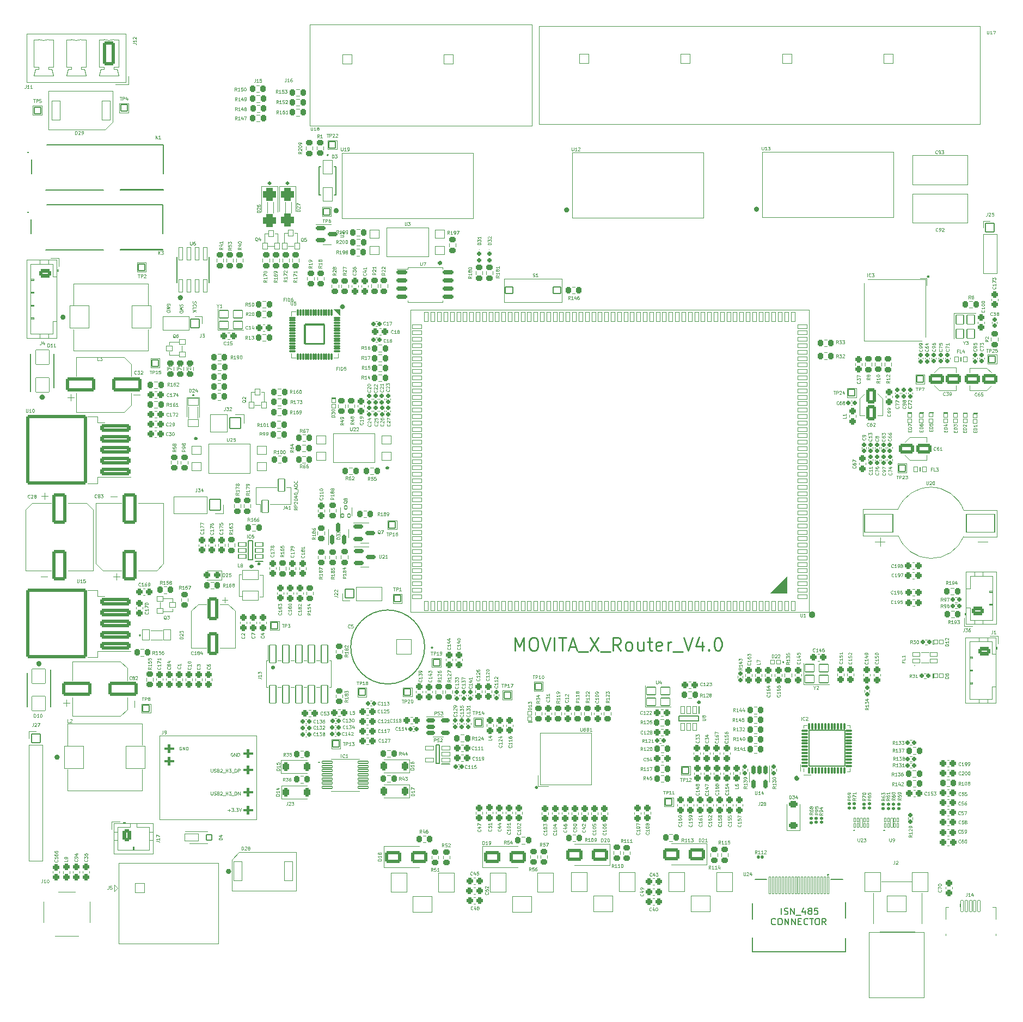
<source format=gto>
G04 #@! TF.GenerationSoftware,KiCad,Pcbnew,8.0.0-rc1*
G04 #@! TF.CreationDate,2024-04-25T15:33:08+03:00*
G04 #@! TF.ProjectId,MXVR_3568_V4.0,4d585652-5f33-4353-9638-5f56342e302e,REV1*
G04 #@! TF.SameCoordinates,Original*
G04 #@! TF.FileFunction,Legend,Top*
G04 #@! TF.FilePolarity,Positive*
%FSLAX46Y46*%
G04 Gerber Fmt 4.6, Leading zero omitted, Abs format (unit mm)*
G04 Created by KiCad (PCBNEW 8.0.0-rc1) date 2024-04-25 15:33:08*
%MOMM*%
%LPD*%
G01*
G04 APERTURE LIST*
G04 Aperture macros list*
%AMRoundRect*
0 Rectangle with rounded corners*
0 $1 Rounding radius*
0 $2 $3 $4 $5 $6 $7 $8 $9 X,Y pos of 4 corners*
0 Add a 4 corners polygon primitive as box body*
4,1,4,$2,$3,$4,$5,$6,$7,$8,$9,$2,$3,0*
0 Add four circle primitives for the rounded corners*
1,1,$1+$1,$2,$3*
1,1,$1+$1,$4,$5*
1,1,$1+$1,$6,$7*
1,1,$1+$1,$8,$9*
0 Add four rect primitives between the rounded corners*
20,1,$1+$1,$2,$3,$4,$5,0*
20,1,$1+$1,$4,$5,$6,$7,0*
20,1,$1+$1,$6,$7,$8,$9,0*
20,1,$1+$1,$8,$9,$2,$3,0*%
%AMFreePoly0*
4,1,25,0.171062,0.261062,0.186000,0.225000,0.186000,-0.090000,0.185020,-0.099949,0.174744,-0.151611,0.167129,-0.169997,0.137864,-0.213794,0.123794,-0.227864,0.079997,-0.257129,0.061611,-0.264744,0.009949,-0.275020,-0.009949,-0.275020,-0.061611,-0.264744,-0.079997,-0.257129,-0.123794,-0.227864,-0.137864,-0.213794,-0.167129,-0.169997,-0.174744,-0.151611,-0.185020,-0.099949,-0.186000,-0.090000,
-0.186000,0.225000,-0.171062,0.261062,-0.135000,0.276000,0.135000,0.276000,0.171062,0.261062,0.171062,0.261062,$1*%
%AMFreePoly1*
4,1,13,3.036062,3.036062,3.051000,3.000000,3.051000,-3.000000,3.036062,-3.036062,3.000000,-3.051000,-3.000000,-3.051000,-3.036062,-3.036062,-3.051000,-3.000000,-3.051000,3.000000,-3.036062,3.036062,-3.000000,3.051000,3.000000,3.051000,3.036062,3.036062,3.036062,3.036062,$1*%
G04 Aperture macros list end*
%ADD10C,0.120000*%
%ADD11C,0.100000*%
%ADD12C,0.250000*%
%ADD13C,0.200000*%
%ADD14C,0.400000*%
%ADD15C,0.550000*%
%ADD16C,0.127000*%
%ADD17C,0.500000*%
%ADD18C,0.300000*%
%ADD19C,0.450000*%
%ADD20RoundRect,0.225500X-0.225500X-0.300500X0.225500X-0.300500X0.225500X0.300500X-0.225500X0.300500X0*%
%ADD21RoundRect,0.250500X0.275500X-0.250500X0.275500X0.250500X-0.275500X0.250500X-0.275500X-0.250500X0*%
%ADD22RoundRect,0.165500X0.195500X-0.165500X0.195500X0.165500X-0.195500X0.165500X-0.195500X-0.165500X0*%
%ADD23RoundRect,0.165500X-0.195500X0.165500X-0.195500X-0.165500X0.195500X-0.165500X0.195500X0.165500X0*%
%ADD24RoundRect,0.225500X0.225500X0.300500X-0.225500X0.300500X-0.225500X-0.300500X0.225500X-0.300500X0*%
%ADD25RoundRect,0.165500X-0.165500X-0.195500X0.165500X-0.195500X0.165500X0.195500X-0.165500X0.195500X0*%
%ADD26RoundRect,0.160500X0.210500X-0.160500X0.210500X0.160500X-0.210500X0.160500X-0.210500X-0.160500X0*%
%ADD27RoundRect,0.225500X0.300500X-0.225500X0.300500X0.225500X-0.300500X0.225500X-0.300500X-0.225500X0*%
%ADD28C,1.000000*%
%ADD29C,1.602000*%
%ADD30RoundRect,0.051000X-0.500000X-0.500000X0.500000X-0.500000X0.500000X0.500000X-0.500000X0.500000X0*%
%ADD31RoundRect,0.250500X-0.275500X0.250500X-0.275500X-0.250500X0.275500X-0.250500X0.275500X0.250500X0*%
%ADD32RoundRect,0.160500X0.160500X0.210500X-0.160500X0.210500X-0.160500X-0.210500X0.160500X-0.210500X0*%
%ADD33RoundRect,0.225500X-0.300500X0.225500X-0.300500X-0.225500X0.300500X-0.225500X0.300500X0.225500X0*%
%ADD34C,1.483000*%
%ADD35RoundRect,0.051000X-0.100000X-0.300000X0.100000X-0.300000X0.100000X0.300000X-0.100000X0.300000X0*%
%ADD36RoundRect,0.051000X-0.200000X-0.700000X0.200000X-0.700000X0.200000X0.700000X-0.200000X0.700000X0*%
%ADD37RoundRect,0.051000X-0.575000X-0.825000X0.575000X-0.825000X0.575000X0.825000X-0.575000X0.825000X0*%
%ADD38RoundRect,0.088000X0.088000X-0.400500X0.088000X0.400500X-0.088000X0.400500X-0.088000X-0.400500X0*%
%ADD39RoundRect,0.088000X0.400500X-0.088000X0.400500X0.088000X-0.400500X0.088000X-0.400500X-0.088000X0*%
%ADD40RoundRect,0.051000X2.800000X-2.800000X2.800000X2.800000X-2.800000X2.800000X-2.800000X-2.800000X0*%
%ADD41RoundRect,0.051000X-0.650000X-1.500000X0.650000X-1.500000X0.650000X1.500000X-0.650000X1.500000X0*%
%ADD42RoundRect,0.051000X0.325000X0.350000X-0.325000X0.350000X-0.325000X-0.350000X0.325000X-0.350000X0*%
%ADD43RoundRect,0.250500X-0.250500X-0.400500X0.250500X-0.400500X0.250500X0.400500X-0.250500X0.400500X0*%
%ADD44RoundRect,0.160500X-0.160500X-0.210500X0.160500X-0.210500X0.160500X0.210500X-0.160500X0.210500X0*%
%ADD45RoundRect,0.051000X-0.750000X-0.300000X0.750000X-0.300000X0.750000X0.300000X-0.750000X0.300000X0*%
%ADD46RoundRect,0.051000X0.750000X0.300000X-0.750000X0.300000X-0.750000X-0.300000X0.750000X-0.300000X0*%
%ADD47RoundRect,0.051000X-0.300000X0.750000X-0.300000X-0.750000X0.300000X-0.750000X0.300000X0.750000X0*%
%ADD48RoundRect,0.051000X0.300000X-0.750000X0.300000X0.750000X-0.300000X0.750000X-0.300000X-0.750000X0*%
%ADD49RoundRect,0.250500X0.250500X0.275500X-0.250500X0.275500X-0.250500X-0.275500X0.250500X-0.275500X0*%
%ADD50RoundRect,0.051000X1.155000X1.155000X-1.155000X1.155000X-1.155000X-1.155000X1.155000X-1.155000X0*%
%ADD51C,2.412000*%
%ADD52RoundRect,0.250500X-0.250500X-0.275500X0.250500X-0.275500X0.250500X0.275500X-0.250500X0.275500X0*%
%ADD53RoundRect,0.175500X-0.538000X-0.175500X0.538000X-0.175500X0.538000X0.175500X-0.538000X0.175500X0*%
%ADD54C,1.302000*%
%ADD55RoundRect,0.125500X-0.125500X0.155500X-0.125500X-0.155500X0.125500X-0.155500X0.125500X0.155500X0*%
%ADD56RoundRect,0.051000X0.500000X-1.375000X0.500000X1.375000X-0.500000X1.375000X-0.500000X-1.375000X0*%
%ADD57RoundRect,0.264167X-1.036833X-0.686833X1.036833X-0.686833X1.036833X0.686833X-1.036833X0.686833X0*%
%ADD58RoundRect,0.051000X-0.400000X-0.450000X0.400000X-0.450000X0.400000X0.450000X-0.400000X0.450000X0*%
%ADD59RoundRect,0.051000X0.400000X0.450000X-0.400000X0.450000X-0.400000X-0.450000X0.400000X-0.450000X0*%
%ADD60RoundRect,0.051000X-0.450000X0.400000X-0.450000X-0.400000X0.450000X-0.400000X0.450000X0.400000X0*%
%ADD61RoundRect,0.051000X0.450000X-0.400000X0.450000X0.400000X-0.450000X0.400000X-0.450000X-0.400000X0*%
%ADD62RoundRect,0.051000X-0.300000X0.275000X-0.300000X-0.275000X0.300000X-0.275000X0.300000X0.275000X0*%
%ADD63RoundRect,0.160500X-0.210500X0.160500X-0.210500X-0.160500X0.210500X-0.160500X0.210500X0.160500X0*%
%ADD64RoundRect,0.051000X0.750000X0.625000X-0.750000X0.625000X-0.750000X-0.625000X0.750000X-0.625000X0*%
%ADD65C,3.352000*%
%ADD66RoundRect,0.051000X0.750000X0.750000X-0.750000X0.750000X-0.750000X-0.750000X0.750000X-0.750000X0*%
%ADD67C,2.402000*%
%ADD68RoundRect,0.271250X-0.654750X0.379750X-0.654750X-0.379750X0.654750X-0.379750X0.654750X0.379750X0*%
%ADD69O,1.852000X1.302000*%
%ADD70RoundRect,0.051000X-0.675000X-0.675000X0.675000X-0.675000X0.675000X0.675000X-0.675000X0.675000X0*%
%ADD71O,1.452000X1.452000*%
%ADD72RoundRect,0.051000X-1.250000X1.500000X-1.250000X-1.500000X1.250000X-1.500000X1.250000X1.500000X0*%
%ADD73RoundRect,0.051000X-1.500000X1.250000X-1.500000X-1.250000X1.500000X-1.250000X1.500000X1.250000X0*%
%ADD74RoundRect,0.165500X0.165500X0.195500X-0.165500X0.195500X-0.165500X-0.195500X0.165500X-0.195500X0*%
%ADD75RoundRect,0.051000X0.275000X0.300000X-0.275000X0.300000X-0.275000X-0.300000X0.275000X-0.300000X0*%
%ADD76RoundRect,0.244250X0.281750X-0.244250X0.281750X0.244250X-0.281750X0.244250X-0.281750X-0.244250X0*%
%ADD77RoundRect,0.051000X-0.275000X-0.300000X0.275000X-0.300000X0.275000X0.300000X-0.275000X0.300000X0*%
%ADD78RoundRect,0.075500X-0.075500X0.413000X-0.075500X-0.413000X0.075500X-0.413000X0.075500X0.413000X0*%
%ADD79RoundRect,0.075500X-0.413000X0.075500X-0.413000X-0.075500X0.413000X-0.075500X0.413000X0.075500X0*%
%ADD80RoundRect,0.148590X-1.502410X1.502410X-1.502410X-1.502410X1.502410X-1.502410X1.502410X1.502410X0*%
%ADD81C,1.002000*%
%ADD82C,6.302000*%
%ADD83RoundRect,0.525500X0.525500X-0.525500X0.525500X0.525500X-0.525500X0.525500X-0.525500X-0.525500X0*%
%ADD84RoundRect,0.525500X-0.525500X0.525500X-0.525500X-0.525500X0.525500X-0.525500X0.525500X0.525500X0*%
%ADD85RoundRect,0.125500X0.155500X0.125500X-0.155500X0.125500X-0.155500X-0.125500X0.155500X-0.125500X0*%
%ADD86RoundRect,0.264167X1.036833X0.686833X-1.036833X0.686833X-1.036833X-0.686833X1.036833X-0.686833X0*%
%ADD87RoundRect,0.051000X1.085000X-0.560000X1.085000X0.560000X-1.085000X0.560000X-1.085000X-0.560000X0*%
%ADD88RoundRect,0.051000X0.425000X-0.425000X0.425000X0.425000X-0.425000X0.425000X-0.425000X-0.425000X0*%
%ADD89C,1.752000*%
%ADD90RoundRect,0.244250X0.244250X0.281750X-0.244250X0.281750X-0.244250X-0.281750X0.244250X-0.281750X0*%
%ADD91FreePoly0,0.000000*%
%ADD92FreePoly0,90.000000*%
%ADD93FreePoly0,180.000000*%
%ADD94FreePoly0,270.000000*%
%ADD95FreePoly1,0.000000*%
%ADD96RoundRect,0.051000X-0.600000X0.700000X-0.600000X-0.700000X0.600000X-0.700000X0.600000X0.700000X0*%
%ADD97RoundRect,0.051000X-0.850000X0.850000X-0.850000X-0.850000X0.850000X-0.850000X0.850000X0.850000X0*%
%ADD98O,1.802000X1.802000*%
%ADD99RoundRect,0.051000X-0.700000X-0.600000X0.700000X-0.600000X0.700000X0.600000X-0.700000X0.600000X0*%
%ADD100RoundRect,0.051000X0.500000X0.500000X-0.500000X0.500000X-0.500000X-0.500000X0.500000X-0.500000X0*%
%ADD101RoundRect,0.051000X-0.675000X0.675000X-0.675000X-0.675000X0.675000X-0.675000X0.675000X0.675000X0*%
%ADD102RoundRect,0.262144X0.838856X-2.088856X0.838856X2.088856X-0.838856X2.088856X-0.838856X-2.088856X0*%
%ADD103C,2.352000*%
%ADD104RoundRect,0.262144X2.038856X0.838856X-2.038856X0.838856X-2.038856X-0.838856X2.038856X-0.838856X0*%
%ADD105RoundRect,0.051000X0.300000X-0.275000X0.300000X0.275000X-0.300000X0.275000X-0.300000X-0.275000X0*%
%ADD106RoundRect,0.125500X0.125500X-0.155500X0.125500X0.155500X-0.125500X0.155500X-0.125500X-0.155500X0*%
%ADD107RoundRect,0.048440X0.297560X-0.987560X0.297560X0.987560X-0.297560X0.987560X-0.297560X-0.987560X0*%
%ADD108RoundRect,0.271250X0.654750X-0.379750X0.654750X0.379750X-0.654750X0.379750X-0.654750X-0.379750X0*%
%ADD109RoundRect,0.262144X-0.838856X2.088856X-0.838856X-2.088856X0.838856X-2.088856X0.838856X2.088856X0*%
%ADD110RoundRect,0.051000X0.600000X0.500000X-0.600000X0.500000X-0.600000X-0.500000X0.600000X-0.500000X0*%
%ADD111RoundRect,0.264167X0.686833X1.586833X-0.686833X1.586833X-0.686833X-1.586833X0.686833X-1.586833X0*%
%ADD112O,1.902000X3.702000*%
%ADD113RoundRect,0.051000X-0.200000X-0.872500X0.200000X-0.872500X0.200000X0.872500X-0.200000X0.872500X0*%
%ADD114O,1.302000X2.002000*%
%ADD115C,1.552000*%
%ADD116RoundRect,0.267001X-0.958999X-0.533999X0.958999X-0.533999X0.958999X0.533999X-0.958999X0.533999X0*%
%ADD117RoundRect,0.265938X-0.585062X1.535062X-0.585062X-1.535062X0.585062X-1.535062X0.585062X1.535062X0*%
%ADD118RoundRect,0.273182X2.077818X0.327818X-2.077818X0.327818X-2.077818X-0.327818X2.077818X-0.327818X0*%
%ADD119RoundRect,0.252715X4.498285X5.198285X-4.498285X5.198285X-4.498285X-5.198285X4.498285X-5.198285X0*%
%ADD120RoundRect,0.051000X-0.200000X0.255000X-0.200000X-0.255000X0.200000X-0.255000X0.200000X0.255000X0*%
%ADD121RoundRect,0.271250X-0.379750X-0.654750X0.379750X-0.654750X0.379750X0.654750X-0.379750X0.654750X0*%
%ADD122O,1.302000X1.852000*%
%ADD123C,2.602000*%
%ADD124RoundRect,0.175500X-0.613000X-0.175500X0.613000X-0.175500X0.613000X0.175500X-0.613000X0.175500X0*%
%ADD125RoundRect,0.173000X-0.198000X0.173000X-0.198000X-0.173000X0.198000X-0.173000X0.198000X0.173000X0*%
%ADD126RoundRect,0.051000X0.675000X-0.675000X0.675000X0.675000X-0.675000X0.675000X-0.675000X-0.675000X0*%
%ADD127RoundRect,0.051000X-0.325000X-0.562500X0.325000X-0.562500X0.325000X0.562500X-0.325000X0.562500X0*%
%ADD128RoundRect,0.051000X0.525000X-0.300000X0.525000X0.300000X-0.525000X0.300000X-0.525000X-0.300000X0*%
%ADD129RoundRect,0.051000X-2.200000X1.400000X-2.200000X-1.400000X2.200000X-1.400000X2.200000X1.400000X0*%
%ADD130RoundRect,0.175500X-0.175500X0.538000X-0.175500X-0.538000X0.175500X-0.538000X0.175500X0.538000X0*%
%ADD131RoundRect,0.051000X-1.500000X-1.750000X1.500000X-1.750000X1.500000X1.750000X-1.500000X1.750000X0*%
%ADD132RoundRect,0.051000X-0.750000X-0.625000X0.750000X-0.625000X0.750000X0.625000X-0.750000X0.625000X0*%
%ADD133RoundRect,0.175500X-0.675500X-0.175500X0.675500X-0.175500X0.675500X0.175500X-0.675500X0.175500X0*%
%ADD134RoundRect,0.244250X-0.281750X0.244250X-0.281750X-0.244250X0.281750X-0.244250X0.281750X0.244250X0*%
%ADD135RoundRect,0.250500X0.250500X0.400500X-0.250500X0.400500X-0.250500X-0.400500X0.250500X-0.400500X0*%
%ADD136RoundRect,0.267001X0.958999X0.533999X-0.958999X0.533999X-0.958999X-0.533999X0.958999X-0.533999X0*%
%ADD137RoundRect,0.051000X-1.250000X-0.750000X1.250000X-0.750000X1.250000X0.750000X-1.250000X0.750000X0*%
%ADD138RoundRect,0.051000X-0.625000X0.325000X-0.625000X-0.325000X0.625000X-0.325000X0.625000X0.325000X0*%
%ADD139C,0.402000*%
%ADD140RoundRect,0.250500X0.400500X-0.250500X0.400500X0.250500X-0.400500X0.250500X-0.400500X-0.250500X0*%
%ADD141C,3.302000*%
%ADD142RoundRect,0.051000X-0.750000X-0.750000X0.750000X-0.750000X0.750000X0.750000X-0.750000X0.750000X0*%
%ADD143RoundRect,0.051000X-0.600000X0.300000X-0.600000X-0.300000X0.600000X-0.300000X0.600000X0.300000X0*%
%ADD144RoundRect,0.051000X0.500000X-0.500000X0.500000X0.500000X-0.500000X0.500000X-0.500000X-0.500000X0*%
%ADD145RoundRect,0.051000X-0.800000X0.175000X-0.800000X-0.175000X0.800000X-0.175000X0.800000X0.175000X0*%
%ADD146RoundRect,0.539231X0.211769X0.161769X-0.211769X0.161769X-0.211769X-0.161769X0.211769X-0.161769X0*%
%ADD147RoundRect,0.051000X0.500000X-0.950000X0.500000X0.950000X-0.500000X0.950000X-0.500000X-0.950000X0*%
%ADD148RoundRect,0.051000X0.650000X1.500000X-0.650000X1.500000X-0.650000X-1.500000X0.650000X-1.500000X0*%
%ADD149RoundRect,0.267001X-0.533999X0.958999X-0.533999X-0.958999X0.533999X-0.958999X0.533999X0.958999X0*%
%ADD150RoundRect,0.051000X1.025000X1.125000X-1.025000X1.125000X-1.025000X-1.125000X1.025000X-1.125000X0*%
%ADD151RoundRect,0.051000X-0.750000X1.060000X-0.750000X-1.060000X0.750000X-1.060000X0.750000X1.060000X0*%
%ADD152RoundRect,0.051000X-0.500000X0.500000X-0.500000X-0.500000X0.500000X-0.500000X0.500000X0.500000X0*%
%ADD153RoundRect,0.051000X-1.025000X-1.125000X1.025000X-1.125000X1.025000X1.125000X-1.025000X1.125000X0*%
%ADD154RoundRect,0.051000X-0.825000X0.575000X-0.825000X-0.575000X0.825000X-0.575000X0.825000X0.575000X0*%
%ADD155RoundRect,0.051000X-0.150000X-1.300000X0.150000X-1.300000X0.150000X1.300000X-0.150000X1.300000X0*%
%ADD156O,1.602000X3.402000*%
%ADD157O,1.602000X2.402000*%
%ADD158RoundRect,0.175500X0.175500X-0.613000X0.175500X0.613000X-0.175500X0.613000X-0.175500X-0.613000X0*%
%ADD159O,3.302000X2.102000*%
%ADD160O,1.402000X2.702000*%
%ADD161C,1.102000*%
%ADD162C,1.202000*%
%ADD163C,1.702000*%
%ADD164C,1.626000*%
G04 APERTURE END LIST*
D10*
X52790000Y-98590000D02*
X52790000Y-97590000D01*
X52290000Y-98090000D02*
X53290000Y-98090000D01*
X64020000Y-111130000D02*
X64020000Y-110130000D01*
X56900000Y-83220000D02*
X56900000Y-82220000D01*
X56400000Y-82720000D02*
X57400000Y-82720000D01*
X64050000Y-98150000D02*
X63050000Y-98150000D01*
X66780000Y-130910000D02*
X66780000Y-129910000D01*
X53260000Y-110570000D02*
X52260000Y-110570000D01*
X63520000Y-110630000D02*
X64520000Y-110630000D01*
X67650000Y-82340000D02*
X66650000Y-82340000D01*
X56210000Y-130750000D02*
X56210000Y-129750000D01*
X55710000Y-130250000D02*
X56710000Y-130250000D01*
D11*
X74076836Y-137081324D02*
X74029217Y-137057514D01*
X74029217Y-137057514D02*
X73957788Y-137057514D01*
X73957788Y-137057514D02*
X73886360Y-137081324D01*
X73886360Y-137081324D02*
X73838741Y-137128943D01*
X73838741Y-137128943D02*
X73814931Y-137176562D01*
X73814931Y-137176562D02*
X73791122Y-137271800D01*
X73791122Y-137271800D02*
X73791122Y-137343228D01*
X73791122Y-137343228D02*
X73814931Y-137438466D01*
X73814931Y-137438466D02*
X73838741Y-137486085D01*
X73838741Y-137486085D02*
X73886360Y-137533705D01*
X73886360Y-137533705D02*
X73957788Y-137557514D01*
X73957788Y-137557514D02*
X74005407Y-137557514D01*
X74005407Y-137557514D02*
X74076836Y-137533705D01*
X74076836Y-137533705D02*
X74100645Y-137509895D01*
X74100645Y-137509895D02*
X74100645Y-137343228D01*
X74100645Y-137343228D02*
X74005407Y-137343228D01*
X74314931Y-137557514D02*
X74314931Y-137057514D01*
X74314931Y-137057514D02*
X74600645Y-137557514D01*
X74600645Y-137557514D02*
X74600645Y-137057514D01*
X74838741Y-137557514D02*
X74838741Y-137057514D01*
X74838741Y-137057514D02*
X74957789Y-137057514D01*
X74957789Y-137057514D02*
X75029217Y-137081324D01*
X75029217Y-137081324D02*
X75076836Y-137128943D01*
X75076836Y-137128943D02*
X75100646Y-137176562D01*
X75100646Y-137176562D02*
X75124455Y-137271800D01*
X75124455Y-137271800D02*
X75124455Y-137343228D01*
X75124455Y-137343228D02*
X75100646Y-137438466D01*
X75100646Y-137438466D02*
X75076836Y-137486085D01*
X75076836Y-137486085D02*
X75029217Y-137533705D01*
X75029217Y-137533705D02*
X74957789Y-137557514D01*
X74957789Y-137557514D02*
X74838741Y-137557514D01*
X92112750Y-99934590D02*
X91874655Y-100101256D01*
X92112750Y-100220304D02*
X91612750Y-100220304D01*
X91612750Y-100220304D02*
X91612750Y-100029828D01*
X91612750Y-100029828D02*
X91636560Y-99982209D01*
X91636560Y-99982209D02*
X91660369Y-99958399D01*
X91660369Y-99958399D02*
X91707988Y-99934590D01*
X91707988Y-99934590D02*
X91779417Y-99934590D01*
X91779417Y-99934590D02*
X91827036Y-99958399D01*
X91827036Y-99958399D02*
X91850845Y-99982209D01*
X91850845Y-99982209D02*
X91874655Y-100029828D01*
X91874655Y-100029828D02*
X91874655Y-100220304D01*
X92112750Y-99720304D02*
X91612750Y-99720304D01*
X91612750Y-99720304D02*
X91612750Y-99529828D01*
X91612750Y-99529828D02*
X91636560Y-99482209D01*
X91636560Y-99482209D02*
X91660369Y-99458399D01*
X91660369Y-99458399D02*
X91707988Y-99434590D01*
X91707988Y-99434590D02*
X91779417Y-99434590D01*
X91779417Y-99434590D02*
X91827036Y-99458399D01*
X91827036Y-99458399D02*
X91850845Y-99482209D01*
X91850845Y-99482209D02*
X91874655Y-99529828D01*
X91874655Y-99529828D02*
X91874655Y-99720304D01*
X91660369Y-99244113D02*
X91636560Y-99220304D01*
X91636560Y-99220304D02*
X91612750Y-99172685D01*
X91612750Y-99172685D02*
X91612750Y-99053637D01*
X91612750Y-99053637D02*
X91636560Y-99006018D01*
X91636560Y-99006018D02*
X91660369Y-98982209D01*
X91660369Y-98982209D02*
X91707988Y-98958399D01*
X91707988Y-98958399D02*
X91755607Y-98958399D01*
X91755607Y-98958399D02*
X91827036Y-98982209D01*
X91827036Y-98982209D02*
X92112750Y-99267923D01*
X92112750Y-99267923D02*
X92112750Y-98958399D01*
X91612750Y-98648876D02*
X91612750Y-98601257D01*
X91612750Y-98601257D02*
X91636560Y-98553638D01*
X91636560Y-98553638D02*
X91660369Y-98529828D01*
X91660369Y-98529828D02*
X91707988Y-98506019D01*
X91707988Y-98506019D02*
X91803226Y-98482209D01*
X91803226Y-98482209D02*
X91922274Y-98482209D01*
X91922274Y-98482209D02*
X92017512Y-98506019D01*
X92017512Y-98506019D02*
X92065131Y-98529828D01*
X92065131Y-98529828D02*
X92088941Y-98553638D01*
X92088941Y-98553638D02*
X92112750Y-98601257D01*
X92112750Y-98601257D02*
X92112750Y-98648876D01*
X92112750Y-98648876D02*
X92088941Y-98696495D01*
X92088941Y-98696495D02*
X92065131Y-98720304D01*
X92065131Y-98720304D02*
X92017512Y-98744114D01*
X92017512Y-98744114D02*
X91922274Y-98767923D01*
X91922274Y-98767923D02*
X91803226Y-98767923D01*
X91803226Y-98767923D02*
X91707988Y-98744114D01*
X91707988Y-98744114D02*
X91660369Y-98720304D01*
X91660369Y-98720304D02*
X91636560Y-98696495D01*
X91636560Y-98696495D02*
X91612750Y-98648876D01*
X91779417Y-98053638D02*
X92112750Y-98053638D01*
X91588941Y-98172686D02*
X91946083Y-98291733D01*
X91946083Y-98291733D02*
X91946083Y-97982210D01*
X91612750Y-97696496D02*
X91612750Y-97648877D01*
X91612750Y-97648877D02*
X91636560Y-97601258D01*
X91636560Y-97601258D02*
X91660369Y-97577448D01*
X91660369Y-97577448D02*
X91707988Y-97553639D01*
X91707988Y-97553639D02*
X91803226Y-97529829D01*
X91803226Y-97529829D02*
X91922274Y-97529829D01*
X91922274Y-97529829D02*
X92017512Y-97553639D01*
X92017512Y-97553639D02*
X92065131Y-97577448D01*
X92065131Y-97577448D02*
X92088941Y-97601258D01*
X92088941Y-97601258D02*
X92112750Y-97648877D01*
X92112750Y-97648877D02*
X92112750Y-97696496D01*
X92112750Y-97696496D02*
X92088941Y-97744115D01*
X92088941Y-97744115D02*
X92065131Y-97767924D01*
X92065131Y-97767924D02*
X92017512Y-97791734D01*
X92017512Y-97791734D02*
X91922274Y-97815543D01*
X91922274Y-97815543D02*
X91803226Y-97815543D01*
X91803226Y-97815543D02*
X91707988Y-97791734D01*
X91707988Y-97791734D02*
X91660369Y-97767924D01*
X91660369Y-97767924D02*
X91636560Y-97744115D01*
X91636560Y-97744115D02*
X91612750Y-97696496D01*
X92160369Y-97434592D02*
X92160369Y-97053639D01*
X91969893Y-96958401D02*
X91969893Y-96720306D01*
X92112750Y-97006020D02*
X91612750Y-96839354D01*
X91612750Y-96839354D02*
X92112750Y-96672687D01*
X92112750Y-96506021D02*
X91612750Y-96506021D01*
X91612750Y-96506021D02*
X91612750Y-96386973D01*
X91612750Y-96386973D02*
X91636560Y-96315545D01*
X91636560Y-96315545D02*
X91684179Y-96267926D01*
X91684179Y-96267926D02*
X91731798Y-96244116D01*
X91731798Y-96244116D02*
X91827036Y-96220307D01*
X91827036Y-96220307D02*
X91898464Y-96220307D01*
X91898464Y-96220307D02*
X91993702Y-96244116D01*
X91993702Y-96244116D02*
X92041321Y-96267926D01*
X92041321Y-96267926D02*
X92088941Y-96315545D01*
X92088941Y-96315545D02*
X92112750Y-96386973D01*
X92112750Y-96386973D02*
X92112750Y-96506021D01*
X92065131Y-95720307D02*
X92088941Y-95744116D01*
X92088941Y-95744116D02*
X92112750Y-95815545D01*
X92112750Y-95815545D02*
X92112750Y-95863164D01*
X92112750Y-95863164D02*
X92088941Y-95934592D01*
X92088941Y-95934592D02*
X92041321Y-95982211D01*
X92041321Y-95982211D02*
X91993702Y-96006021D01*
X91993702Y-96006021D02*
X91898464Y-96029830D01*
X91898464Y-96029830D02*
X91827036Y-96029830D01*
X91827036Y-96029830D02*
X91731798Y-96006021D01*
X91731798Y-96006021D02*
X91684179Y-95982211D01*
X91684179Y-95982211D02*
X91636560Y-95934592D01*
X91636560Y-95934592D02*
X91612750Y-95863164D01*
X91612750Y-95863164D02*
X91612750Y-95815545D01*
X91612750Y-95815545D02*
X91636560Y-95744116D01*
X91636560Y-95744116D02*
X91660369Y-95720307D01*
X81304836Y-146913133D02*
X81685789Y-146913133D01*
X81495312Y-147103609D02*
X81495312Y-146722657D01*
X81876265Y-146603609D02*
X82185789Y-146603609D01*
X82185789Y-146603609D02*
X82019122Y-146794085D01*
X82019122Y-146794085D02*
X82090551Y-146794085D01*
X82090551Y-146794085D02*
X82138170Y-146817895D01*
X82138170Y-146817895D02*
X82161979Y-146841704D01*
X82161979Y-146841704D02*
X82185789Y-146889323D01*
X82185789Y-146889323D02*
X82185789Y-147008371D01*
X82185789Y-147008371D02*
X82161979Y-147055990D01*
X82161979Y-147055990D02*
X82138170Y-147079800D01*
X82138170Y-147079800D02*
X82090551Y-147103609D01*
X82090551Y-147103609D02*
X81947694Y-147103609D01*
X81947694Y-147103609D02*
X81900075Y-147079800D01*
X81900075Y-147079800D02*
X81876265Y-147055990D01*
X82400074Y-147055990D02*
X82423884Y-147079800D01*
X82423884Y-147079800D02*
X82400074Y-147103609D01*
X82400074Y-147103609D02*
X82376265Y-147079800D01*
X82376265Y-147079800D02*
X82400074Y-147055990D01*
X82400074Y-147055990D02*
X82400074Y-147103609D01*
X82590550Y-146603609D02*
X82900074Y-146603609D01*
X82900074Y-146603609D02*
X82733407Y-146794085D01*
X82733407Y-146794085D02*
X82804836Y-146794085D01*
X82804836Y-146794085D02*
X82852455Y-146817895D01*
X82852455Y-146817895D02*
X82876264Y-146841704D01*
X82876264Y-146841704D02*
X82900074Y-146889323D01*
X82900074Y-146889323D02*
X82900074Y-147008371D01*
X82900074Y-147008371D02*
X82876264Y-147055990D01*
X82876264Y-147055990D02*
X82852455Y-147079800D01*
X82852455Y-147079800D02*
X82804836Y-147103609D01*
X82804836Y-147103609D02*
X82661979Y-147103609D01*
X82661979Y-147103609D02*
X82614360Y-147079800D01*
X82614360Y-147079800D02*
X82590550Y-147055990D01*
X83042931Y-146603609D02*
X83209597Y-147103609D01*
X83209597Y-147103609D02*
X83376264Y-146603609D01*
D12*
X126010663Y-122092238D02*
X126010663Y-120092238D01*
X126010663Y-120092238D02*
X126677330Y-121520809D01*
X126677330Y-121520809D02*
X127343996Y-120092238D01*
X127343996Y-120092238D02*
X127343996Y-122092238D01*
X128677329Y-120092238D02*
X129058282Y-120092238D01*
X129058282Y-120092238D02*
X129248758Y-120187476D01*
X129248758Y-120187476D02*
X129439234Y-120377952D01*
X129439234Y-120377952D02*
X129534472Y-120758904D01*
X129534472Y-120758904D02*
X129534472Y-121425571D01*
X129534472Y-121425571D02*
X129439234Y-121806523D01*
X129439234Y-121806523D02*
X129248758Y-121997000D01*
X129248758Y-121997000D02*
X129058282Y-122092238D01*
X129058282Y-122092238D02*
X128677329Y-122092238D01*
X128677329Y-122092238D02*
X128486853Y-121997000D01*
X128486853Y-121997000D02*
X128296377Y-121806523D01*
X128296377Y-121806523D02*
X128201139Y-121425571D01*
X128201139Y-121425571D02*
X128201139Y-120758904D01*
X128201139Y-120758904D02*
X128296377Y-120377952D01*
X128296377Y-120377952D02*
X128486853Y-120187476D01*
X128486853Y-120187476D02*
X128677329Y-120092238D01*
X130105901Y-120092238D02*
X130772567Y-122092238D01*
X130772567Y-122092238D02*
X131439234Y-120092238D01*
X132105901Y-122092238D02*
X132105901Y-120092238D01*
X132772568Y-120092238D02*
X133915425Y-120092238D01*
X133343996Y-122092238D02*
X133343996Y-120092238D01*
X134486854Y-121520809D02*
X135439235Y-121520809D01*
X134296378Y-122092238D02*
X134963044Y-120092238D01*
X134963044Y-120092238D02*
X135629711Y-122092238D01*
X135820188Y-122282714D02*
X137343997Y-122282714D01*
X137629712Y-120092238D02*
X138963045Y-122092238D01*
X138963045Y-120092238D02*
X137629712Y-122092238D01*
X139248760Y-122282714D02*
X140772569Y-122282714D01*
X142391617Y-122092238D02*
X141724950Y-121139857D01*
X141248760Y-122092238D02*
X141248760Y-120092238D01*
X141248760Y-120092238D02*
X142010665Y-120092238D01*
X142010665Y-120092238D02*
X142201141Y-120187476D01*
X142201141Y-120187476D02*
X142296379Y-120282714D01*
X142296379Y-120282714D02*
X142391617Y-120473190D01*
X142391617Y-120473190D02*
X142391617Y-120758904D01*
X142391617Y-120758904D02*
X142296379Y-120949380D01*
X142296379Y-120949380D02*
X142201141Y-121044619D01*
X142201141Y-121044619D02*
X142010665Y-121139857D01*
X142010665Y-121139857D02*
X141248760Y-121139857D01*
X143534474Y-122092238D02*
X143343998Y-121997000D01*
X143343998Y-121997000D02*
X143248760Y-121901761D01*
X143248760Y-121901761D02*
X143153522Y-121711285D01*
X143153522Y-121711285D02*
X143153522Y-121139857D01*
X143153522Y-121139857D02*
X143248760Y-120949380D01*
X143248760Y-120949380D02*
X143343998Y-120854142D01*
X143343998Y-120854142D02*
X143534474Y-120758904D01*
X143534474Y-120758904D02*
X143820189Y-120758904D01*
X143820189Y-120758904D02*
X144010665Y-120854142D01*
X144010665Y-120854142D02*
X144105903Y-120949380D01*
X144105903Y-120949380D02*
X144201141Y-121139857D01*
X144201141Y-121139857D02*
X144201141Y-121711285D01*
X144201141Y-121711285D02*
X144105903Y-121901761D01*
X144105903Y-121901761D02*
X144010665Y-121997000D01*
X144010665Y-121997000D02*
X143820189Y-122092238D01*
X143820189Y-122092238D02*
X143534474Y-122092238D01*
X145915427Y-120758904D02*
X145915427Y-122092238D01*
X145058284Y-120758904D02*
X145058284Y-121806523D01*
X145058284Y-121806523D02*
X145153522Y-121997000D01*
X145153522Y-121997000D02*
X145343998Y-122092238D01*
X145343998Y-122092238D02*
X145629713Y-122092238D01*
X145629713Y-122092238D02*
X145820189Y-121997000D01*
X145820189Y-121997000D02*
X145915427Y-121901761D01*
X146582094Y-120758904D02*
X147343998Y-120758904D01*
X146867808Y-120092238D02*
X146867808Y-121806523D01*
X146867808Y-121806523D02*
X146963046Y-121997000D01*
X146963046Y-121997000D02*
X147153522Y-122092238D01*
X147153522Y-122092238D02*
X147343998Y-122092238D01*
X148772570Y-121997000D02*
X148582094Y-122092238D01*
X148582094Y-122092238D02*
X148201141Y-122092238D01*
X148201141Y-122092238D02*
X148010665Y-121997000D01*
X148010665Y-121997000D02*
X147915427Y-121806523D01*
X147915427Y-121806523D02*
X147915427Y-121044619D01*
X147915427Y-121044619D02*
X148010665Y-120854142D01*
X148010665Y-120854142D02*
X148201141Y-120758904D01*
X148201141Y-120758904D02*
X148582094Y-120758904D01*
X148582094Y-120758904D02*
X148772570Y-120854142D01*
X148772570Y-120854142D02*
X148867808Y-121044619D01*
X148867808Y-121044619D02*
X148867808Y-121235095D01*
X148867808Y-121235095D02*
X147915427Y-121425571D01*
X149724951Y-122092238D02*
X149724951Y-120758904D01*
X149724951Y-121139857D02*
X149820189Y-120949380D01*
X149820189Y-120949380D02*
X149915427Y-120854142D01*
X149915427Y-120854142D02*
X150105903Y-120758904D01*
X150105903Y-120758904D02*
X150296380Y-120758904D01*
X150486856Y-122282714D02*
X152010665Y-122282714D01*
X152201142Y-120092238D02*
X152867808Y-122092238D01*
X152867808Y-122092238D02*
X153534475Y-120092238D01*
X155058285Y-120758904D02*
X155058285Y-122092238D01*
X154582094Y-119997000D02*
X154105904Y-121425571D01*
X154105904Y-121425571D02*
X155343999Y-121425571D01*
X156105904Y-121901761D02*
X156201142Y-121997000D01*
X156201142Y-121997000D02*
X156105904Y-122092238D01*
X156105904Y-122092238D02*
X156010666Y-121997000D01*
X156010666Y-121997000D02*
X156105904Y-121901761D01*
X156105904Y-121901761D02*
X156105904Y-122092238D01*
X157439237Y-120092238D02*
X157629714Y-120092238D01*
X157629714Y-120092238D02*
X157820190Y-120187476D01*
X157820190Y-120187476D02*
X157915428Y-120282714D01*
X157915428Y-120282714D02*
X158010666Y-120473190D01*
X158010666Y-120473190D02*
X158105904Y-120854142D01*
X158105904Y-120854142D02*
X158105904Y-121330333D01*
X158105904Y-121330333D02*
X158010666Y-121711285D01*
X158010666Y-121711285D02*
X157915428Y-121901761D01*
X157915428Y-121901761D02*
X157820190Y-121997000D01*
X157820190Y-121997000D02*
X157629714Y-122092238D01*
X157629714Y-122092238D02*
X157439237Y-122092238D01*
X157439237Y-122092238D02*
X157248761Y-121997000D01*
X157248761Y-121997000D02*
X157153523Y-121901761D01*
X157153523Y-121901761D02*
X157058285Y-121711285D01*
X157058285Y-121711285D02*
X156963047Y-121330333D01*
X156963047Y-121330333D02*
X156963047Y-120854142D01*
X156963047Y-120854142D02*
X157058285Y-120473190D01*
X157058285Y-120473190D02*
X157153523Y-120282714D01*
X157153523Y-120282714D02*
X157248761Y-120187476D01*
X157248761Y-120187476D02*
X157439237Y-120092238D01*
D11*
X72302580Y-68456741D02*
X72326390Y-68409122D01*
X72326390Y-68409122D02*
X72326390Y-68337693D01*
X72326390Y-68337693D02*
X72302580Y-68266265D01*
X72302580Y-68266265D02*
X72254961Y-68218646D01*
X72254961Y-68218646D02*
X72207342Y-68194836D01*
X72207342Y-68194836D02*
X72112104Y-68171027D01*
X72112104Y-68171027D02*
X72040676Y-68171027D01*
X72040676Y-68171027D02*
X71945438Y-68194836D01*
X71945438Y-68194836D02*
X71897819Y-68218646D01*
X71897819Y-68218646D02*
X71850200Y-68266265D01*
X71850200Y-68266265D02*
X71826390Y-68337693D01*
X71826390Y-68337693D02*
X71826390Y-68385312D01*
X71826390Y-68385312D02*
X71850200Y-68456741D01*
X71850200Y-68456741D02*
X71874009Y-68480550D01*
X71874009Y-68480550D02*
X72040676Y-68480550D01*
X72040676Y-68480550D02*
X72040676Y-68385312D01*
X71826390Y-68694836D02*
X72326390Y-68694836D01*
X72326390Y-68694836D02*
X71826390Y-68980550D01*
X71826390Y-68980550D02*
X72326390Y-68980550D01*
X71826390Y-69218646D02*
X72326390Y-69218646D01*
X72326390Y-69218646D02*
X72326390Y-69337694D01*
X72326390Y-69337694D02*
X72302580Y-69409122D01*
X72302580Y-69409122D02*
X72254961Y-69456741D01*
X72254961Y-69456741D02*
X72207342Y-69480551D01*
X72207342Y-69480551D02*
X72112104Y-69504360D01*
X72112104Y-69504360D02*
X72040676Y-69504360D01*
X72040676Y-69504360D02*
X71945438Y-69480551D01*
X71945438Y-69480551D02*
X71897819Y-69456741D01*
X71897819Y-69456741D02*
X71850200Y-69409122D01*
X71850200Y-69409122D02*
X71826390Y-69337694D01*
X71826390Y-69337694D02*
X71826390Y-69218646D01*
D13*
X167413483Y-163127275D02*
X167413483Y-162127275D01*
X167842054Y-163079656D02*
X167984911Y-163127275D01*
X167984911Y-163127275D02*
X168223006Y-163127275D01*
X168223006Y-163127275D02*
X168318244Y-163079656D01*
X168318244Y-163079656D02*
X168365863Y-163032036D01*
X168365863Y-163032036D02*
X168413482Y-162936798D01*
X168413482Y-162936798D02*
X168413482Y-162841560D01*
X168413482Y-162841560D02*
X168365863Y-162746322D01*
X168365863Y-162746322D02*
X168318244Y-162698703D01*
X168318244Y-162698703D02*
X168223006Y-162651084D01*
X168223006Y-162651084D02*
X168032530Y-162603465D01*
X168032530Y-162603465D02*
X167937292Y-162555846D01*
X167937292Y-162555846D02*
X167889673Y-162508227D01*
X167889673Y-162508227D02*
X167842054Y-162412989D01*
X167842054Y-162412989D02*
X167842054Y-162317751D01*
X167842054Y-162317751D02*
X167889673Y-162222513D01*
X167889673Y-162222513D02*
X167937292Y-162174894D01*
X167937292Y-162174894D02*
X168032530Y-162127275D01*
X168032530Y-162127275D02*
X168270625Y-162127275D01*
X168270625Y-162127275D02*
X168413482Y-162174894D01*
X168842054Y-163127275D02*
X168842054Y-162127275D01*
X168842054Y-162127275D02*
X169413482Y-163127275D01*
X169413482Y-163127275D02*
X169413482Y-162127275D01*
X169651578Y-163222513D02*
X170413482Y-163222513D01*
X171080149Y-162460608D02*
X171080149Y-163127275D01*
X170842054Y-162079656D02*
X170603959Y-162793941D01*
X170603959Y-162793941D02*
X171223006Y-162793941D01*
X171746816Y-162555846D02*
X171651578Y-162508227D01*
X171651578Y-162508227D02*
X171603959Y-162460608D01*
X171603959Y-162460608D02*
X171556340Y-162365370D01*
X171556340Y-162365370D02*
X171556340Y-162317751D01*
X171556340Y-162317751D02*
X171603959Y-162222513D01*
X171603959Y-162222513D02*
X171651578Y-162174894D01*
X171651578Y-162174894D02*
X171746816Y-162127275D01*
X171746816Y-162127275D02*
X171937292Y-162127275D01*
X171937292Y-162127275D02*
X172032530Y-162174894D01*
X172032530Y-162174894D02*
X172080149Y-162222513D01*
X172080149Y-162222513D02*
X172127768Y-162317751D01*
X172127768Y-162317751D02*
X172127768Y-162365370D01*
X172127768Y-162365370D02*
X172080149Y-162460608D01*
X172080149Y-162460608D02*
X172032530Y-162508227D01*
X172032530Y-162508227D02*
X171937292Y-162555846D01*
X171937292Y-162555846D02*
X171746816Y-162555846D01*
X171746816Y-162555846D02*
X171651578Y-162603465D01*
X171651578Y-162603465D02*
X171603959Y-162651084D01*
X171603959Y-162651084D02*
X171556340Y-162746322D01*
X171556340Y-162746322D02*
X171556340Y-162936798D01*
X171556340Y-162936798D02*
X171603959Y-163032036D01*
X171603959Y-163032036D02*
X171651578Y-163079656D01*
X171651578Y-163079656D02*
X171746816Y-163127275D01*
X171746816Y-163127275D02*
X171937292Y-163127275D01*
X171937292Y-163127275D02*
X172032530Y-163079656D01*
X172032530Y-163079656D02*
X172080149Y-163032036D01*
X172080149Y-163032036D02*
X172127768Y-162936798D01*
X172127768Y-162936798D02*
X172127768Y-162746322D01*
X172127768Y-162746322D02*
X172080149Y-162651084D01*
X172080149Y-162651084D02*
X172032530Y-162603465D01*
X172032530Y-162603465D02*
X171937292Y-162555846D01*
X173032530Y-162127275D02*
X172556340Y-162127275D01*
X172556340Y-162127275D02*
X172508721Y-162603465D01*
X172508721Y-162603465D02*
X172556340Y-162555846D01*
X172556340Y-162555846D02*
X172651578Y-162508227D01*
X172651578Y-162508227D02*
X172889673Y-162508227D01*
X172889673Y-162508227D02*
X172984911Y-162555846D01*
X172984911Y-162555846D02*
X173032530Y-162603465D01*
X173032530Y-162603465D02*
X173080149Y-162698703D01*
X173080149Y-162698703D02*
X173080149Y-162936798D01*
X173080149Y-162936798D02*
X173032530Y-163032036D01*
X173032530Y-163032036D02*
X172984911Y-163079656D01*
X172984911Y-163079656D02*
X172889673Y-163127275D01*
X172889673Y-163127275D02*
X172651578Y-163127275D01*
X172651578Y-163127275D02*
X172556340Y-163079656D01*
X172556340Y-163079656D02*
X172508721Y-163032036D01*
X166461101Y-164641980D02*
X166413482Y-164689600D01*
X166413482Y-164689600D02*
X166270625Y-164737219D01*
X166270625Y-164737219D02*
X166175387Y-164737219D01*
X166175387Y-164737219D02*
X166032530Y-164689600D01*
X166032530Y-164689600D02*
X165937292Y-164594361D01*
X165937292Y-164594361D02*
X165889673Y-164499123D01*
X165889673Y-164499123D02*
X165842054Y-164308647D01*
X165842054Y-164308647D02*
X165842054Y-164165790D01*
X165842054Y-164165790D02*
X165889673Y-163975314D01*
X165889673Y-163975314D02*
X165937292Y-163880076D01*
X165937292Y-163880076D02*
X166032530Y-163784838D01*
X166032530Y-163784838D02*
X166175387Y-163737219D01*
X166175387Y-163737219D02*
X166270625Y-163737219D01*
X166270625Y-163737219D02*
X166413482Y-163784838D01*
X166413482Y-163784838D02*
X166461101Y-163832457D01*
X167080149Y-163737219D02*
X167270625Y-163737219D01*
X167270625Y-163737219D02*
X167365863Y-163784838D01*
X167365863Y-163784838D02*
X167461101Y-163880076D01*
X167461101Y-163880076D02*
X167508720Y-164070552D01*
X167508720Y-164070552D02*
X167508720Y-164403885D01*
X167508720Y-164403885D02*
X167461101Y-164594361D01*
X167461101Y-164594361D02*
X167365863Y-164689600D01*
X167365863Y-164689600D02*
X167270625Y-164737219D01*
X167270625Y-164737219D02*
X167080149Y-164737219D01*
X167080149Y-164737219D02*
X166984911Y-164689600D01*
X166984911Y-164689600D02*
X166889673Y-164594361D01*
X166889673Y-164594361D02*
X166842054Y-164403885D01*
X166842054Y-164403885D02*
X166842054Y-164070552D01*
X166842054Y-164070552D02*
X166889673Y-163880076D01*
X166889673Y-163880076D02*
X166984911Y-163784838D01*
X166984911Y-163784838D02*
X167080149Y-163737219D01*
X167937292Y-164737219D02*
X167937292Y-163737219D01*
X167937292Y-163737219D02*
X168508720Y-164737219D01*
X168508720Y-164737219D02*
X168508720Y-163737219D01*
X168984911Y-164737219D02*
X168984911Y-163737219D01*
X168984911Y-163737219D02*
X169556339Y-164737219D01*
X169556339Y-164737219D02*
X169556339Y-163737219D01*
X170032530Y-164213409D02*
X170365863Y-164213409D01*
X170508720Y-164737219D02*
X170032530Y-164737219D01*
X170032530Y-164737219D02*
X170032530Y-163737219D01*
X170032530Y-163737219D02*
X170508720Y-163737219D01*
X171508720Y-164641980D02*
X171461101Y-164689600D01*
X171461101Y-164689600D02*
X171318244Y-164737219D01*
X171318244Y-164737219D02*
X171223006Y-164737219D01*
X171223006Y-164737219D02*
X171080149Y-164689600D01*
X171080149Y-164689600D02*
X170984911Y-164594361D01*
X170984911Y-164594361D02*
X170937292Y-164499123D01*
X170937292Y-164499123D02*
X170889673Y-164308647D01*
X170889673Y-164308647D02*
X170889673Y-164165790D01*
X170889673Y-164165790D02*
X170937292Y-163975314D01*
X170937292Y-163975314D02*
X170984911Y-163880076D01*
X170984911Y-163880076D02*
X171080149Y-163784838D01*
X171080149Y-163784838D02*
X171223006Y-163737219D01*
X171223006Y-163737219D02*
X171318244Y-163737219D01*
X171318244Y-163737219D02*
X171461101Y-163784838D01*
X171461101Y-163784838D02*
X171508720Y-163832457D01*
X171794435Y-163737219D02*
X172365863Y-163737219D01*
X172080149Y-164737219D02*
X172080149Y-163737219D01*
X172889673Y-163737219D02*
X173080149Y-163737219D01*
X173080149Y-163737219D02*
X173175387Y-163784838D01*
X173175387Y-163784838D02*
X173270625Y-163880076D01*
X173270625Y-163880076D02*
X173318244Y-164070552D01*
X173318244Y-164070552D02*
X173318244Y-164403885D01*
X173318244Y-164403885D02*
X173270625Y-164594361D01*
X173270625Y-164594361D02*
X173175387Y-164689600D01*
X173175387Y-164689600D02*
X173080149Y-164737219D01*
X173080149Y-164737219D02*
X172889673Y-164737219D01*
X172889673Y-164737219D02*
X172794435Y-164689600D01*
X172794435Y-164689600D02*
X172699197Y-164594361D01*
X172699197Y-164594361D02*
X172651578Y-164403885D01*
X172651578Y-164403885D02*
X172651578Y-164070552D01*
X172651578Y-164070552D02*
X172699197Y-163880076D01*
X172699197Y-163880076D02*
X172794435Y-163784838D01*
X172794435Y-163784838D02*
X172889673Y-163737219D01*
X174318244Y-164737219D02*
X173984911Y-164261028D01*
X173746816Y-164737219D02*
X173746816Y-163737219D01*
X173746816Y-163737219D02*
X174127768Y-163737219D01*
X174127768Y-163737219D02*
X174223006Y-163784838D01*
X174223006Y-163784838D02*
X174270625Y-163832457D01*
X174270625Y-163832457D02*
X174318244Y-163927695D01*
X174318244Y-163927695D02*
X174318244Y-164070552D01*
X174318244Y-164070552D02*
X174270625Y-164165790D01*
X174270625Y-164165790D02*
X174223006Y-164213409D01*
X174223006Y-164213409D02*
X174127768Y-164261028D01*
X174127768Y-164261028D02*
X173746816Y-164261028D01*
D11*
X73810200Y-68241027D02*
X73786390Y-68312455D01*
X73786390Y-68312455D02*
X73786390Y-68431503D01*
X73786390Y-68431503D02*
X73810200Y-68479122D01*
X73810200Y-68479122D02*
X73834009Y-68502931D01*
X73834009Y-68502931D02*
X73881628Y-68526741D01*
X73881628Y-68526741D02*
X73929247Y-68526741D01*
X73929247Y-68526741D02*
X73976866Y-68502931D01*
X73976866Y-68502931D02*
X74000676Y-68479122D01*
X74000676Y-68479122D02*
X74024485Y-68431503D01*
X74024485Y-68431503D02*
X74048295Y-68336265D01*
X74048295Y-68336265D02*
X74072104Y-68288646D01*
X74072104Y-68288646D02*
X74095914Y-68264836D01*
X74095914Y-68264836D02*
X74143533Y-68241027D01*
X74143533Y-68241027D02*
X74191152Y-68241027D01*
X74191152Y-68241027D02*
X74238771Y-68264836D01*
X74238771Y-68264836D02*
X74262580Y-68288646D01*
X74262580Y-68288646D02*
X74286390Y-68336265D01*
X74286390Y-68336265D02*
X74286390Y-68455312D01*
X74286390Y-68455312D02*
X74262580Y-68526741D01*
X74286390Y-68693407D02*
X73786390Y-68812455D01*
X73786390Y-68812455D02*
X74143533Y-68907693D01*
X74143533Y-68907693D02*
X73786390Y-69002931D01*
X73786390Y-69002931D02*
X74286390Y-69121979D01*
X73786390Y-69312455D02*
X74286390Y-69312455D01*
X74286390Y-69312455D02*
X74286390Y-69431503D01*
X74286390Y-69431503D02*
X74262580Y-69502931D01*
X74262580Y-69502931D02*
X74214961Y-69550550D01*
X74214961Y-69550550D02*
X74167342Y-69574360D01*
X74167342Y-69574360D02*
X74072104Y-69598169D01*
X74072104Y-69598169D02*
X74000676Y-69598169D01*
X74000676Y-69598169D02*
X73905438Y-69574360D01*
X73905438Y-69574360D02*
X73857819Y-69550550D01*
X73857819Y-69550550D02*
X73810200Y-69502931D01*
X73810200Y-69502931D02*
X73786390Y-69431503D01*
X73786390Y-69431503D02*
X73786390Y-69312455D01*
X75890200Y-67791027D02*
X75866390Y-67862455D01*
X75866390Y-67862455D02*
X75866390Y-67981503D01*
X75866390Y-67981503D02*
X75890200Y-68029122D01*
X75890200Y-68029122D02*
X75914009Y-68052931D01*
X75914009Y-68052931D02*
X75961628Y-68076741D01*
X75961628Y-68076741D02*
X76009247Y-68076741D01*
X76009247Y-68076741D02*
X76056866Y-68052931D01*
X76056866Y-68052931D02*
X76080676Y-68029122D01*
X76080676Y-68029122D02*
X76104485Y-67981503D01*
X76104485Y-67981503D02*
X76128295Y-67886265D01*
X76128295Y-67886265D02*
X76152104Y-67838646D01*
X76152104Y-67838646D02*
X76175914Y-67814836D01*
X76175914Y-67814836D02*
X76223533Y-67791027D01*
X76223533Y-67791027D02*
X76271152Y-67791027D01*
X76271152Y-67791027D02*
X76318771Y-67814836D01*
X76318771Y-67814836D02*
X76342580Y-67838646D01*
X76342580Y-67838646D02*
X76366390Y-67886265D01*
X76366390Y-67886265D02*
X76366390Y-68005312D01*
X76366390Y-68005312D02*
X76342580Y-68076741D01*
X75914009Y-68576740D02*
X75890200Y-68552931D01*
X75890200Y-68552931D02*
X75866390Y-68481502D01*
X75866390Y-68481502D02*
X75866390Y-68433883D01*
X75866390Y-68433883D02*
X75890200Y-68362455D01*
X75890200Y-68362455D02*
X75937819Y-68314836D01*
X75937819Y-68314836D02*
X75985438Y-68291026D01*
X75985438Y-68291026D02*
X76080676Y-68267217D01*
X76080676Y-68267217D02*
X76152104Y-68267217D01*
X76152104Y-68267217D02*
X76247342Y-68291026D01*
X76247342Y-68291026D02*
X76294961Y-68314836D01*
X76294961Y-68314836D02*
X76342580Y-68362455D01*
X76342580Y-68362455D02*
X76366390Y-68433883D01*
X76366390Y-68433883D02*
X76366390Y-68481502D01*
X76366390Y-68481502D02*
X76342580Y-68552931D01*
X76342580Y-68552931D02*
X76318771Y-68576740D01*
X75866390Y-69029121D02*
X75866390Y-68791026D01*
X75866390Y-68791026D02*
X76366390Y-68791026D01*
X75866390Y-69195788D02*
X76366390Y-69195788D01*
X75866390Y-69481502D02*
X76152104Y-69267217D01*
X76366390Y-69481502D02*
X76080676Y-69195788D01*
X78666742Y-140507609D02*
X78666742Y-140912371D01*
X78666742Y-140912371D02*
X78690552Y-140959990D01*
X78690552Y-140959990D02*
X78714361Y-140983800D01*
X78714361Y-140983800D02*
X78761980Y-141007609D01*
X78761980Y-141007609D02*
X78857218Y-141007609D01*
X78857218Y-141007609D02*
X78904837Y-140983800D01*
X78904837Y-140983800D02*
X78928647Y-140959990D01*
X78928647Y-140959990D02*
X78952456Y-140912371D01*
X78952456Y-140912371D02*
X78952456Y-140507609D01*
X79166743Y-140983800D02*
X79238171Y-141007609D01*
X79238171Y-141007609D02*
X79357219Y-141007609D01*
X79357219Y-141007609D02*
X79404838Y-140983800D01*
X79404838Y-140983800D02*
X79428647Y-140959990D01*
X79428647Y-140959990D02*
X79452457Y-140912371D01*
X79452457Y-140912371D02*
X79452457Y-140864752D01*
X79452457Y-140864752D02*
X79428647Y-140817133D01*
X79428647Y-140817133D02*
X79404838Y-140793323D01*
X79404838Y-140793323D02*
X79357219Y-140769514D01*
X79357219Y-140769514D02*
X79261981Y-140745704D01*
X79261981Y-140745704D02*
X79214362Y-140721895D01*
X79214362Y-140721895D02*
X79190552Y-140698085D01*
X79190552Y-140698085D02*
X79166743Y-140650466D01*
X79166743Y-140650466D02*
X79166743Y-140602847D01*
X79166743Y-140602847D02*
X79190552Y-140555228D01*
X79190552Y-140555228D02*
X79214362Y-140531419D01*
X79214362Y-140531419D02*
X79261981Y-140507609D01*
X79261981Y-140507609D02*
X79381028Y-140507609D01*
X79381028Y-140507609D02*
X79452457Y-140531419D01*
X79833409Y-140745704D02*
X79904837Y-140769514D01*
X79904837Y-140769514D02*
X79928647Y-140793323D01*
X79928647Y-140793323D02*
X79952456Y-140840942D01*
X79952456Y-140840942D02*
X79952456Y-140912371D01*
X79952456Y-140912371D02*
X79928647Y-140959990D01*
X79928647Y-140959990D02*
X79904837Y-140983800D01*
X79904837Y-140983800D02*
X79857218Y-141007609D01*
X79857218Y-141007609D02*
X79666742Y-141007609D01*
X79666742Y-141007609D02*
X79666742Y-140507609D01*
X79666742Y-140507609D02*
X79833409Y-140507609D01*
X79833409Y-140507609D02*
X79881028Y-140531419D01*
X79881028Y-140531419D02*
X79904837Y-140555228D01*
X79904837Y-140555228D02*
X79928647Y-140602847D01*
X79928647Y-140602847D02*
X79928647Y-140650466D01*
X79928647Y-140650466D02*
X79904837Y-140698085D01*
X79904837Y-140698085D02*
X79881028Y-140721895D01*
X79881028Y-140721895D02*
X79833409Y-140745704D01*
X79833409Y-140745704D02*
X79666742Y-140745704D01*
X80142933Y-140555228D02*
X80166742Y-140531419D01*
X80166742Y-140531419D02*
X80214361Y-140507609D01*
X80214361Y-140507609D02*
X80333409Y-140507609D01*
X80333409Y-140507609D02*
X80381028Y-140531419D01*
X80381028Y-140531419D02*
X80404837Y-140555228D01*
X80404837Y-140555228D02*
X80428647Y-140602847D01*
X80428647Y-140602847D02*
X80428647Y-140650466D01*
X80428647Y-140650466D02*
X80404837Y-140721895D01*
X80404837Y-140721895D02*
X80119123Y-141007609D01*
X80119123Y-141007609D02*
X80428647Y-141007609D01*
X80523885Y-141055228D02*
X80904837Y-141055228D01*
X81023884Y-141007609D02*
X81023884Y-140507609D01*
X81023884Y-140745704D02*
X81309598Y-140745704D01*
X81309598Y-141007609D02*
X81309598Y-140507609D01*
X81500075Y-140507609D02*
X81809599Y-140507609D01*
X81809599Y-140507609D02*
X81642932Y-140698085D01*
X81642932Y-140698085D02*
X81714361Y-140698085D01*
X81714361Y-140698085D02*
X81761980Y-140721895D01*
X81761980Y-140721895D02*
X81785789Y-140745704D01*
X81785789Y-140745704D02*
X81809599Y-140793323D01*
X81809599Y-140793323D02*
X81809599Y-140912371D01*
X81809599Y-140912371D02*
X81785789Y-140959990D01*
X81785789Y-140959990D02*
X81761980Y-140983800D01*
X81761980Y-140983800D02*
X81714361Y-141007609D01*
X81714361Y-141007609D02*
X81571504Y-141007609D01*
X81571504Y-141007609D02*
X81523885Y-140983800D01*
X81523885Y-140983800D02*
X81500075Y-140959990D01*
X81904837Y-141055228D02*
X82285789Y-141055228D01*
X82404836Y-141007609D02*
X82404836Y-140507609D01*
X82404836Y-140507609D02*
X82523884Y-140507609D01*
X82523884Y-140507609D02*
X82595312Y-140531419D01*
X82595312Y-140531419D02*
X82642931Y-140579038D01*
X82642931Y-140579038D02*
X82666741Y-140626657D01*
X82666741Y-140626657D02*
X82690550Y-140721895D01*
X82690550Y-140721895D02*
X82690550Y-140793323D01*
X82690550Y-140793323D02*
X82666741Y-140888561D01*
X82666741Y-140888561D02*
X82642931Y-140936180D01*
X82642931Y-140936180D02*
X82595312Y-140983800D01*
X82595312Y-140983800D02*
X82523884Y-141007609D01*
X82523884Y-141007609D02*
X82404836Y-141007609D01*
X82904836Y-141007609D02*
X82904836Y-140507609D01*
X82904836Y-140507609D02*
X83095312Y-140507609D01*
X83095312Y-140507609D02*
X83142931Y-140531419D01*
X83142931Y-140531419D02*
X83166741Y-140555228D01*
X83166741Y-140555228D02*
X83190550Y-140602847D01*
X83190550Y-140602847D02*
X83190550Y-140674276D01*
X83190550Y-140674276D02*
X83166741Y-140721895D01*
X83166741Y-140721895D02*
X83142931Y-140745704D01*
X83142931Y-140745704D02*
X83095312Y-140769514D01*
X83095312Y-140769514D02*
X82904836Y-140769514D01*
X78662932Y-144047609D02*
X78662932Y-144452371D01*
X78662932Y-144452371D02*
X78686742Y-144499990D01*
X78686742Y-144499990D02*
X78710551Y-144523800D01*
X78710551Y-144523800D02*
X78758170Y-144547609D01*
X78758170Y-144547609D02*
X78853408Y-144547609D01*
X78853408Y-144547609D02*
X78901027Y-144523800D01*
X78901027Y-144523800D02*
X78924837Y-144499990D01*
X78924837Y-144499990D02*
X78948646Y-144452371D01*
X78948646Y-144452371D02*
X78948646Y-144047609D01*
X79162933Y-144523800D02*
X79234361Y-144547609D01*
X79234361Y-144547609D02*
X79353409Y-144547609D01*
X79353409Y-144547609D02*
X79401028Y-144523800D01*
X79401028Y-144523800D02*
X79424837Y-144499990D01*
X79424837Y-144499990D02*
X79448647Y-144452371D01*
X79448647Y-144452371D02*
X79448647Y-144404752D01*
X79448647Y-144404752D02*
X79424837Y-144357133D01*
X79424837Y-144357133D02*
X79401028Y-144333323D01*
X79401028Y-144333323D02*
X79353409Y-144309514D01*
X79353409Y-144309514D02*
X79258171Y-144285704D01*
X79258171Y-144285704D02*
X79210552Y-144261895D01*
X79210552Y-144261895D02*
X79186742Y-144238085D01*
X79186742Y-144238085D02*
X79162933Y-144190466D01*
X79162933Y-144190466D02*
X79162933Y-144142847D01*
X79162933Y-144142847D02*
X79186742Y-144095228D01*
X79186742Y-144095228D02*
X79210552Y-144071419D01*
X79210552Y-144071419D02*
X79258171Y-144047609D01*
X79258171Y-144047609D02*
X79377218Y-144047609D01*
X79377218Y-144047609D02*
X79448647Y-144071419D01*
X79829599Y-144285704D02*
X79901027Y-144309514D01*
X79901027Y-144309514D02*
X79924837Y-144333323D01*
X79924837Y-144333323D02*
X79948646Y-144380942D01*
X79948646Y-144380942D02*
X79948646Y-144452371D01*
X79948646Y-144452371D02*
X79924837Y-144499990D01*
X79924837Y-144499990D02*
X79901027Y-144523800D01*
X79901027Y-144523800D02*
X79853408Y-144547609D01*
X79853408Y-144547609D02*
X79662932Y-144547609D01*
X79662932Y-144547609D02*
X79662932Y-144047609D01*
X79662932Y-144047609D02*
X79829599Y-144047609D01*
X79829599Y-144047609D02*
X79877218Y-144071419D01*
X79877218Y-144071419D02*
X79901027Y-144095228D01*
X79901027Y-144095228D02*
X79924837Y-144142847D01*
X79924837Y-144142847D02*
X79924837Y-144190466D01*
X79924837Y-144190466D02*
X79901027Y-144238085D01*
X79901027Y-144238085D02*
X79877218Y-144261895D01*
X79877218Y-144261895D02*
X79829599Y-144285704D01*
X79829599Y-144285704D02*
X79662932Y-144285704D01*
X80139123Y-144095228D02*
X80162932Y-144071419D01*
X80162932Y-144071419D02*
X80210551Y-144047609D01*
X80210551Y-144047609D02*
X80329599Y-144047609D01*
X80329599Y-144047609D02*
X80377218Y-144071419D01*
X80377218Y-144071419D02*
X80401027Y-144095228D01*
X80401027Y-144095228D02*
X80424837Y-144142847D01*
X80424837Y-144142847D02*
X80424837Y-144190466D01*
X80424837Y-144190466D02*
X80401027Y-144261895D01*
X80401027Y-144261895D02*
X80115313Y-144547609D01*
X80115313Y-144547609D02*
X80424837Y-144547609D01*
X80520075Y-144595228D02*
X80901027Y-144595228D01*
X81020074Y-144547609D02*
X81020074Y-144047609D01*
X81020074Y-144285704D02*
X81305788Y-144285704D01*
X81305788Y-144547609D02*
X81305788Y-144047609D01*
X81496265Y-144047609D02*
X81805789Y-144047609D01*
X81805789Y-144047609D02*
X81639122Y-144238085D01*
X81639122Y-144238085D02*
X81710551Y-144238085D01*
X81710551Y-144238085D02*
X81758170Y-144261895D01*
X81758170Y-144261895D02*
X81781979Y-144285704D01*
X81781979Y-144285704D02*
X81805789Y-144333323D01*
X81805789Y-144333323D02*
X81805789Y-144452371D01*
X81805789Y-144452371D02*
X81781979Y-144499990D01*
X81781979Y-144499990D02*
X81758170Y-144523800D01*
X81758170Y-144523800D02*
X81710551Y-144547609D01*
X81710551Y-144547609D02*
X81567694Y-144547609D01*
X81567694Y-144547609D02*
X81520075Y-144523800D01*
X81520075Y-144523800D02*
X81496265Y-144499990D01*
X81901027Y-144595228D02*
X82281979Y-144595228D01*
X82401026Y-144547609D02*
X82401026Y-144047609D01*
X82401026Y-144047609D02*
X82520074Y-144047609D01*
X82520074Y-144047609D02*
X82591502Y-144071419D01*
X82591502Y-144071419D02*
X82639121Y-144119038D01*
X82639121Y-144119038D02*
X82662931Y-144166657D01*
X82662931Y-144166657D02*
X82686740Y-144261895D01*
X82686740Y-144261895D02*
X82686740Y-144333323D01*
X82686740Y-144333323D02*
X82662931Y-144428561D01*
X82662931Y-144428561D02*
X82639121Y-144476180D01*
X82639121Y-144476180D02*
X82591502Y-144523800D01*
X82591502Y-144523800D02*
X82520074Y-144547609D01*
X82520074Y-144547609D02*
X82401026Y-144547609D01*
X82901026Y-144547609D02*
X82901026Y-144047609D01*
X82901026Y-144047609D02*
X83186740Y-144547609D01*
X83186740Y-144547609D02*
X83186740Y-144047609D01*
X82072931Y-138031419D02*
X82025312Y-138007609D01*
X82025312Y-138007609D02*
X81953883Y-138007609D01*
X81953883Y-138007609D02*
X81882455Y-138031419D01*
X81882455Y-138031419D02*
X81834836Y-138079038D01*
X81834836Y-138079038D02*
X81811026Y-138126657D01*
X81811026Y-138126657D02*
X81787217Y-138221895D01*
X81787217Y-138221895D02*
X81787217Y-138293323D01*
X81787217Y-138293323D02*
X81811026Y-138388561D01*
X81811026Y-138388561D02*
X81834836Y-138436180D01*
X81834836Y-138436180D02*
X81882455Y-138483800D01*
X81882455Y-138483800D02*
X81953883Y-138507609D01*
X81953883Y-138507609D02*
X82001502Y-138507609D01*
X82001502Y-138507609D02*
X82072931Y-138483800D01*
X82072931Y-138483800D02*
X82096740Y-138459990D01*
X82096740Y-138459990D02*
X82096740Y-138293323D01*
X82096740Y-138293323D02*
X82001502Y-138293323D01*
X82311026Y-138507609D02*
X82311026Y-138007609D01*
X82311026Y-138007609D02*
X82596740Y-138507609D01*
X82596740Y-138507609D02*
X82596740Y-138007609D01*
X82834836Y-138507609D02*
X82834836Y-138007609D01*
X82834836Y-138007609D02*
X82953884Y-138007609D01*
X82953884Y-138007609D02*
X83025312Y-138031419D01*
X83025312Y-138031419D02*
X83072931Y-138079038D01*
X83072931Y-138079038D02*
X83096741Y-138126657D01*
X83096741Y-138126657D02*
X83120550Y-138221895D01*
X83120550Y-138221895D02*
X83120550Y-138293323D01*
X83120550Y-138293323D02*
X83096741Y-138388561D01*
X83096741Y-138388561D02*
X83072931Y-138436180D01*
X83072931Y-138436180D02*
X83025312Y-138483800D01*
X83025312Y-138483800D02*
X82953884Y-138507609D01*
X82953884Y-138507609D02*
X82834836Y-138507609D01*
X195250476Y-143006109D02*
X195083810Y-142768014D01*
X194964762Y-143006109D02*
X194964762Y-142506109D01*
X194964762Y-142506109D02*
X195155238Y-142506109D01*
X195155238Y-142506109D02*
X195202857Y-142529919D01*
X195202857Y-142529919D02*
X195226667Y-142553728D01*
X195226667Y-142553728D02*
X195250476Y-142601347D01*
X195250476Y-142601347D02*
X195250476Y-142672776D01*
X195250476Y-142672776D02*
X195226667Y-142720395D01*
X195226667Y-142720395D02*
X195202857Y-142744204D01*
X195202857Y-142744204D02*
X195155238Y-142768014D01*
X195155238Y-142768014D02*
X194964762Y-142768014D01*
X195726667Y-143006109D02*
X195440953Y-143006109D01*
X195583810Y-143006109D02*
X195583810Y-142506109D01*
X195583810Y-142506109D02*
X195536191Y-142577538D01*
X195536191Y-142577538D02*
X195488572Y-142625157D01*
X195488572Y-142625157D02*
X195440953Y-142648966D01*
X196036190Y-142506109D02*
X196083809Y-142506109D01*
X196083809Y-142506109D02*
X196131428Y-142529919D01*
X196131428Y-142529919D02*
X196155238Y-142553728D01*
X196155238Y-142553728D02*
X196179047Y-142601347D01*
X196179047Y-142601347D02*
X196202857Y-142696585D01*
X196202857Y-142696585D02*
X196202857Y-142815633D01*
X196202857Y-142815633D02*
X196179047Y-142910871D01*
X196179047Y-142910871D02*
X196155238Y-142958490D01*
X196155238Y-142958490D02*
X196131428Y-142982300D01*
X196131428Y-142982300D02*
X196083809Y-143006109D01*
X196083809Y-143006109D02*
X196036190Y-143006109D01*
X196036190Y-143006109D02*
X195988571Y-142982300D01*
X195988571Y-142982300D02*
X195964762Y-142958490D01*
X195964762Y-142958490D02*
X195940952Y-142910871D01*
X195940952Y-142910871D02*
X195917143Y-142815633D01*
X195917143Y-142815633D02*
X195917143Y-142696585D01*
X195917143Y-142696585D02*
X195940952Y-142601347D01*
X195940952Y-142601347D02*
X195964762Y-142553728D01*
X195964762Y-142553728D02*
X195988571Y-142529919D01*
X195988571Y-142529919D02*
X196036190Y-142506109D01*
X196488571Y-142720395D02*
X196440952Y-142696585D01*
X196440952Y-142696585D02*
X196417142Y-142672776D01*
X196417142Y-142672776D02*
X196393333Y-142625157D01*
X196393333Y-142625157D02*
X196393333Y-142601347D01*
X196393333Y-142601347D02*
X196417142Y-142553728D01*
X196417142Y-142553728D02*
X196440952Y-142529919D01*
X196440952Y-142529919D02*
X196488571Y-142506109D01*
X196488571Y-142506109D02*
X196583809Y-142506109D01*
X196583809Y-142506109D02*
X196631428Y-142529919D01*
X196631428Y-142529919D02*
X196655237Y-142553728D01*
X196655237Y-142553728D02*
X196679047Y-142601347D01*
X196679047Y-142601347D02*
X196679047Y-142625157D01*
X196679047Y-142625157D02*
X196655237Y-142672776D01*
X196655237Y-142672776D02*
X196631428Y-142696585D01*
X196631428Y-142696585D02*
X196583809Y-142720395D01*
X196583809Y-142720395D02*
X196488571Y-142720395D01*
X196488571Y-142720395D02*
X196440952Y-142744204D01*
X196440952Y-142744204D02*
X196417142Y-142768014D01*
X196417142Y-142768014D02*
X196393333Y-142815633D01*
X196393333Y-142815633D02*
X196393333Y-142910871D01*
X196393333Y-142910871D02*
X196417142Y-142958490D01*
X196417142Y-142958490D02*
X196440952Y-142982300D01*
X196440952Y-142982300D02*
X196488571Y-143006109D01*
X196488571Y-143006109D02*
X196583809Y-143006109D01*
X196583809Y-143006109D02*
X196631428Y-142982300D01*
X196631428Y-142982300D02*
X196655237Y-142958490D01*
X196655237Y-142958490D02*
X196679047Y-142910871D01*
X196679047Y-142910871D02*
X196679047Y-142815633D01*
X196679047Y-142815633D02*
X196655237Y-142768014D01*
X196655237Y-142768014D02*
X196631428Y-142744204D01*
X196631428Y-142744204D02*
X196583809Y-142720395D01*
X192218490Y-159321428D02*
X192242300Y-159345237D01*
X192242300Y-159345237D02*
X192266109Y-159416666D01*
X192266109Y-159416666D02*
X192266109Y-159464285D01*
X192266109Y-159464285D02*
X192242300Y-159535713D01*
X192242300Y-159535713D02*
X192194680Y-159583332D01*
X192194680Y-159583332D02*
X192147061Y-159607142D01*
X192147061Y-159607142D02*
X192051823Y-159630951D01*
X192051823Y-159630951D02*
X191980395Y-159630951D01*
X191980395Y-159630951D02*
X191885157Y-159607142D01*
X191885157Y-159607142D02*
X191837538Y-159583332D01*
X191837538Y-159583332D02*
X191789919Y-159535713D01*
X191789919Y-159535713D02*
X191766109Y-159464285D01*
X191766109Y-159464285D02*
X191766109Y-159416666D01*
X191766109Y-159416666D02*
X191789919Y-159345237D01*
X191789919Y-159345237D02*
X191813728Y-159321428D01*
X191766109Y-159154761D02*
X191766109Y-158821428D01*
X191766109Y-158821428D02*
X192266109Y-159035713D01*
X191766109Y-158535714D02*
X191766109Y-158488095D01*
X191766109Y-158488095D02*
X191789919Y-158440476D01*
X191789919Y-158440476D02*
X191813728Y-158416666D01*
X191813728Y-158416666D02*
X191861347Y-158392857D01*
X191861347Y-158392857D02*
X191956585Y-158369047D01*
X191956585Y-158369047D02*
X192075633Y-158369047D01*
X192075633Y-158369047D02*
X192170871Y-158392857D01*
X192170871Y-158392857D02*
X192218490Y-158416666D01*
X192218490Y-158416666D02*
X192242300Y-158440476D01*
X192242300Y-158440476D02*
X192266109Y-158488095D01*
X192266109Y-158488095D02*
X192266109Y-158535714D01*
X192266109Y-158535714D02*
X192242300Y-158583333D01*
X192242300Y-158583333D02*
X192218490Y-158607142D01*
X192218490Y-158607142D02*
X192170871Y-158630952D01*
X192170871Y-158630952D02*
X192075633Y-158654761D01*
X192075633Y-158654761D02*
X191956585Y-158654761D01*
X191956585Y-158654761D02*
X191861347Y-158630952D01*
X191861347Y-158630952D02*
X191813728Y-158607142D01*
X191813728Y-158607142D02*
X191789919Y-158583333D01*
X191789919Y-158583333D02*
X191766109Y-158535714D01*
X192338490Y-75241428D02*
X192362300Y-75265237D01*
X192362300Y-75265237D02*
X192386109Y-75336666D01*
X192386109Y-75336666D02*
X192386109Y-75384285D01*
X192386109Y-75384285D02*
X192362300Y-75455713D01*
X192362300Y-75455713D02*
X192314680Y-75503332D01*
X192314680Y-75503332D02*
X192267061Y-75527142D01*
X192267061Y-75527142D02*
X192171823Y-75550951D01*
X192171823Y-75550951D02*
X192100395Y-75550951D01*
X192100395Y-75550951D02*
X192005157Y-75527142D01*
X192005157Y-75527142D02*
X191957538Y-75503332D01*
X191957538Y-75503332D02*
X191909919Y-75455713D01*
X191909919Y-75455713D02*
X191886109Y-75384285D01*
X191886109Y-75384285D02*
X191886109Y-75336666D01*
X191886109Y-75336666D02*
X191909919Y-75265237D01*
X191909919Y-75265237D02*
X191933728Y-75241428D01*
X191886109Y-75074761D02*
X191886109Y-74741428D01*
X191886109Y-74741428D02*
X192386109Y-74955713D01*
X191886109Y-74312857D02*
X191886109Y-74550952D01*
X191886109Y-74550952D02*
X192124204Y-74574761D01*
X192124204Y-74574761D02*
X192100395Y-74550952D01*
X192100395Y-74550952D02*
X192076585Y-74503333D01*
X192076585Y-74503333D02*
X192076585Y-74384285D01*
X192076585Y-74384285D02*
X192100395Y-74336666D01*
X192100395Y-74336666D02*
X192124204Y-74312857D01*
X192124204Y-74312857D02*
X192171823Y-74289047D01*
X192171823Y-74289047D02*
X192290871Y-74289047D01*
X192290871Y-74289047D02*
X192338490Y-74312857D01*
X192338490Y-74312857D02*
X192362300Y-74336666D01*
X192362300Y-74336666D02*
X192386109Y-74384285D01*
X192386109Y-74384285D02*
X192386109Y-74503333D01*
X192386109Y-74503333D02*
X192362300Y-74550952D01*
X192362300Y-74550952D02*
X192338490Y-74574761D01*
X117868490Y-132099523D02*
X117892300Y-132123332D01*
X117892300Y-132123332D02*
X117916109Y-132194761D01*
X117916109Y-132194761D02*
X117916109Y-132242380D01*
X117916109Y-132242380D02*
X117892300Y-132313808D01*
X117892300Y-132313808D02*
X117844680Y-132361427D01*
X117844680Y-132361427D02*
X117797061Y-132385237D01*
X117797061Y-132385237D02*
X117701823Y-132409046D01*
X117701823Y-132409046D02*
X117630395Y-132409046D01*
X117630395Y-132409046D02*
X117535157Y-132385237D01*
X117535157Y-132385237D02*
X117487538Y-132361427D01*
X117487538Y-132361427D02*
X117439919Y-132313808D01*
X117439919Y-132313808D02*
X117416109Y-132242380D01*
X117416109Y-132242380D02*
X117416109Y-132194761D01*
X117416109Y-132194761D02*
X117439919Y-132123332D01*
X117439919Y-132123332D02*
X117463728Y-132099523D01*
X117916109Y-131623332D02*
X117916109Y-131909046D01*
X117916109Y-131766189D02*
X117416109Y-131766189D01*
X117416109Y-131766189D02*
X117487538Y-131813808D01*
X117487538Y-131813808D02*
X117535157Y-131861427D01*
X117535157Y-131861427D02*
X117558966Y-131909046D01*
X117416109Y-131456666D02*
X117416109Y-131147142D01*
X117416109Y-131147142D02*
X117606585Y-131313809D01*
X117606585Y-131313809D02*
X117606585Y-131242380D01*
X117606585Y-131242380D02*
X117630395Y-131194761D01*
X117630395Y-131194761D02*
X117654204Y-131170952D01*
X117654204Y-131170952D02*
X117701823Y-131147142D01*
X117701823Y-131147142D02*
X117820871Y-131147142D01*
X117820871Y-131147142D02*
X117868490Y-131170952D01*
X117868490Y-131170952D02*
X117892300Y-131194761D01*
X117892300Y-131194761D02*
X117916109Y-131242380D01*
X117916109Y-131242380D02*
X117916109Y-131385237D01*
X117916109Y-131385237D02*
X117892300Y-131432856D01*
X117892300Y-131432856D02*
X117868490Y-131456666D01*
X117416109Y-130694762D02*
X117416109Y-130932857D01*
X117416109Y-130932857D02*
X117654204Y-130956666D01*
X117654204Y-130956666D02*
X117630395Y-130932857D01*
X117630395Y-130932857D02*
X117606585Y-130885238D01*
X117606585Y-130885238D02*
X117606585Y-130766190D01*
X117606585Y-130766190D02*
X117630395Y-130718571D01*
X117630395Y-130718571D02*
X117654204Y-130694762D01*
X117654204Y-130694762D02*
X117701823Y-130670952D01*
X117701823Y-130670952D02*
X117820871Y-130670952D01*
X117820871Y-130670952D02*
X117868490Y-130694762D01*
X117868490Y-130694762D02*
X117892300Y-130718571D01*
X117892300Y-130718571D02*
X117916109Y-130766190D01*
X117916109Y-130766190D02*
X117916109Y-130885238D01*
X117916109Y-130885238D02*
X117892300Y-130932857D01*
X117892300Y-130932857D02*
X117868490Y-130956666D01*
X182458490Y-89213333D02*
X182482300Y-89237142D01*
X182482300Y-89237142D02*
X182506109Y-89308571D01*
X182506109Y-89308571D02*
X182506109Y-89356190D01*
X182506109Y-89356190D02*
X182482300Y-89427618D01*
X182482300Y-89427618D02*
X182434680Y-89475237D01*
X182434680Y-89475237D02*
X182387061Y-89499047D01*
X182387061Y-89499047D02*
X182291823Y-89522856D01*
X182291823Y-89522856D02*
X182220395Y-89522856D01*
X182220395Y-89522856D02*
X182125157Y-89499047D01*
X182125157Y-89499047D02*
X182077538Y-89475237D01*
X182077538Y-89475237D02*
X182029919Y-89427618D01*
X182029919Y-89427618D02*
X182006109Y-89356190D01*
X182006109Y-89356190D02*
X182006109Y-89308571D01*
X182006109Y-89308571D02*
X182029919Y-89237142D01*
X182029919Y-89237142D02*
X182053728Y-89213333D01*
X182220395Y-88927618D02*
X182196585Y-88975237D01*
X182196585Y-88975237D02*
X182172776Y-88999047D01*
X182172776Y-88999047D02*
X182125157Y-89022856D01*
X182125157Y-89022856D02*
X182101347Y-89022856D01*
X182101347Y-89022856D02*
X182053728Y-88999047D01*
X182053728Y-88999047D02*
X182029919Y-88975237D01*
X182029919Y-88975237D02*
X182006109Y-88927618D01*
X182006109Y-88927618D02*
X182006109Y-88832380D01*
X182006109Y-88832380D02*
X182029919Y-88784761D01*
X182029919Y-88784761D02*
X182053728Y-88760952D01*
X182053728Y-88760952D02*
X182101347Y-88737142D01*
X182101347Y-88737142D02*
X182125157Y-88737142D01*
X182125157Y-88737142D02*
X182172776Y-88760952D01*
X182172776Y-88760952D02*
X182196585Y-88784761D01*
X182196585Y-88784761D02*
X182220395Y-88832380D01*
X182220395Y-88832380D02*
X182220395Y-88927618D01*
X182220395Y-88927618D02*
X182244204Y-88975237D01*
X182244204Y-88975237D02*
X182268014Y-88999047D01*
X182268014Y-88999047D02*
X182315633Y-89022856D01*
X182315633Y-89022856D02*
X182410871Y-89022856D01*
X182410871Y-89022856D02*
X182458490Y-88999047D01*
X182458490Y-88999047D02*
X182482300Y-88975237D01*
X182482300Y-88975237D02*
X182506109Y-88927618D01*
X182506109Y-88927618D02*
X182506109Y-88832380D01*
X182506109Y-88832380D02*
X182482300Y-88784761D01*
X182482300Y-88784761D02*
X182458490Y-88760952D01*
X182458490Y-88760952D02*
X182410871Y-88737142D01*
X182410871Y-88737142D02*
X182315633Y-88737142D01*
X182315633Y-88737142D02*
X182268014Y-88760952D01*
X182268014Y-88760952D02*
X182244204Y-88784761D01*
X182244204Y-88784761D02*
X182220395Y-88832380D01*
X102438571Y-78316109D02*
X102271905Y-78078014D01*
X102152857Y-78316109D02*
X102152857Y-77816109D01*
X102152857Y-77816109D02*
X102343333Y-77816109D01*
X102343333Y-77816109D02*
X102390952Y-77839919D01*
X102390952Y-77839919D02*
X102414762Y-77863728D01*
X102414762Y-77863728D02*
X102438571Y-77911347D01*
X102438571Y-77911347D02*
X102438571Y-77982776D01*
X102438571Y-77982776D02*
X102414762Y-78030395D01*
X102414762Y-78030395D02*
X102390952Y-78054204D01*
X102390952Y-78054204D02*
X102343333Y-78078014D01*
X102343333Y-78078014D02*
X102152857Y-78078014D01*
X102914762Y-78316109D02*
X102629048Y-78316109D01*
X102771905Y-78316109D02*
X102771905Y-77816109D01*
X102771905Y-77816109D02*
X102724286Y-77887538D01*
X102724286Y-77887538D02*
X102676667Y-77935157D01*
X102676667Y-77935157D02*
X102629048Y-77958966D01*
X103367142Y-77816109D02*
X103129047Y-77816109D01*
X103129047Y-77816109D02*
X103105238Y-78054204D01*
X103105238Y-78054204D02*
X103129047Y-78030395D01*
X103129047Y-78030395D02*
X103176666Y-78006585D01*
X103176666Y-78006585D02*
X103295714Y-78006585D01*
X103295714Y-78006585D02*
X103343333Y-78030395D01*
X103343333Y-78030395D02*
X103367142Y-78054204D01*
X103367142Y-78054204D02*
X103390952Y-78101823D01*
X103390952Y-78101823D02*
X103390952Y-78220871D01*
X103390952Y-78220871D02*
X103367142Y-78268490D01*
X103367142Y-78268490D02*
X103343333Y-78292300D01*
X103343333Y-78292300D02*
X103295714Y-78316109D01*
X103295714Y-78316109D02*
X103176666Y-78316109D01*
X103176666Y-78316109D02*
X103129047Y-78292300D01*
X103129047Y-78292300D02*
X103105238Y-78268490D01*
X105788571Y-71398490D02*
X105764762Y-71422300D01*
X105764762Y-71422300D02*
X105693333Y-71446109D01*
X105693333Y-71446109D02*
X105645714Y-71446109D01*
X105645714Y-71446109D02*
X105574286Y-71422300D01*
X105574286Y-71422300D02*
X105526667Y-71374680D01*
X105526667Y-71374680D02*
X105502857Y-71327061D01*
X105502857Y-71327061D02*
X105479048Y-71231823D01*
X105479048Y-71231823D02*
X105479048Y-71160395D01*
X105479048Y-71160395D02*
X105502857Y-71065157D01*
X105502857Y-71065157D02*
X105526667Y-71017538D01*
X105526667Y-71017538D02*
X105574286Y-70969919D01*
X105574286Y-70969919D02*
X105645714Y-70946109D01*
X105645714Y-70946109D02*
X105693333Y-70946109D01*
X105693333Y-70946109D02*
X105764762Y-70969919D01*
X105764762Y-70969919D02*
X105788571Y-70993728D01*
X106264762Y-71446109D02*
X105979048Y-71446109D01*
X106121905Y-71446109D02*
X106121905Y-70946109D01*
X106121905Y-70946109D02*
X106074286Y-71017538D01*
X106074286Y-71017538D02*
X106026667Y-71065157D01*
X106026667Y-71065157D02*
X105979048Y-71088966D01*
X106431428Y-70946109D02*
X106764761Y-70946109D01*
X106764761Y-70946109D02*
X106550476Y-71446109D01*
X166506109Y-143219523D02*
X166268014Y-143386189D01*
X166506109Y-143505237D02*
X166006109Y-143505237D01*
X166006109Y-143505237D02*
X166006109Y-143314761D01*
X166006109Y-143314761D02*
X166029919Y-143267142D01*
X166029919Y-143267142D02*
X166053728Y-143243332D01*
X166053728Y-143243332D02*
X166101347Y-143219523D01*
X166101347Y-143219523D02*
X166172776Y-143219523D01*
X166172776Y-143219523D02*
X166220395Y-143243332D01*
X166220395Y-143243332D02*
X166244204Y-143267142D01*
X166244204Y-143267142D02*
X166268014Y-143314761D01*
X166268014Y-143314761D02*
X166268014Y-143505237D01*
X166506109Y-142743332D02*
X166506109Y-143029046D01*
X166506109Y-142886189D02*
X166006109Y-142886189D01*
X166006109Y-142886189D02*
X166077538Y-142933808D01*
X166077538Y-142933808D02*
X166125157Y-142981427D01*
X166125157Y-142981427D02*
X166148966Y-143029046D01*
X166006109Y-142576666D02*
X166006109Y-142267142D01*
X166006109Y-142267142D02*
X166196585Y-142433809D01*
X166196585Y-142433809D02*
X166196585Y-142362380D01*
X166196585Y-142362380D02*
X166220395Y-142314761D01*
X166220395Y-142314761D02*
X166244204Y-142290952D01*
X166244204Y-142290952D02*
X166291823Y-142267142D01*
X166291823Y-142267142D02*
X166410871Y-142267142D01*
X166410871Y-142267142D02*
X166458490Y-142290952D01*
X166458490Y-142290952D02*
X166482300Y-142314761D01*
X166482300Y-142314761D02*
X166506109Y-142362380D01*
X166506109Y-142362380D02*
X166506109Y-142505237D01*
X166506109Y-142505237D02*
X166482300Y-142552856D01*
X166482300Y-142552856D02*
X166458490Y-142576666D01*
X166006109Y-141957619D02*
X166006109Y-141910000D01*
X166006109Y-141910000D02*
X166029919Y-141862381D01*
X166029919Y-141862381D02*
X166053728Y-141838571D01*
X166053728Y-141838571D02*
X166101347Y-141814762D01*
X166101347Y-141814762D02*
X166196585Y-141790952D01*
X166196585Y-141790952D02*
X166315633Y-141790952D01*
X166315633Y-141790952D02*
X166410871Y-141814762D01*
X166410871Y-141814762D02*
X166458490Y-141838571D01*
X166458490Y-141838571D02*
X166482300Y-141862381D01*
X166482300Y-141862381D02*
X166506109Y-141910000D01*
X166506109Y-141910000D02*
X166506109Y-141957619D01*
X166506109Y-141957619D02*
X166482300Y-142005238D01*
X166482300Y-142005238D02*
X166458490Y-142029047D01*
X166458490Y-142029047D02*
X166410871Y-142052857D01*
X166410871Y-142052857D02*
X166315633Y-142076666D01*
X166315633Y-142076666D02*
X166196585Y-142076666D01*
X166196585Y-142076666D02*
X166101347Y-142052857D01*
X166101347Y-142052857D02*
X166053728Y-142029047D01*
X166053728Y-142029047D02*
X166029919Y-142005238D01*
X166029919Y-142005238D02*
X166006109Y-141957619D01*
X105838571Y-74098490D02*
X105814762Y-74122300D01*
X105814762Y-74122300D02*
X105743333Y-74146109D01*
X105743333Y-74146109D02*
X105695714Y-74146109D01*
X105695714Y-74146109D02*
X105624286Y-74122300D01*
X105624286Y-74122300D02*
X105576667Y-74074680D01*
X105576667Y-74074680D02*
X105552857Y-74027061D01*
X105552857Y-74027061D02*
X105529048Y-73931823D01*
X105529048Y-73931823D02*
X105529048Y-73860395D01*
X105529048Y-73860395D02*
X105552857Y-73765157D01*
X105552857Y-73765157D02*
X105576667Y-73717538D01*
X105576667Y-73717538D02*
X105624286Y-73669919D01*
X105624286Y-73669919D02*
X105695714Y-73646109D01*
X105695714Y-73646109D02*
X105743333Y-73646109D01*
X105743333Y-73646109D02*
X105814762Y-73669919D01*
X105814762Y-73669919D02*
X105838571Y-73693728D01*
X106314762Y-74146109D02*
X106029048Y-74146109D01*
X106171905Y-74146109D02*
X106171905Y-73646109D01*
X106171905Y-73646109D02*
X106124286Y-73717538D01*
X106124286Y-73717538D02*
X106076667Y-73765157D01*
X106076667Y-73765157D02*
X106029048Y-73788966D01*
X106743333Y-73646109D02*
X106648095Y-73646109D01*
X106648095Y-73646109D02*
X106600476Y-73669919D01*
X106600476Y-73669919D02*
X106576666Y-73693728D01*
X106576666Y-73693728D02*
X106529047Y-73765157D01*
X106529047Y-73765157D02*
X106505238Y-73860395D01*
X106505238Y-73860395D02*
X106505238Y-74050871D01*
X106505238Y-74050871D02*
X106529047Y-74098490D01*
X106529047Y-74098490D02*
X106552857Y-74122300D01*
X106552857Y-74122300D02*
X106600476Y-74146109D01*
X106600476Y-74146109D02*
X106695714Y-74146109D01*
X106695714Y-74146109D02*
X106743333Y-74122300D01*
X106743333Y-74122300D02*
X106767142Y-74098490D01*
X106767142Y-74098490D02*
X106790952Y-74050871D01*
X106790952Y-74050871D02*
X106790952Y-73931823D01*
X106790952Y-73931823D02*
X106767142Y-73884204D01*
X106767142Y-73884204D02*
X106743333Y-73860395D01*
X106743333Y-73860395D02*
X106695714Y-73836585D01*
X106695714Y-73836585D02*
X106600476Y-73836585D01*
X106600476Y-73836585D02*
X106552857Y-73860395D01*
X106552857Y-73860395D02*
X106529047Y-73884204D01*
X106529047Y-73884204D02*
X106505238Y-73931823D01*
X88956109Y-64540234D02*
X88718014Y-64706900D01*
X88956109Y-64825948D02*
X88456109Y-64825948D01*
X88456109Y-64825948D02*
X88456109Y-64635472D01*
X88456109Y-64635472D02*
X88479919Y-64587853D01*
X88479919Y-64587853D02*
X88503728Y-64564043D01*
X88503728Y-64564043D02*
X88551347Y-64540234D01*
X88551347Y-64540234D02*
X88622776Y-64540234D01*
X88622776Y-64540234D02*
X88670395Y-64564043D01*
X88670395Y-64564043D02*
X88694204Y-64587853D01*
X88694204Y-64587853D02*
X88718014Y-64635472D01*
X88718014Y-64635472D02*
X88718014Y-64825948D01*
X88956109Y-64064043D02*
X88956109Y-64349757D01*
X88956109Y-64206900D02*
X88456109Y-64206900D01*
X88456109Y-64206900D02*
X88527538Y-64254519D01*
X88527538Y-64254519D02*
X88575157Y-64302138D01*
X88575157Y-64302138D02*
X88598966Y-64349757D01*
X88456109Y-63635472D02*
X88456109Y-63730710D01*
X88456109Y-63730710D02*
X88479919Y-63778329D01*
X88479919Y-63778329D02*
X88503728Y-63802139D01*
X88503728Y-63802139D02*
X88575157Y-63849758D01*
X88575157Y-63849758D02*
X88670395Y-63873567D01*
X88670395Y-63873567D02*
X88860871Y-63873567D01*
X88860871Y-63873567D02*
X88908490Y-63849758D01*
X88908490Y-63849758D02*
X88932300Y-63825948D01*
X88932300Y-63825948D02*
X88956109Y-63778329D01*
X88956109Y-63778329D02*
X88956109Y-63683091D01*
X88956109Y-63683091D02*
X88932300Y-63635472D01*
X88932300Y-63635472D02*
X88908490Y-63611663D01*
X88908490Y-63611663D02*
X88860871Y-63587853D01*
X88860871Y-63587853D02*
X88741823Y-63587853D01*
X88741823Y-63587853D02*
X88694204Y-63611663D01*
X88694204Y-63611663D02*
X88670395Y-63635472D01*
X88670395Y-63635472D02*
X88646585Y-63683091D01*
X88646585Y-63683091D02*
X88646585Y-63778329D01*
X88646585Y-63778329D02*
X88670395Y-63825948D01*
X88670395Y-63825948D02*
X88694204Y-63849758D01*
X88694204Y-63849758D02*
X88741823Y-63873567D01*
X88956109Y-63349758D02*
X88956109Y-63254520D01*
X88956109Y-63254520D02*
X88932300Y-63206901D01*
X88932300Y-63206901D02*
X88908490Y-63183092D01*
X88908490Y-63183092D02*
X88837061Y-63135473D01*
X88837061Y-63135473D02*
X88741823Y-63111663D01*
X88741823Y-63111663D02*
X88551347Y-63111663D01*
X88551347Y-63111663D02*
X88503728Y-63135473D01*
X88503728Y-63135473D02*
X88479919Y-63159282D01*
X88479919Y-63159282D02*
X88456109Y-63206901D01*
X88456109Y-63206901D02*
X88456109Y-63302139D01*
X88456109Y-63302139D02*
X88479919Y-63349758D01*
X88479919Y-63349758D02*
X88503728Y-63373568D01*
X88503728Y-63373568D02*
X88551347Y-63397377D01*
X88551347Y-63397377D02*
X88670395Y-63397377D01*
X88670395Y-63397377D02*
X88718014Y-63373568D01*
X88718014Y-63373568D02*
X88741823Y-63349758D01*
X88741823Y-63349758D02*
X88765633Y-63302139D01*
X88765633Y-63302139D02*
X88765633Y-63206901D01*
X88765633Y-63206901D02*
X88741823Y-63159282D01*
X88741823Y-63159282D02*
X88718014Y-63135473D01*
X88718014Y-63135473D02*
X88670395Y-63111663D01*
X137150476Y-151766109D02*
X136983810Y-151528014D01*
X136864762Y-151766109D02*
X136864762Y-151266109D01*
X136864762Y-151266109D02*
X137055238Y-151266109D01*
X137055238Y-151266109D02*
X137102857Y-151289919D01*
X137102857Y-151289919D02*
X137126667Y-151313728D01*
X137126667Y-151313728D02*
X137150476Y-151361347D01*
X137150476Y-151361347D02*
X137150476Y-151432776D01*
X137150476Y-151432776D02*
X137126667Y-151480395D01*
X137126667Y-151480395D02*
X137102857Y-151504204D01*
X137102857Y-151504204D02*
X137055238Y-151528014D01*
X137055238Y-151528014D02*
X136864762Y-151528014D01*
X137626667Y-151766109D02*
X137340953Y-151766109D01*
X137483810Y-151766109D02*
X137483810Y-151266109D01*
X137483810Y-151266109D02*
X137436191Y-151337538D01*
X137436191Y-151337538D02*
X137388572Y-151385157D01*
X137388572Y-151385157D02*
X137340953Y-151408966D01*
X137936190Y-151266109D02*
X137983809Y-151266109D01*
X137983809Y-151266109D02*
X138031428Y-151289919D01*
X138031428Y-151289919D02*
X138055238Y-151313728D01*
X138055238Y-151313728D02*
X138079047Y-151361347D01*
X138079047Y-151361347D02*
X138102857Y-151456585D01*
X138102857Y-151456585D02*
X138102857Y-151575633D01*
X138102857Y-151575633D02*
X138079047Y-151670871D01*
X138079047Y-151670871D02*
X138055238Y-151718490D01*
X138055238Y-151718490D02*
X138031428Y-151742300D01*
X138031428Y-151742300D02*
X137983809Y-151766109D01*
X137983809Y-151766109D02*
X137936190Y-151766109D01*
X137936190Y-151766109D02*
X137888571Y-151742300D01*
X137888571Y-151742300D02*
X137864762Y-151718490D01*
X137864762Y-151718490D02*
X137840952Y-151670871D01*
X137840952Y-151670871D02*
X137817143Y-151575633D01*
X137817143Y-151575633D02*
X137817143Y-151456585D01*
X137817143Y-151456585D02*
X137840952Y-151361347D01*
X137840952Y-151361347D02*
X137864762Y-151313728D01*
X137864762Y-151313728D02*
X137888571Y-151289919D01*
X137888571Y-151289919D02*
X137936190Y-151266109D01*
X138340952Y-151766109D02*
X138436190Y-151766109D01*
X138436190Y-151766109D02*
X138483809Y-151742300D01*
X138483809Y-151742300D02*
X138507618Y-151718490D01*
X138507618Y-151718490D02*
X138555237Y-151647061D01*
X138555237Y-151647061D02*
X138579047Y-151551823D01*
X138579047Y-151551823D02*
X138579047Y-151361347D01*
X138579047Y-151361347D02*
X138555237Y-151313728D01*
X138555237Y-151313728D02*
X138531428Y-151289919D01*
X138531428Y-151289919D02*
X138483809Y-151266109D01*
X138483809Y-151266109D02*
X138388571Y-151266109D01*
X138388571Y-151266109D02*
X138340952Y-151289919D01*
X138340952Y-151289919D02*
X138317142Y-151313728D01*
X138317142Y-151313728D02*
X138293333Y-151361347D01*
X138293333Y-151361347D02*
X138293333Y-151480395D01*
X138293333Y-151480395D02*
X138317142Y-151528014D01*
X138317142Y-151528014D02*
X138340952Y-151551823D01*
X138340952Y-151551823D02*
X138388571Y-151575633D01*
X138388571Y-151575633D02*
X138483809Y-151575633D01*
X138483809Y-151575633D02*
X138531428Y-151551823D01*
X138531428Y-151551823D02*
X138555237Y-151528014D01*
X138555237Y-151528014D02*
X138579047Y-151480395D01*
X98910952Y-43886109D02*
X98910952Y-44290871D01*
X98910952Y-44290871D02*
X98934762Y-44338490D01*
X98934762Y-44338490D02*
X98958571Y-44362300D01*
X98958571Y-44362300D02*
X99006190Y-44386109D01*
X99006190Y-44386109D02*
X99101428Y-44386109D01*
X99101428Y-44386109D02*
X99149047Y-44362300D01*
X99149047Y-44362300D02*
X99172857Y-44338490D01*
X99172857Y-44338490D02*
X99196666Y-44290871D01*
X99196666Y-44290871D02*
X99196666Y-43886109D01*
X99696667Y-44386109D02*
X99410953Y-44386109D01*
X99553810Y-44386109D02*
X99553810Y-43886109D01*
X99553810Y-43886109D02*
X99506191Y-43957538D01*
X99506191Y-43957538D02*
X99458572Y-44005157D01*
X99458572Y-44005157D02*
X99410953Y-44028966D01*
X99934762Y-44386109D02*
X100030000Y-44386109D01*
X100030000Y-44386109D02*
X100077619Y-44362300D01*
X100077619Y-44362300D02*
X100101428Y-44338490D01*
X100101428Y-44338490D02*
X100149047Y-44267061D01*
X100149047Y-44267061D02*
X100172857Y-44171823D01*
X100172857Y-44171823D02*
X100172857Y-43981347D01*
X100172857Y-43981347D02*
X100149047Y-43933728D01*
X100149047Y-43933728D02*
X100125238Y-43909919D01*
X100125238Y-43909919D02*
X100077619Y-43886109D01*
X100077619Y-43886109D02*
X99982381Y-43886109D01*
X99982381Y-43886109D02*
X99934762Y-43909919D01*
X99934762Y-43909919D02*
X99910952Y-43933728D01*
X99910952Y-43933728D02*
X99887143Y-43981347D01*
X99887143Y-43981347D02*
X99887143Y-44100395D01*
X99887143Y-44100395D02*
X99910952Y-44148014D01*
X99910952Y-44148014D02*
X99934762Y-44171823D01*
X99934762Y-44171823D02*
X99982381Y-44195633D01*
X99982381Y-44195633D02*
X100077619Y-44195633D01*
X100077619Y-44195633D02*
X100125238Y-44171823D01*
X100125238Y-44171823D02*
X100149047Y-44148014D01*
X100149047Y-44148014D02*
X100172857Y-44100395D01*
X64509048Y-35998109D02*
X64794762Y-35998109D01*
X64651905Y-36498109D02*
X64651905Y-35998109D01*
X64961428Y-36498109D02*
X64961428Y-35998109D01*
X64961428Y-35998109D02*
X65151904Y-35998109D01*
X65151904Y-35998109D02*
X65199523Y-36021919D01*
X65199523Y-36021919D02*
X65223333Y-36045728D01*
X65223333Y-36045728D02*
X65247142Y-36093347D01*
X65247142Y-36093347D02*
X65247142Y-36164776D01*
X65247142Y-36164776D02*
X65223333Y-36212395D01*
X65223333Y-36212395D02*
X65199523Y-36236204D01*
X65199523Y-36236204D02*
X65151904Y-36260014D01*
X65151904Y-36260014D02*
X64961428Y-36260014D01*
X65675714Y-36164776D02*
X65675714Y-36498109D01*
X65556666Y-35974300D02*
X65437619Y-36331442D01*
X65437619Y-36331442D02*
X65747142Y-36331442D01*
X86898490Y-119833333D02*
X86922300Y-119857142D01*
X86922300Y-119857142D02*
X86946109Y-119928571D01*
X86946109Y-119928571D02*
X86946109Y-119976190D01*
X86946109Y-119976190D02*
X86922300Y-120047618D01*
X86922300Y-120047618D02*
X86874680Y-120095237D01*
X86874680Y-120095237D02*
X86827061Y-120119047D01*
X86827061Y-120119047D02*
X86731823Y-120142856D01*
X86731823Y-120142856D02*
X86660395Y-120142856D01*
X86660395Y-120142856D02*
X86565157Y-120119047D01*
X86565157Y-120119047D02*
X86517538Y-120095237D01*
X86517538Y-120095237D02*
X86469919Y-120047618D01*
X86469919Y-120047618D02*
X86446109Y-119976190D01*
X86446109Y-119976190D02*
X86446109Y-119928571D01*
X86446109Y-119928571D02*
X86469919Y-119857142D01*
X86469919Y-119857142D02*
X86493728Y-119833333D01*
X86612776Y-119404761D02*
X86946109Y-119404761D01*
X86422300Y-119523809D02*
X86779442Y-119642856D01*
X86779442Y-119642856D02*
X86779442Y-119333333D01*
X184980476Y-136656109D02*
X184813810Y-136418014D01*
X184694762Y-136656109D02*
X184694762Y-136156109D01*
X184694762Y-136156109D02*
X184885238Y-136156109D01*
X184885238Y-136156109D02*
X184932857Y-136179919D01*
X184932857Y-136179919D02*
X184956667Y-136203728D01*
X184956667Y-136203728D02*
X184980476Y-136251347D01*
X184980476Y-136251347D02*
X184980476Y-136322776D01*
X184980476Y-136322776D02*
X184956667Y-136370395D01*
X184956667Y-136370395D02*
X184932857Y-136394204D01*
X184932857Y-136394204D02*
X184885238Y-136418014D01*
X184885238Y-136418014D02*
X184694762Y-136418014D01*
X185456667Y-136656109D02*
X185170953Y-136656109D01*
X185313810Y-136656109D02*
X185313810Y-136156109D01*
X185313810Y-136156109D02*
X185266191Y-136227538D01*
X185266191Y-136227538D02*
X185218572Y-136275157D01*
X185218572Y-136275157D02*
X185170953Y-136298966D01*
X185623333Y-136156109D02*
X185932857Y-136156109D01*
X185932857Y-136156109D02*
X185766190Y-136346585D01*
X185766190Y-136346585D02*
X185837619Y-136346585D01*
X185837619Y-136346585D02*
X185885238Y-136370395D01*
X185885238Y-136370395D02*
X185909047Y-136394204D01*
X185909047Y-136394204D02*
X185932857Y-136441823D01*
X185932857Y-136441823D02*
X185932857Y-136560871D01*
X185932857Y-136560871D02*
X185909047Y-136608490D01*
X185909047Y-136608490D02*
X185885238Y-136632300D01*
X185885238Y-136632300D02*
X185837619Y-136656109D01*
X185837619Y-136656109D02*
X185694762Y-136656109D01*
X185694762Y-136656109D02*
X185647143Y-136632300D01*
X185647143Y-136632300D02*
X185623333Y-136608490D01*
X186099523Y-136156109D02*
X186409047Y-136156109D01*
X186409047Y-136156109D02*
X186242380Y-136346585D01*
X186242380Y-136346585D02*
X186313809Y-136346585D01*
X186313809Y-136346585D02*
X186361428Y-136370395D01*
X186361428Y-136370395D02*
X186385237Y-136394204D01*
X186385237Y-136394204D02*
X186409047Y-136441823D01*
X186409047Y-136441823D02*
X186409047Y-136560871D01*
X186409047Y-136560871D02*
X186385237Y-136608490D01*
X186385237Y-136608490D02*
X186361428Y-136632300D01*
X186361428Y-136632300D02*
X186313809Y-136656109D01*
X186313809Y-136656109D02*
X186170952Y-136656109D01*
X186170952Y-136656109D02*
X186123333Y-136632300D01*
X186123333Y-136632300D02*
X186099523Y-136608490D01*
X184508490Y-94461428D02*
X184532300Y-94485237D01*
X184532300Y-94485237D02*
X184556109Y-94556666D01*
X184556109Y-94556666D02*
X184556109Y-94604285D01*
X184556109Y-94604285D02*
X184532300Y-94675713D01*
X184532300Y-94675713D02*
X184484680Y-94723332D01*
X184484680Y-94723332D02*
X184437061Y-94747142D01*
X184437061Y-94747142D02*
X184341823Y-94770951D01*
X184341823Y-94770951D02*
X184270395Y-94770951D01*
X184270395Y-94770951D02*
X184175157Y-94747142D01*
X184175157Y-94747142D02*
X184127538Y-94723332D01*
X184127538Y-94723332D02*
X184079919Y-94675713D01*
X184079919Y-94675713D02*
X184056109Y-94604285D01*
X184056109Y-94604285D02*
X184056109Y-94556666D01*
X184056109Y-94556666D02*
X184079919Y-94485237D01*
X184079919Y-94485237D02*
X184103728Y-94461428D01*
X184056109Y-94294761D02*
X184056109Y-93961428D01*
X184056109Y-93961428D02*
X184556109Y-94175713D01*
X184222776Y-93556666D02*
X184556109Y-93556666D01*
X184032300Y-93675714D02*
X184389442Y-93794761D01*
X184389442Y-93794761D02*
X184389442Y-93485238D01*
X86190476Y-87246109D02*
X86023810Y-87008014D01*
X85904762Y-87246109D02*
X85904762Y-86746109D01*
X85904762Y-86746109D02*
X86095238Y-86746109D01*
X86095238Y-86746109D02*
X86142857Y-86769919D01*
X86142857Y-86769919D02*
X86166667Y-86793728D01*
X86166667Y-86793728D02*
X86190476Y-86841347D01*
X86190476Y-86841347D02*
X86190476Y-86912776D01*
X86190476Y-86912776D02*
X86166667Y-86960395D01*
X86166667Y-86960395D02*
X86142857Y-86984204D01*
X86142857Y-86984204D02*
X86095238Y-87008014D01*
X86095238Y-87008014D02*
X85904762Y-87008014D01*
X86666667Y-87246109D02*
X86380953Y-87246109D01*
X86523810Y-87246109D02*
X86523810Y-86746109D01*
X86523810Y-86746109D02*
X86476191Y-86817538D01*
X86476191Y-86817538D02*
X86428572Y-86865157D01*
X86428572Y-86865157D02*
X86380953Y-86888966D01*
X86976190Y-86746109D02*
X87023809Y-86746109D01*
X87023809Y-86746109D02*
X87071428Y-86769919D01*
X87071428Y-86769919D02*
X87095238Y-86793728D01*
X87095238Y-86793728D02*
X87119047Y-86841347D01*
X87119047Y-86841347D02*
X87142857Y-86936585D01*
X87142857Y-86936585D02*
X87142857Y-87055633D01*
X87142857Y-87055633D02*
X87119047Y-87150871D01*
X87119047Y-87150871D02*
X87095238Y-87198490D01*
X87095238Y-87198490D02*
X87071428Y-87222300D01*
X87071428Y-87222300D02*
X87023809Y-87246109D01*
X87023809Y-87246109D02*
X86976190Y-87246109D01*
X86976190Y-87246109D02*
X86928571Y-87222300D01*
X86928571Y-87222300D02*
X86904762Y-87198490D01*
X86904762Y-87198490D02*
X86880952Y-87150871D01*
X86880952Y-87150871D02*
X86857143Y-87055633D01*
X86857143Y-87055633D02*
X86857143Y-86936585D01*
X86857143Y-86936585D02*
X86880952Y-86841347D01*
X86880952Y-86841347D02*
X86904762Y-86793728D01*
X86904762Y-86793728D02*
X86928571Y-86769919D01*
X86928571Y-86769919D02*
X86976190Y-86746109D01*
X87619047Y-87246109D02*
X87333333Y-87246109D01*
X87476190Y-87246109D02*
X87476190Y-86746109D01*
X87476190Y-86746109D02*
X87428571Y-86817538D01*
X87428571Y-86817538D02*
X87380952Y-86865157D01*
X87380952Y-86865157D02*
X87333333Y-86888966D01*
X91986109Y-64499523D02*
X91748014Y-64666189D01*
X91986109Y-64785237D02*
X91486109Y-64785237D01*
X91486109Y-64785237D02*
X91486109Y-64594761D01*
X91486109Y-64594761D02*
X91509919Y-64547142D01*
X91509919Y-64547142D02*
X91533728Y-64523332D01*
X91533728Y-64523332D02*
X91581347Y-64499523D01*
X91581347Y-64499523D02*
X91652776Y-64499523D01*
X91652776Y-64499523D02*
X91700395Y-64523332D01*
X91700395Y-64523332D02*
X91724204Y-64547142D01*
X91724204Y-64547142D02*
X91748014Y-64594761D01*
X91748014Y-64594761D02*
X91748014Y-64785237D01*
X91986109Y-64023332D02*
X91986109Y-64309046D01*
X91986109Y-64166189D02*
X91486109Y-64166189D01*
X91486109Y-64166189D02*
X91557538Y-64213808D01*
X91557538Y-64213808D02*
X91605157Y-64261427D01*
X91605157Y-64261427D02*
X91628966Y-64309046D01*
X91486109Y-63856666D02*
X91486109Y-63523333D01*
X91486109Y-63523333D02*
X91986109Y-63737618D01*
X91986109Y-63070952D02*
X91986109Y-63356666D01*
X91986109Y-63213809D02*
X91486109Y-63213809D01*
X91486109Y-63213809D02*
X91557538Y-63261428D01*
X91557538Y-63261428D02*
X91605157Y-63309047D01*
X91605157Y-63309047D02*
X91628966Y-63356666D01*
X84616109Y-97597023D02*
X84378014Y-97763689D01*
X84616109Y-97882737D02*
X84116109Y-97882737D01*
X84116109Y-97882737D02*
X84116109Y-97692261D01*
X84116109Y-97692261D02*
X84139919Y-97644642D01*
X84139919Y-97644642D02*
X84163728Y-97620832D01*
X84163728Y-97620832D02*
X84211347Y-97597023D01*
X84211347Y-97597023D02*
X84282776Y-97597023D01*
X84282776Y-97597023D02*
X84330395Y-97620832D01*
X84330395Y-97620832D02*
X84354204Y-97644642D01*
X84354204Y-97644642D02*
X84378014Y-97692261D01*
X84378014Y-97692261D02*
X84378014Y-97882737D01*
X84616109Y-97120832D02*
X84616109Y-97406546D01*
X84616109Y-97263689D02*
X84116109Y-97263689D01*
X84116109Y-97263689D02*
X84187538Y-97311308D01*
X84187538Y-97311308D02*
X84235157Y-97358927D01*
X84235157Y-97358927D02*
X84258966Y-97406546D01*
X84116109Y-96954166D02*
X84116109Y-96620833D01*
X84116109Y-96620833D02*
X84616109Y-96835118D01*
X84616109Y-96406547D02*
X84616109Y-96311309D01*
X84616109Y-96311309D02*
X84592300Y-96263690D01*
X84592300Y-96263690D02*
X84568490Y-96239881D01*
X84568490Y-96239881D02*
X84497061Y-96192262D01*
X84497061Y-96192262D02*
X84401823Y-96168452D01*
X84401823Y-96168452D02*
X84211347Y-96168452D01*
X84211347Y-96168452D02*
X84163728Y-96192262D01*
X84163728Y-96192262D02*
X84139919Y-96216071D01*
X84139919Y-96216071D02*
X84116109Y-96263690D01*
X84116109Y-96263690D02*
X84116109Y-96358928D01*
X84116109Y-96358928D02*
X84139919Y-96406547D01*
X84139919Y-96406547D02*
X84163728Y-96430357D01*
X84163728Y-96430357D02*
X84211347Y-96454166D01*
X84211347Y-96454166D02*
X84330395Y-96454166D01*
X84330395Y-96454166D02*
X84378014Y-96430357D01*
X84378014Y-96430357D02*
X84401823Y-96406547D01*
X84401823Y-96406547D02*
X84425633Y-96358928D01*
X84425633Y-96358928D02*
X84425633Y-96263690D01*
X84425633Y-96263690D02*
X84401823Y-96216071D01*
X84401823Y-96216071D02*
X84378014Y-96192262D01*
X84378014Y-96192262D02*
X84330395Y-96168452D01*
X191708571Y-56848490D02*
X191684762Y-56872300D01*
X191684762Y-56872300D02*
X191613333Y-56896109D01*
X191613333Y-56896109D02*
X191565714Y-56896109D01*
X191565714Y-56896109D02*
X191494286Y-56872300D01*
X191494286Y-56872300D02*
X191446667Y-56824680D01*
X191446667Y-56824680D02*
X191422857Y-56777061D01*
X191422857Y-56777061D02*
X191399048Y-56681823D01*
X191399048Y-56681823D02*
X191399048Y-56610395D01*
X191399048Y-56610395D02*
X191422857Y-56515157D01*
X191422857Y-56515157D02*
X191446667Y-56467538D01*
X191446667Y-56467538D02*
X191494286Y-56419919D01*
X191494286Y-56419919D02*
X191565714Y-56396109D01*
X191565714Y-56396109D02*
X191613333Y-56396109D01*
X191613333Y-56396109D02*
X191684762Y-56419919D01*
X191684762Y-56419919D02*
X191708571Y-56443728D01*
X191946667Y-56896109D02*
X192041905Y-56896109D01*
X192041905Y-56896109D02*
X192089524Y-56872300D01*
X192089524Y-56872300D02*
X192113333Y-56848490D01*
X192113333Y-56848490D02*
X192160952Y-56777061D01*
X192160952Y-56777061D02*
X192184762Y-56681823D01*
X192184762Y-56681823D02*
X192184762Y-56491347D01*
X192184762Y-56491347D02*
X192160952Y-56443728D01*
X192160952Y-56443728D02*
X192137143Y-56419919D01*
X192137143Y-56419919D02*
X192089524Y-56396109D01*
X192089524Y-56396109D02*
X191994286Y-56396109D01*
X191994286Y-56396109D02*
X191946667Y-56419919D01*
X191946667Y-56419919D02*
X191922857Y-56443728D01*
X191922857Y-56443728D02*
X191899048Y-56491347D01*
X191899048Y-56491347D02*
X191899048Y-56610395D01*
X191899048Y-56610395D02*
X191922857Y-56658014D01*
X191922857Y-56658014D02*
X191946667Y-56681823D01*
X191946667Y-56681823D02*
X191994286Y-56705633D01*
X191994286Y-56705633D02*
X192089524Y-56705633D01*
X192089524Y-56705633D02*
X192137143Y-56681823D01*
X192137143Y-56681823D02*
X192160952Y-56658014D01*
X192160952Y-56658014D02*
X192184762Y-56610395D01*
X192375238Y-56443728D02*
X192399047Y-56419919D01*
X192399047Y-56419919D02*
X192446666Y-56396109D01*
X192446666Y-56396109D02*
X192565714Y-56396109D01*
X192565714Y-56396109D02*
X192613333Y-56419919D01*
X192613333Y-56419919D02*
X192637142Y-56443728D01*
X192637142Y-56443728D02*
X192660952Y-56491347D01*
X192660952Y-56491347D02*
X192660952Y-56538966D01*
X192660952Y-56538966D02*
X192637142Y-56610395D01*
X192637142Y-56610395D02*
X192351428Y-56896109D01*
X192351428Y-56896109D02*
X192660952Y-56896109D01*
X71080476Y-111776109D02*
X70913810Y-111538014D01*
X70794762Y-111776109D02*
X70794762Y-111276109D01*
X70794762Y-111276109D02*
X70985238Y-111276109D01*
X70985238Y-111276109D02*
X71032857Y-111299919D01*
X71032857Y-111299919D02*
X71056667Y-111323728D01*
X71056667Y-111323728D02*
X71080476Y-111371347D01*
X71080476Y-111371347D02*
X71080476Y-111442776D01*
X71080476Y-111442776D02*
X71056667Y-111490395D01*
X71056667Y-111490395D02*
X71032857Y-111514204D01*
X71032857Y-111514204D02*
X70985238Y-111538014D01*
X70985238Y-111538014D02*
X70794762Y-111538014D01*
X71556667Y-111776109D02*
X71270953Y-111776109D01*
X71413810Y-111776109D02*
X71413810Y-111276109D01*
X71413810Y-111276109D02*
X71366191Y-111347538D01*
X71366191Y-111347538D02*
X71318572Y-111395157D01*
X71318572Y-111395157D02*
X71270953Y-111418966D01*
X72009047Y-111276109D02*
X71770952Y-111276109D01*
X71770952Y-111276109D02*
X71747143Y-111514204D01*
X71747143Y-111514204D02*
X71770952Y-111490395D01*
X71770952Y-111490395D02*
X71818571Y-111466585D01*
X71818571Y-111466585D02*
X71937619Y-111466585D01*
X71937619Y-111466585D02*
X71985238Y-111490395D01*
X71985238Y-111490395D02*
X72009047Y-111514204D01*
X72009047Y-111514204D02*
X72032857Y-111561823D01*
X72032857Y-111561823D02*
X72032857Y-111680871D01*
X72032857Y-111680871D02*
X72009047Y-111728490D01*
X72009047Y-111728490D02*
X71985238Y-111752300D01*
X71985238Y-111752300D02*
X71937619Y-111776109D01*
X71937619Y-111776109D02*
X71818571Y-111776109D01*
X71818571Y-111776109D02*
X71770952Y-111752300D01*
X71770952Y-111752300D02*
X71747143Y-111728490D01*
X72318571Y-111490395D02*
X72270952Y-111466585D01*
X72270952Y-111466585D02*
X72247142Y-111442776D01*
X72247142Y-111442776D02*
X72223333Y-111395157D01*
X72223333Y-111395157D02*
X72223333Y-111371347D01*
X72223333Y-111371347D02*
X72247142Y-111323728D01*
X72247142Y-111323728D02*
X72270952Y-111299919D01*
X72270952Y-111299919D02*
X72318571Y-111276109D01*
X72318571Y-111276109D02*
X72413809Y-111276109D01*
X72413809Y-111276109D02*
X72461428Y-111299919D01*
X72461428Y-111299919D02*
X72485237Y-111323728D01*
X72485237Y-111323728D02*
X72509047Y-111371347D01*
X72509047Y-111371347D02*
X72509047Y-111395157D01*
X72509047Y-111395157D02*
X72485237Y-111442776D01*
X72485237Y-111442776D02*
X72461428Y-111466585D01*
X72461428Y-111466585D02*
X72413809Y-111490395D01*
X72413809Y-111490395D02*
X72318571Y-111490395D01*
X72318571Y-111490395D02*
X72270952Y-111514204D01*
X72270952Y-111514204D02*
X72247142Y-111538014D01*
X72247142Y-111538014D02*
X72223333Y-111585633D01*
X72223333Y-111585633D02*
X72223333Y-111680871D01*
X72223333Y-111680871D02*
X72247142Y-111728490D01*
X72247142Y-111728490D02*
X72270952Y-111752300D01*
X72270952Y-111752300D02*
X72318571Y-111776109D01*
X72318571Y-111776109D02*
X72413809Y-111776109D01*
X72413809Y-111776109D02*
X72461428Y-111752300D01*
X72461428Y-111752300D02*
X72485237Y-111728490D01*
X72485237Y-111728490D02*
X72509047Y-111680871D01*
X72509047Y-111680871D02*
X72509047Y-111585633D01*
X72509047Y-111585633D02*
X72485237Y-111538014D01*
X72485237Y-111538014D02*
X72461428Y-111514204D01*
X72461428Y-111514204D02*
X72413809Y-111490395D01*
X70788490Y-124694523D02*
X70812300Y-124718332D01*
X70812300Y-124718332D02*
X70836109Y-124789761D01*
X70836109Y-124789761D02*
X70836109Y-124837380D01*
X70836109Y-124837380D02*
X70812300Y-124908808D01*
X70812300Y-124908808D02*
X70764680Y-124956427D01*
X70764680Y-124956427D02*
X70717061Y-124980237D01*
X70717061Y-124980237D02*
X70621823Y-125004046D01*
X70621823Y-125004046D02*
X70550395Y-125004046D01*
X70550395Y-125004046D02*
X70455157Y-124980237D01*
X70455157Y-124980237D02*
X70407538Y-124956427D01*
X70407538Y-124956427D02*
X70359919Y-124908808D01*
X70359919Y-124908808D02*
X70336109Y-124837380D01*
X70336109Y-124837380D02*
X70336109Y-124789761D01*
X70336109Y-124789761D02*
X70359919Y-124718332D01*
X70359919Y-124718332D02*
X70383728Y-124694523D01*
X70836109Y-124218332D02*
X70836109Y-124504046D01*
X70836109Y-124361189D02*
X70336109Y-124361189D01*
X70336109Y-124361189D02*
X70407538Y-124408808D01*
X70407538Y-124408808D02*
X70455157Y-124456427D01*
X70455157Y-124456427D02*
X70478966Y-124504046D01*
X70336109Y-124051666D02*
X70336109Y-123718333D01*
X70336109Y-123718333D02*
X70836109Y-123932618D01*
X70836109Y-123265952D02*
X70836109Y-123551666D01*
X70836109Y-123408809D02*
X70336109Y-123408809D01*
X70336109Y-123408809D02*
X70407538Y-123456428D01*
X70407538Y-123456428D02*
X70455157Y-123504047D01*
X70455157Y-123504047D02*
X70478966Y-123551666D01*
X179260952Y-151296109D02*
X179260952Y-151700871D01*
X179260952Y-151700871D02*
X179284762Y-151748490D01*
X179284762Y-151748490D02*
X179308571Y-151772300D01*
X179308571Y-151772300D02*
X179356190Y-151796109D01*
X179356190Y-151796109D02*
X179451428Y-151796109D01*
X179451428Y-151796109D02*
X179499047Y-151772300D01*
X179499047Y-151772300D02*
X179522857Y-151748490D01*
X179522857Y-151748490D02*
X179546666Y-151700871D01*
X179546666Y-151700871D02*
X179546666Y-151296109D01*
X179760953Y-151343728D02*
X179784762Y-151319919D01*
X179784762Y-151319919D02*
X179832381Y-151296109D01*
X179832381Y-151296109D02*
X179951429Y-151296109D01*
X179951429Y-151296109D02*
X179999048Y-151319919D01*
X179999048Y-151319919D02*
X180022857Y-151343728D01*
X180022857Y-151343728D02*
X180046667Y-151391347D01*
X180046667Y-151391347D02*
X180046667Y-151438966D01*
X180046667Y-151438966D02*
X180022857Y-151510395D01*
X180022857Y-151510395D02*
X179737143Y-151796109D01*
X179737143Y-151796109D02*
X180046667Y-151796109D01*
X180213333Y-151296109D02*
X180522857Y-151296109D01*
X180522857Y-151296109D02*
X180356190Y-151486585D01*
X180356190Y-151486585D02*
X180427619Y-151486585D01*
X180427619Y-151486585D02*
X180475238Y-151510395D01*
X180475238Y-151510395D02*
X180499047Y-151534204D01*
X180499047Y-151534204D02*
X180522857Y-151581823D01*
X180522857Y-151581823D02*
X180522857Y-151700871D01*
X180522857Y-151700871D02*
X180499047Y-151748490D01*
X180499047Y-151748490D02*
X180475238Y-151772300D01*
X180475238Y-151772300D02*
X180427619Y-151796109D01*
X180427619Y-151796109D02*
X180284762Y-151796109D01*
X180284762Y-151796109D02*
X180237143Y-151772300D01*
X180237143Y-151772300D02*
X180213333Y-151748490D01*
X74336109Y-120267142D02*
X73836109Y-120267142D01*
X73836109Y-120267142D02*
X73836109Y-120148094D01*
X73836109Y-120148094D02*
X73859919Y-120076666D01*
X73859919Y-120076666D02*
X73907538Y-120029047D01*
X73907538Y-120029047D02*
X73955157Y-120005237D01*
X73955157Y-120005237D02*
X74050395Y-119981428D01*
X74050395Y-119981428D02*
X74121823Y-119981428D01*
X74121823Y-119981428D02*
X74217061Y-120005237D01*
X74217061Y-120005237D02*
X74264680Y-120029047D01*
X74264680Y-120029047D02*
X74312300Y-120076666D01*
X74312300Y-120076666D02*
X74336109Y-120148094D01*
X74336109Y-120148094D02*
X74336109Y-120267142D01*
X73883728Y-119790951D02*
X73859919Y-119767142D01*
X73859919Y-119767142D02*
X73836109Y-119719523D01*
X73836109Y-119719523D02*
X73836109Y-119600475D01*
X73836109Y-119600475D02*
X73859919Y-119552856D01*
X73859919Y-119552856D02*
X73883728Y-119529047D01*
X73883728Y-119529047D02*
X73931347Y-119505237D01*
X73931347Y-119505237D02*
X73978966Y-119505237D01*
X73978966Y-119505237D02*
X74050395Y-119529047D01*
X74050395Y-119529047D02*
X74336109Y-119814761D01*
X74336109Y-119814761D02*
X74336109Y-119505237D01*
X73836109Y-119338571D02*
X73836109Y-119029047D01*
X73836109Y-119029047D02*
X74026585Y-119195714D01*
X74026585Y-119195714D02*
X74026585Y-119124285D01*
X74026585Y-119124285D02*
X74050395Y-119076666D01*
X74050395Y-119076666D02*
X74074204Y-119052857D01*
X74074204Y-119052857D02*
X74121823Y-119029047D01*
X74121823Y-119029047D02*
X74240871Y-119029047D01*
X74240871Y-119029047D02*
X74288490Y-119052857D01*
X74288490Y-119052857D02*
X74312300Y-119076666D01*
X74312300Y-119076666D02*
X74336109Y-119124285D01*
X74336109Y-119124285D02*
X74336109Y-119267142D01*
X74336109Y-119267142D02*
X74312300Y-119314761D01*
X74312300Y-119314761D02*
X74288490Y-119338571D01*
X123218490Y-127612023D02*
X123242300Y-127635832D01*
X123242300Y-127635832D02*
X123266109Y-127707261D01*
X123266109Y-127707261D02*
X123266109Y-127754880D01*
X123266109Y-127754880D02*
X123242300Y-127826308D01*
X123242300Y-127826308D02*
X123194680Y-127873927D01*
X123194680Y-127873927D02*
X123147061Y-127897737D01*
X123147061Y-127897737D02*
X123051823Y-127921546D01*
X123051823Y-127921546D02*
X122980395Y-127921546D01*
X122980395Y-127921546D02*
X122885157Y-127897737D01*
X122885157Y-127897737D02*
X122837538Y-127873927D01*
X122837538Y-127873927D02*
X122789919Y-127826308D01*
X122789919Y-127826308D02*
X122766109Y-127754880D01*
X122766109Y-127754880D02*
X122766109Y-127707261D01*
X122766109Y-127707261D02*
X122789919Y-127635832D01*
X122789919Y-127635832D02*
X122813728Y-127612023D01*
X123266109Y-127135832D02*
X123266109Y-127421546D01*
X123266109Y-127278689D02*
X122766109Y-127278689D01*
X122766109Y-127278689D02*
X122837538Y-127326308D01*
X122837538Y-127326308D02*
X122885157Y-127373927D01*
X122885157Y-127373927D02*
X122908966Y-127421546D01*
X123266109Y-126659642D02*
X123266109Y-126945356D01*
X123266109Y-126802499D02*
X122766109Y-126802499D01*
X122766109Y-126802499D02*
X122837538Y-126850118D01*
X122837538Y-126850118D02*
X122885157Y-126897737D01*
X122885157Y-126897737D02*
X122908966Y-126945356D01*
X122813728Y-126469166D02*
X122789919Y-126445357D01*
X122789919Y-126445357D02*
X122766109Y-126397738D01*
X122766109Y-126397738D02*
X122766109Y-126278690D01*
X122766109Y-126278690D02*
X122789919Y-126231071D01*
X122789919Y-126231071D02*
X122813728Y-126207262D01*
X122813728Y-126207262D02*
X122861347Y-126183452D01*
X122861347Y-126183452D02*
X122908966Y-126183452D01*
X122908966Y-126183452D02*
X122980395Y-126207262D01*
X122980395Y-126207262D02*
X123266109Y-126492976D01*
X123266109Y-126492976D02*
X123266109Y-126183452D01*
X67329048Y-63606109D02*
X67614762Y-63606109D01*
X67471905Y-64106109D02*
X67471905Y-63606109D01*
X67781428Y-64106109D02*
X67781428Y-63606109D01*
X67781428Y-63606109D02*
X67971904Y-63606109D01*
X67971904Y-63606109D02*
X68019523Y-63629919D01*
X68019523Y-63629919D02*
X68043333Y-63653728D01*
X68043333Y-63653728D02*
X68067142Y-63701347D01*
X68067142Y-63701347D02*
X68067142Y-63772776D01*
X68067142Y-63772776D02*
X68043333Y-63820395D01*
X68043333Y-63820395D02*
X68019523Y-63844204D01*
X68019523Y-63844204D02*
X67971904Y-63868014D01*
X67971904Y-63868014D02*
X67781428Y-63868014D01*
X68257619Y-63653728D02*
X68281428Y-63629919D01*
X68281428Y-63629919D02*
X68329047Y-63606109D01*
X68329047Y-63606109D02*
X68448095Y-63606109D01*
X68448095Y-63606109D02*
X68495714Y-63629919D01*
X68495714Y-63629919D02*
X68519523Y-63653728D01*
X68519523Y-63653728D02*
X68543333Y-63701347D01*
X68543333Y-63701347D02*
X68543333Y-63748966D01*
X68543333Y-63748966D02*
X68519523Y-63820395D01*
X68519523Y-63820395D02*
X68233809Y-64106109D01*
X68233809Y-64106109D02*
X68543333Y-64106109D01*
X193615476Y-117896109D02*
X193448810Y-117658014D01*
X193329762Y-117896109D02*
X193329762Y-117396109D01*
X193329762Y-117396109D02*
X193520238Y-117396109D01*
X193520238Y-117396109D02*
X193567857Y-117419919D01*
X193567857Y-117419919D02*
X193591667Y-117443728D01*
X193591667Y-117443728D02*
X193615476Y-117491347D01*
X193615476Y-117491347D02*
X193615476Y-117562776D01*
X193615476Y-117562776D02*
X193591667Y-117610395D01*
X193591667Y-117610395D02*
X193567857Y-117634204D01*
X193567857Y-117634204D02*
X193520238Y-117658014D01*
X193520238Y-117658014D02*
X193329762Y-117658014D01*
X194091667Y-117896109D02*
X193805953Y-117896109D01*
X193948810Y-117896109D02*
X193948810Y-117396109D01*
X193948810Y-117396109D02*
X193901191Y-117467538D01*
X193901191Y-117467538D02*
X193853572Y-117515157D01*
X193853572Y-117515157D02*
X193805953Y-117538966D01*
X194329762Y-117896109D02*
X194425000Y-117896109D01*
X194425000Y-117896109D02*
X194472619Y-117872300D01*
X194472619Y-117872300D02*
X194496428Y-117848490D01*
X194496428Y-117848490D02*
X194544047Y-117777061D01*
X194544047Y-117777061D02*
X194567857Y-117681823D01*
X194567857Y-117681823D02*
X194567857Y-117491347D01*
X194567857Y-117491347D02*
X194544047Y-117443728D01*
X194544047Y-117443728D02*
X194520238Y-117419919D01*
X194520238Y-117419919D02*
X194472619Y-117396109D01*
X194472619Y-117396109D02*
X194377381Y-117396109D01*
X194377381Y-117396109D02*
X194329762Y-117419919D01*
X194329762Y-117419919D02*
X194305952Y-117443728D01*
X194305952Y-117443728D02*
X194282143Y-117491347D01*
X194282143Y-117491347D02*
X194282143Y-117610395D01*
X194282143Y-117610395D02*
X194305952Y-117658014D01*
X194305952Y-117658014D02*
X194329762Y-117681823D01*
X194329762Y-117681823D02*
X194377381Y-117705633D01*
X194377381Y-117705633D02*
X194472619Y-117705633D01*
X194472619Y-117705633D02*
X194520238Y-117681823D01*
X194520238Y-117681823D02*
X194544047Y-117658014D01*
X194544047Y-117658014D02*
X194567857Y-117610395D01*
X194734523Y-117396109D02*
X195044047Y-117396109D01*
X195044047Y-117396109D02*
X194877380Y-117586585D01*
X194877380Y-117586585D02*
X194948809Y-117586585D01*
X194948809Y-117586585D02*
X194996428Y-117610395D01*
X194996428Y-117610395D02*
X195020237Y-117634204D01*
X195020237Y-117634204D02*
X195044047Y-117681823D01*
X195044047Y-117681823D02*
X195044047Y-117800871D01*
X195044047Y-117800871D02*
X195020237Y-117848490D01*
X195020237Y-117848490D02*
X194996428Y-117872300D01*
X194996428Y-117872300D02*
X194948809Y-117896109D01*
X194948809Y-117896109D02*
X194805952Y-117896109D01*
X194805952Y-117896109D02*
X194758333Y-117872300D01*
X194758333Y-117872300D02*
X194734523Y-117848490D01*
X170484405Y-132911109D02*
X170484405Y-132411109D01*
X171008214Y-132863490D02*
X170984405Y-132887300D01*
X170984405Y-132887300D02*
X170912976Y-132911109D01*
X170912976Y-132911109D02*
X170865357Y-132911109D01*
X170865357Y-132911109D02*
X170793929Y-132887300D01*
X170793929Y-132887300D02*
X170746310Y-132839680D01*
X170746310Y-132839680D02*
X170722500Y-132792061D01*
X170722500Y-132792061D02*
X170698691Y-132696823D01*
X170698691Y-132696823D02*
X170698691Y-132625395D01*
X170698691Y-132625395D02*
X170722500Y-132530157D01*
X170722500Y-132530157D02*
X170746310Y-132482538D01*
X170746310Y-132482538D02*
X170793929Y-132434919D01*
X170793929Y-132434919D02*
X170865357Y-132411109D01*
X170865357Y-132411109D02*
X170912976Y-132411109D01*
X170912976Y-132411109D02*
X170984405Y-132434919D01*
X170984405Y-132434919D02*
X171008214Y-132458728D01*
X171198691Y-132458728D02*
X171222500Y-132434919D01*
X171222500Y-132434919D02*
X171270119Y-132411109D01*
X171270119Y-132411109D02*
X171389167Y-132411109D01*
X171389167Y-132411109D02*
X171436786Y-132434919D01*
X171436786Y-132434919D02*
X171460595Y-132458728D01*
X171460595Y-132458728D02*
X171484405Y-132506347D01*
X171484405Y-132506347D02*
X171484405Y-132553966D01*
X171484405Y-132553966D02*
X171460595Y-132625395D01*
X171460595Y-132625395D02*
X171174881Y-132911109D01*
X171174881Y-132911109D02*
X171484405Y-132911109D01*
X72338490Y-124666428D02*
X72362300Y-124690237D01*
X72362300Y-124690237D02*
X72386109Y-124761666D01*
X72386109Y-124761666D02*
X72386109Y-124809285D01*
X72386109Y-124809285D02*
X72362300Y-124880713D01*
X72362300Y-124880713D02*
X72314680Y-124928332D01*
X72314680Y-124928332D02*
X72267061Y-124952142D01*
X72267061Y-124952142D02*
X72171823Y-124975951D01*
X72171823Y-124975951D02*
X72100395Y-124975951D01*
X72100395Y-124975951D02*
X72005157Y-124952142D01*
X72005157Y-124952142D02*
X71957538Y-124928332D01*
X71957538Y-124928332D02*
X71909919Y-124880713D01*
X71909919Y-124880713D02*
X71886109Y-124809285D01*
X71886109Y-124809285D02*
X71886109Y-124761666D01*
X71886109Y-124761666D02*
X71909919Y-124690237D01*
X71909919Y-124690237D02*
X71933728Y-124666428D01*
X72100395Y-124380713D02*
X72076585Y-124428332D01*
X72076585Y-124428332D02*
X72052776Y-124452142D01*
X72052776Y-124452142D02*
X72005157Y-124475951D01*
X72005157Y-124475951D02*
X71981347Y-124475951D01*
X71981347Y-124475951D02*
X71933728Y-124452142D01*
X71933728Y-124452142D02*
X71909919Y-124428332D01*
X71909919Y-124428332D02*
X71886109Y-124380713D01*
X71886109Y-124380713D02*
X71886109Y-124285475D01*
X71886109Y-124285475D02*
X71909919Y-124237856D01*
X71909919Y-124237856D02*
X71933728Y-124214047D01*
X71933728Y-124214047D02*
X71981347Y-124190237D01*
X71981347Y-124190237D02*
X72005157Y-124190237D01*
X72005157Y-124190237D02*
X72052776Y-124214047D01*
X72052776Y-124214047D02*
X72076585Y-124237856D01*
X72076585Y-124237856D02*
X72100395Y-124285475D01*
X72100395Y-124285475D02*
X72100395Y-124380713D01*
X72100395Y-124380713D02*
X72124204Y-124428332D01*
X72124204Y-124428332D02*
X72148014Y-124452142D01*
X72148014Y-124452142D02*
X72195633Y-124475951D01*
X72195633Y-124475951D02*
X72290871Y-124475951D01*
X72290871Y-124475951D02*
X72338490Y-124452142D01*
X72338490Y-124452142D02*
X72362300Y-124428332D01*
X72362300Y-124428332D02*
X72386109Y-124380713D01*
X72386109Y-124380713D02*
X72386109Y-124285475D01*
X72386109Y-124285475D02*
X72362300Y-124237856D01*
X72362300Y-124237856D02*
X72338490Y-124214047D01*
X72338490Y-124214047D02*
X72290871Y-124190237D01*
X72290871Y-124190237D02*
X72195633Y-124190237D01*
X72195633Y-124190237D02*
X72148014Y-124214047D01*
X72148014Y-124214047D02*
X72124204Y-124237856D01*
X72124204Y-124237856D02*
X72100395Y-124285475D01*
X72052776Y-123761666D02*
X72386109Y-123761666D01*
X71862300Y-123880714D02*
X72219442Y-123999761D01*
X72219442Y-123999761D02*
X72219442Y-123690238D01*
X83472857Y-153066109D02*
X83472857Y-152566109D01*
X83472857Y-152566109D02*
X83591905Y-152566109D01*
X83591905Y-152566109D02*
X83663333Y-152589919D01*
X83663333Y-152589919D02*
X83710952Y-152637538D01*
X83710952Y-152637538D02*
X83734762Y-152685157D01*
X83734762Y-152685157D02*
X83758571Y-152780395D01*
X83758571Y-152780395D02*
X83758571Y-152851823D01*
X83758571Y-152851823D02*
X83734762Y-152947061D01*
X83734762Y-152947061D02*
X83710952Y-152994680D01*
X83710952Y-152994680D02*
X83663333Y-153042300D01*
X83663333Y-153042300D02*
X83591905Y-153066109D01*
X83591905Y-153066109D02*
X83472857Y-153066109D01*
X83949048Y-152613728D02*
X83972857Y-152589919D01*
X83972857Y-152589919D02*
X84020476Y-152566109D01*
X84020476Y-152566109D02*
X84139524Y-152566109D01*
X84139524Y-152566109D02*
X84187143Y-152589919D01*
X84187143Y-152589919D02*
X84210952Y-152613728D01*
X84210952Y-152613728D02*
X84234762Y-152661347D01*
X84234762Y-152661347D02*
X84234762Y-152708966D01*
X84234762Y-152708966D02*
X84210952Y-152780395D01*
X84210952Y-152780395D02*
X83925238Y-153066109D01*
X83925238Y-153066109D02*
X84234762Y-153066109D01*
X84520476Y-152780395D02*
X84472857Y-152756585D01*
X84472857Y-152756585D02*
X84449047Y-152732776D01*
X84449047Y-152732776D02*
X84425238Y-152685157D01*
X84425238Y-152685157D02*
X84425238Y-152661347D01*
X84425238Y-152661347D02*
X84449047Y-152613728D01*
X84449047Y-152613728D02*
X84472857Y-152589919D01*
X84472857Y-152589919D02*
X84520476Y-152566109D01*
X84520476Y-152566109D02*
X84615714Y-152566109D01*
X84615714Y-152566109D02*
X84663333Y-152589919D01*
X84663333Y-152589919D02*
X84687142Y-152613728D01*
X84687142Y-152613728D02*
X84710952Y-152661347D01*
X84710952Y-152661347D02*
X84710952Y-152685157D01*
X84710952Y-152685157D02*
X84687142Y-152732776D01*
X84687142Y-152732776D02*
X84663333Y-152756585D01*
X84663333Y-152756585D02*
X84615714Y-152780395D01*
X84615714Y-152780395D02*
X84520476Y-152780395D01*
X84520476Y-152780395D02*
X84472857Y-152804204D01*
X84472857Y-152804204D02*
X84449047Y-152828014D01*
X84449047Y-152828014D02*
X84425238Y-152875633D01*
X84425238Y-152875633D02*
X84425238Y-152970871D01*
X84425238Y-152970871D02*
X84449047Y-153018490D01*
X84449047Y-153018490D02*
X84472857Y-153042300D01*
X84472857Y-153042300D02*
X84520476Y-153066109D01*
X84520476Y-153066109D02*
X84615714Y-153066109D01*
X84615714Y-153066109D02*
X84663333Y-153042300D01*
X84663333Y-153042300D02*
X84687142Y-153018490D01*
X84687142Y-153018490D02*
X84710952Y-152970871D01*
X84710952Y-152970871D02*
X84710952Y-152875633D01*
X84710952Y-152875633D02*
X84687142Y-152828014D01*
X84687142Y-152828014D02*
X84663333Y-152804204D01*
X84663333Y-152804204D02*
X84615714Y-152780395D01*
X194910953Y-75564204D02*
X194744286Y-75564204D01*
X194744286Y-75826109D02*
X194744286Y-75326109D01*
X194744286Y-75326109D02*
X194982381Y-75326109D01*
X195410952Y-75826109D02*
X195172857Y-75826109D01*
X195172857Y-75826109D02*
X195172857Y-75326109D01*
X195791905Y-75492776D02*
X195791905Y-75826109D01*
X195672857Y-75302300D02*
X195553810Y-75659442D01*
X195553810Y-75659442D02*
X195863333Y-75659442D01*
X140058490Y-150444523D02*
X140082300Y-150468332D01*
X140082300Y-150468332D02*
X140106109Y-150539761D01*
X140106109Y-150539761D02*
X140106109Y-150587380D01*
X140106109Y-150587380D02*
X140082300Y-150658808D01*
X140082300Y-150658808D02*
X140034680Y-150706427D01*
X140034680Y-150706427D02*
X139987061Y-150730237D01*
X139987061Y-150730237D02*
X139891823Y-150754046D01*
X139891823Y-150754046D02*
X139820395Y-150754046D01*
X139820395Y-150754046D02*
X139725157Y-150730237D01*
X139725157Y-150730237D02*
X139677538Y-150706427D01*
X139677538Y-150706427D02*
X139629919Y-150658808D01*
X139629919Y-150658808D02*
X139606109Y-150587380D01*
X139606109Y-150587380D02*
X139606109Y-150539761D01*
X139606109Y-150539761D02*
X139629919Y-150468332D01*
X139629919Y-150468332D02*
X139653728Y-150444523D01*
X140106109Y-149968332D02*
X140106109Y-150254046D01*
X140106109Y-150111189D02*
X139606109Y-150111189D01*
X139606109Y-150111189D02*
X139677538Y-150158808D01*
X139677538Y-150158808D02*
X139725157Y-150206427D01*
X139725157Y-150206427D02*
X139748966Y-150254046D01*
X139606109Y-149658809D02*
X139606109Y-149611190D01*
X139606109Y-149611190D02*
X139629919Y-149563571D01*
X139629919Y-149563571D02*
X139653728Y-149539761D01*
X139653728Y-149539761D02*
X139701347Y-149515952D01*
X139701347Y-149515952D02*
X139796585Y-149492142D01*
X139796585Y-149492142D02*
X139915633Y-149492142D01*
X139915633Y-149492142D02*
X140010871Y-149515952D01*
X140010871Y-149515952D02*
X140058490Y-149539761D01*
X140058490Y-149539761D02*
X140082300Y-149563571D01*
X140082300Y-149563571D02*
X140106109Y-149611190D01*
X140106109Y-149611190D02*
X140106109Y-149658809D01*
X140106109Y-149658809D02*
X140082300Y-149706428D01*
X140082300Y-149706428D02*
X140058490Y-149730237D01*
X140058490Y-149730237D02*
X140010871Y-149754047D01*
X140010871Y-149754047D02*
X139915633Y-149777856D01*
X139915633Y-149777856D02*
X139796585Y-149777856D01*
X139796585Y-149777856D02*
X139701347Y-149754047D01*
X139701347Y-149754047D02*
X139653728Y-149730237D01*
X139653728Y-149730237D02*
X139629919Y-149706428D01*
X139629919Y-149706428D02*
X139606109Y-149658809D01*
X139606109Y-149063571D02*
X139606109Y-149158809D01*
X139606109Y-149158809D02*
X139629919Y-149206428D01*
X139629919Y-149206428D02*
X139653728Y-149230238D01*
X139653728Y-149230238D02*
X139725157Y-149277857D01*
X139725157Y-149277857D02*
X139820395Y-149301666D01*
X139820395Y-149301666D02*
X140010871Y-149301666D01*
X140010871Y-149301666D02*
X140058490Y-149277857D01*
X140058490Y-149277857D02*
X140082300Y-149254047D01*
X140082300Y-149254047D02*
X140106109Y-149206428D01*
X140106109Y-149206428D02*
X140106109Y-149111190D01*
X140106109Y-149111190D02*
X140082300Y-149063571D01*
X140082300Y-149063571D02*
X140058490Y-149039762D01*
X140058490Y-149039762D02*
X140010871Y-149015952D01*
X140010871Y-149015952D02*
X139891823Y-149015952D01*
X139891823Y-149015952D02*
X139844204Y-149039762D01*
X139844204Y-149039762D02*
X139820395Y-149063571D01*
X139820395Y-149063571D02*
X139796585Y-149111190D01*
X139796585Y-149111190D02*
X139796585Y-149206428D01*
X139796585Y-149206428D02*
X139820395Y-149254047D01*
X139820395Y-149254047D02*
X139844204Y-149277857D01*
X139844204Y-149277857D02*
X139891823Y-149301666D01*
X134188490Y-129846428D02*
X134212300Y-129870237D01*
X134212300Y-129870237D02*
X134236109Y-129941666D01*
X134236109Y-129941666D02*
X134236109Y-129989285D01*
X134236109Y-129989285D02*
X134212300Y-130060713D01*
X134212300Y-130060713D02*
X134164680Y-130108332D01*
X134164680Y-130108332D02*
X134117061Y-130132142D01*
X134117061Y-130132142D02*
X134021823Y-130155951D01*
X134021823Y-130155951D02*
X133950395Y-130155951D01*
X133950395Y-130155951D02*
X133855157Y-130132142D01*
X133855157Y-130132142D02*
X133807538Y-130108332D01*
X133807538Y-130108332D02*
X133759919Y-130060713D01*
X133759919Y-130060713D02*
X133736109Y-129989285D01*
X133736109Y-129989285D02*
X133736109Y-129941666D01*
X133736109Y-129941666D02*
X133759919Y-129870237D01*
X133759919Y-129870237D02*
X133783728Y-129846428D01*
X134236109Y-129370237D02*
X134236109Y-129655951D01*
X134236109Y-129513094D02*
X133736109Y-129513094D01*
X133736109Y-129513094D02*
X133807538Y-129560713D01*
X133807538Y-129560713D02*
X133855157Y-129608332D01*
X133855157Y-129608332D02*
X133878966Y-129655951D01*
X133783728Y-129179761D02*
X133759919Y-129155952D01*
X133759919Y-129155952D02*
X133736109Y-129108333D01*
X133736109Y-129108333D02*
X133736109Y-128989285D01*
X133736109Y-128989285D02*
X133759919Y-128941666D01*
X133759919Y-128941666D02*
X133783728Y-128917857D01*
X133783728Y-128917857D02*
X133831347Y-128894047D01*
X133831347Y-128894047D02*
X133878966Y-128894047D01*
X133878966Y-128894047D02*
X133950395Y-128917857D01*
X133950395Y-128917857D02*
X134236109Y-129203571D01*
X134236109Y-129203571D02*
X134236109Y-128894047D01*
X89356109Y-140727142D02*
X88856109Y-140727142D01*
X88856109Y-140727142D02*
X88856109Y-140608094D01*
X88856109Y-140608094D02*
X88879919Y-140536666D01*
X88879919Y-140536666D02*
X88927538Y-140489047D01*
X88927538Y-140489047D02*
X88975157Y-140465237D01*
X88975157Y-140465237D02*
X89070395Y-140441428D01*
X89070395Y-140441428D02*
X89141823Y-140441428D01*
X89141823Y-140441428D02*
X89237061Y-140465237D01*
X89237061Y-140465237D02*
X89284680Y-140489047D01*
X89284680Y-140489047D02*
X89332300Y-140536666D01*
X89332300Y-140536666D02*
X89356109Y-140608094D01*
X89356109Y-140608094D02*
X89356109Y-140727142D01*
X89356109Y-139965237D02*
X89356109Y-140250951D01*
X89356109Y-140108094D02*
X88856109Y-140108094D01*
X88856109Y-140108094D02*
X88927538Y-140155713D01*
X88927538Y-140155713D02*
X88975157Y-140203332D01*
X88975157Y-140203332D02*
X88998966Y-140250951D01*
X88856109Y-139512857D02*
X88856109Y-139750952D01*
X88856109Y-139750952D02*
X89094204Y-139774761D01*
X89094204Y-139774761D02*
X89070395Y-139750952D01*
X89070395Y-139750952D02*
X89046585Y-139703333D01*
X89046585Y-139703333D02*
X89046585Y-139584285D01*
X89046585Y-139584285D02*
X89070395Y-139536666D01*
X89070395Y-139536666D02*
X89094204Y-139512857D01*
X89094204Y-139512857D02*
X89141823Y-139489047D01*
X89141823Y-139489047D02*
X89260871Y-139489047D01*
X89260871Y-139489047D02*
X89308490Y-139512857D01*
X89308490Y-139512857D02*
X89332300Y-139536666D01*
X89332300Y-139536666D02*
X89356109Y-139584285D01*
X89356109Y-139584285D02*
X89356109Y-139703333D01*
X89356109Y-139703333D02*
X89332300Y-139750952D01*
X89332300Y-139750952D02*
X89308490Y-139774761D01*
X187743571Y-121001109D02*
X187576905Y-120763014D01*
X187457857Y-121001109D02*
X187457857Y-120501109D01*
X187457857Y-120501109D02*
X187648333Y-120501109D01*
X187648333Y-120501109D02*
X187695952Y-120524919D01*
X187695952Y-120524919D02*
X187719762Y-120548728D01*
X187719762Y-120548728D02*
X187743571Y-120596347D01*
X187743571Y-120596347D02*
X187743571Y-120667776D01*
X187743571Y-120667776D02*
X187719762Y-120715395D01*
X187719762Y-120715395D02*
X187695952Y-120739204D01*
X187695952Y-120739204D02*
X187648333Y-120763014D01*
X187648333Y-120763014D02*
X187457857Y-120763014D01*
X187910238Y-120501109D02*
X188219762Y-120501109D01*
X188219762Y-120501109D02*
X188053095Y-120691585D01*
X188053095Y-120691585D02*
X188124524Y-120691585D01*
X188124524Y-120691585D02*
X188172143Y-120715395D01*
X188172143Y-120715395D02*
X188195952Y-120739204D01*
X188195952Y-120739204D02*
X188219762Y-120786823D01*
X188219762Y-120786823D02*
X188219762Y-120905871D01*
X188219762Y-120905871D02*
X188195952Y-120953490D01*
X188195952Y-120953490D02*
X188172143Y-120977300D01*
X188172143Y-120977300D02*
X188124524Y-121001109D01*
X188124524Y-121001109D02*
X187981667Y-121001109D01*
X187981667Y-121001109D02*
X187934048Y-120977300D01*
X187934048Y-120977300D02*
X187910238Y-120953490D01*
X188529285Y-120501109D02*
X188576904Y-120501109D01*
X188576904Y-120501109D02*
X188624523Y-120524919D01*
X188624523Y-120524919D02*
X188648333Y-120548728D01*
X188648333Y-120548728D02*
X188672142Y-120596347D01*
X188672142Y-120596347D02*
X188695952Y-120691585D01*
X188695952Y-120691585D02*
X188695952Y-120810633D01*
X188695952Y-120810633D02*
X188672142Y-120905871D01*
X188672142Y-120905871D02*
X188648333Y-120953490D01*
X188648333Y-120953490D02*
X188624523Y-120977300D01*
X188624523Y-120977300D02*
X188576904Y-121001109D01*
X188576904Y-121001109D02*
X188529285Y-121001109D01*
X188529285Y-121001109D02*
X188481666Y-120977300D01*
X188481666Y-120977300D02*
X188457857Y-120953490D01*
X188457857Y-120953490D02*
X188434047Y-120905871D01*
X188434047Y-120905871D02*
X188410238Y-120810633D01*
X188410238Y-120810633D02*
X188410238Y-120691585D01*
X188410238Y-120691585D02*
X188434047Y-120596347D01*
X188434047Y-120596347D02*
X188457857Y-120548728D01*
X188457857Y-120548728D02*
X188481666Y-120524919D01*
X188481666Y-120524919D02*
X188529285Y-120501109D01*
X67959048Y-129358109D02*
X68244762Y-129358109D01*
X68101905Y-129858109D02*
X68101905Y-129358109D01*
X68411428Y-129858109D02*
X68411428Y-129358109D01*
X68411428Y-129358109D02*
X68601904Y-129358109D01*
X68601904Y-129358109D02*
X68649523Y-129381919D01*
X68649523Y-129381919D02*
X68673333Y-129405728D01*
X68673333Y-129405728D02*
X68697142Y-129453347D01*
X68697142Y-129453347D02*
X68697142Y-129524776D01*
X68697142Y-129524776D02*
X68673333Y-129572395D01*
X68673333Y-129572395D02*
X68649523Y-129596204D01*
X68649523Y-129596204D02*
X68601904Y-129620014D01*
X68601904Y-129620014D02*
X68411428Y-129620014D01*
X68982857Y-129572395D02*
X68935238Y-129548585D01*
X68935238Y-129548585D02*
X68911428Y-129524776D01*
X68911428Y-129524776D02*
X68887619Y-129477157D01*
X68887619Y-129477157D02*
X68887619Y-129453347D01*
X68887619Y-129453347D02*
X68911428Y-129405728D01*
X68911428Y-129405728D02*
X68935238Y-129381919D01*
X68935238Y-129381919D02*
X68982857Y-129358109D01*
X68982857Y-129358109D02*
X69078095Y-129358109D01*
X69078095Y-129358109D02*
X69125714Y-129381919D01*
X69125714Y-129381919D02*
X69149523Y-129405728D01*
X69149523Y-129405728D02*
X69173333Y-129453347D01*
X69173333Y-129453347D02*
X69173333Y-129477157D01*
X69173333Y-129477157D02*
X69149523Y-129524776D01*
X69149523Y-129524776D02*
X69125714Y-129548585D01*
X69125714Y-129548585D02*
X69078095Y-129572395D01*
X69078095Y-129572395D02*
X68982857Y-129572395D01*
X68982857Y-129572395D02*
X68935238Y-129596204D01*
X68935238Y-129596204D02*
X68911428Y-129620014D01*
X68911428Y-129620014D02*
X68887619Y-129667633D01*
X68887619Y-129667633D02*
X68887619Y-129762871D01*
X68887619Y-129762871D02*
X68911428Y-129810490D01*
X68911428Y-129810490D02*
X68935238Y-129834300D01*
X68935238Y-129834300D02*
X68982857Y-129858109D01*
X68982857Y-129858109D02*
X69078095Y-129858109D01*
X69078095Y-129858109D02*
X69125714Y-129834300D01*
X69125714Y-129834300D02*
X69149523Y-129810490D01*
X69149523Y-129810490D02*
X69173333Y-129762871D01*
X69173333Y-129762871D02*
X69173333Y-129667633D01*
X69173333Y-129667633D02*
X69149523Y-129620014D01*
X69149523Y-129620014D02*
X69125714Y-129596204D01*
X69125714Y-129596204D02*
X69078095Y-129572395D01*
X170339047Y-116346109D02*
X170339047Y-116750871D01*
X170339047Y-116750871D02*
X170362857Y-116798490D01*
X170362857Y-116798490D02*
X170386666Y-116822300D01*
X170386666Y-116822300D02*
X170434285Y-116846109D01*
X170434285Y-116846109D02*
X170529523Y-116846109D01*
X170529523Y-116846109D02*
X170577142Y-116822300D01*
X170577142Y-116822300D02*
X170600952Y-116798490D01*
X170600952Y-116798490D02*
X170624761Y-116750871D01*
X170624761Y-116750871D02*
X170624761Y-116346109D01*
X171124762Y-116846109D02*
X170839048Y-116846109D01*
X170981905Y-116846109D02*
X170981905Y-116346109D01*
X170981905Y-116346109D02*
X170934286Y-116417538D01*
X170934286Y-116417538D02*
X170886667Y-116465157D01*
X170886667Y-116465157D02*
X170839048Y-116488966D01*
X130158571Y-152508609D02*
X129991905Y-152270514D01*
X129872857Y-152508609D02*
X129872857Y-152008609D01*
X129872857Y-152008609D02*
X130063333Y-152008609D01*
X130063333Y-152008609D02*
X130110952Y-152032419D01*
X130110952Y-152032419D02*
X130134762Y-152056228D01*
X130134762Y-152056228D02*
X130158571Y-152103847D01*
X130158571Y-152103847D02*
X130158571Y-152175276D01*
X130158571Y-152175276D02*
X130134762Y-152222895D01*
X130134762Y-152222895D02*
X130110952Y-152246704D01*
X130110952Y-152246704D02*
X130063333Y-152270514D01*
X130063333Y-152270514D02*
X129872857Y-152270514D01*
X130610952Y-152008609D02*
X130372857Y-152008609D01*
X130372857Y-152008609D02*
X130349048Y-152246704D01*
X130349048Y-152246704D02*
X130372857Y-152222895D01*
X130372857Y-152222895D02*
X130420476Y-152199085D01*
X130420476Y-152199085D02*
X130539524Y-152199085D01*
X130539524Y-152199085D02*
X130587143Y-152222895D01*
X130587143Y-152222895D02*
X130610952Y-152246704D01*
X130610952Y-152246704D02*
X130634762Y-152294323D01*
X130634762Y-152294323D02*
X130634762Y-152413371D01*
X130634762Y-152413371D02*
X130610952Y-152460990D01*
X130610952Y-152460990D02*
X130587143Y-152484800D01*
X130587143Y-152484800D02*
X130539524Y-152508609D01*
X130539524Y-152508609D02*
X130420476Y-152508609D01*
X130420476Y-152508609D02*
X130372857Y-152484800D01*
X130372857Y-152484800D02*
X130349048Y-152460990D01*
X130801428Y-152008609D02*
X131134761Y-152008609D01*
X131134761Y-152008609D02*
X130920476Y-152508609D01*
X116848490Y-132049523D02*
X116872300Y-132073332D01*
X116872300Y-132073332D02*
X116896109Y-132144761D01*
X116896109Y-132144761D02*
X116896109Y-132192380D01*
X116896109Y-132192380D02*
X116872300Y-132263808D01*
X116872300Y-132263808D02*
X116824680Y-132311427D01*
X116824680Y-132311427D02*
X116777061Y-132335237D01*
X116777061Y-132335237D02*
X116681823Y-132359046D01*
X116681823Y-132359046D02*
X116610395Y-132359046D01*
X116610395Y-132359046D02*
X116515157Y-132335237D01*
X116515157Y-132335237D02*
X116467538Y-132311427D01*
X116467538Y-132311427D02*
X116419919Y-132263808D01*
X116419919Y-132263808D02*
X116396109Y-132192380D01*
X116396109Y-132192380D02*
X116396109Y-132144761D01*
X116396109Y-132144761D02*
X116419919Y-132073332D01*
X116419919Y-132073332D02*
X116443728Y-132049523D01*
X116896109Y-131573332D02*
X116896109Y-131859046D01*
X116896109Y-131716189D02*
X116396109Y-131716189D01*
X116396109Y-131716189D02*
X116467538Y-131763808D01*
X116467538Y-131763808D02*
X116515157Y-131811427D01*
X116515157Y-131811427D02*
X116538966Y-131859046D01*
X116443728Y-131382856D02*
X116419919Y-131359047D01*
X116419919Y-131359047D02*
X116396109Y-131311428D01*
X116396109Y-131311428D02*
X116396109Y-131192380D01*
X116396109Y-131192380D02*
X116419919Y-131144761D01*
X116419919Y-131144761D02*
X116443728Y-131120952D01*
X116443728Y-131120952D02*
X116491347Y-131097142D01*
X116491347Y-131097142D02*
X116538966Y-131097142D01*
X116538966Y-131097142D02*
X116610395Y-131120952D01*
X116610395Y-131120952D02*
X116896109Y-131406666D01*
X116896109Y-131406666D02*
X116896109Y-131097142D01*
X116896109Y-130859047D02*
X116896109Y-130763809D01*
X116896109Y-130763809D02*
X116872300Y-130716190D01*
X116872300Y-130716190D02*
X116848490Y-130692381D01*
X116848490Y-130692381D02*
X116777061Y-130644762D01*
X116777061Y-130644762D02*
X116681823Y-130620952D01*
X116681823Y-130620952D02*
X116491347Y-130620952D01*
X116491347Y-130620952D02*
X116443728Y-130644762D01*
X116443728Y-130644762D02*
X116419919Y-130668571D01*
X116419919Y-130668571D02*
X116396109Y-130716190D01*
X116396109Y-130716190D02*
X116396109Y-130811428D01*
X116396109Y-130811428D02*
X116419919Y-130859047D01*
X116419919Y-130859047D02*
X116443728Y-130882857D01*
X116443728Y-130882857D02*
X116491347Y-130906666D01*
X116491347Y-130906666D02*
X116610395Y-130906666D01*
X116610395Y-130906666D02*
X116658014Y-130882857D01*
X116658014Y-130882857D02*
X116681823Y-130859047D01*
X116681823Y-130859047D02*
X116705633Y-130811428D01*
X116705633Y-130811428D02*
X116705633Y-130716190D01*
X116705633Y-130716190D02*
X116681823Y-130668571D01*
X116681823Y-130668571D02*
X116658014Y-130644762D01*
X116658014Y-130644762D02*
X116610395Y-130620952D01*
X82680476Y-35046109D02*
X82513810Y-34808014D01*
X82394762Y-35046109D02*
X82394762Y-34546109D01*
X82394762Y-34546109D02*
X82585238Y-34546109D01*
X82585238Y-34546109D02*
X82632857Y-34569919D01*
X82632857Y-34569919D02*
X82656667Y-34593728D01*
X82656667Y-34593728D02*
X82680476Y-34641347D01*
X82680476Y-34641347D02*
X82680476Y-34712776D01*
X82680476Y-34712776D02*
X82656667Y-34760395D01*
X82656667Y-34760395D02*
X82632857Y-34784204D01*
X82632857Y-34784204D02*
X82585238Y-34808014D01*
X82585238Y-34808014D02*
X82394762Y-34808014D01*
X83156667Y-35046109D02*
X82870953Y-35046109D01*
X83013810Y-35046109D02*
X83013810Y-34546109D01*
X83013810Y-34546109D02*
X82966191Y-34617538D01*
X82966191Y-34617538D02*
X82918572Y-34665157D01*
X82918572Y-34665157D02*
X82870953Y-34688966D01*
X83609047Y-34546109D02*
X83370952Y-34546109D01*
X83370952Y-34546109D02*
X83347143Y-34784204D01*
X83347143Y-34784204D02*
X83370952Y-34760395D01*
X83370952Y-34760395D02*
X83418571Y-34736585D01*
X83418571Y-34736585D02*
X83537619Y-34736585D01*
X83537619Y-34736585D02*
X83585238Y-34760395D01*
X83585238Y-34760395D02*
X83609047Y-34784204D01*
X83609047Y-34784204D02*
X83632857Y-34831823D01*
X83632857Y-34831823D02*
X83632857Y-34950871D01*
X83632857Y-34950871D02*
X83609047Y-34998490D01*
X83609047Y-34998490D02*
X83585238Y-35022300D01*
X83585238Y-35022300D02*
X83537619Y-35046109D01*
X83537619Y-35046109D02*
X83418571Y-35046109D01*
X83418571Y-35046109D02*
X83370952Y-35022300D01*
X83370952Y-35022300D02*
X83347143Y-34998490D01*
X83942380Y-34546109D02*
X83989999Y-34546109D01*
X83989999Y-34546109D02*
X84037618Y-34569919D01*
X84037618Y-34569919D02*
X84061428Y-34593728D01*
X84061428Y-34593728D02*
X84085237Y-34641347D01*
X84085237Y-34641347D02*
X84109047Y-34736585D01*
X84109047Y-34736585D02*
X84109047Y-34855633D01*
X84109047Y-34855633D02*
X84085237Y-34950871D01*
X84085237Y-34950871D02*
X84061428Y-34998490D01*
X84061428Y-34998490D02*
X84037618Y-35022300D01*
X84037618Y-35022300D02*
X83989999Y-35046109D01*
X83989999Y-35046109D02*
X83942380Y-35046109D01*
X83942380Y-35046109D02*
X83894761Y-35022300D01*
X83894761Y-35022300D02*
X83870952Y-34998490D01*
X83870952Y-34998490D02*
X83847142Y-34950871D01*
X83847142Y-34950871D02*
X83823333Y-34855633D01*
X83823333Y-34855633D02*
X83823333Y-34736585D01*
X83823333Y-34736585D02*
X83847142Y-34641347D01*
X83847142Y-34641347D02*
X83870952Y-34593728D01*
X83870952Y-34593728D02*
X83894761Y-34569919D01*
X83894761Y-34569919D02*
X83942380Y-34546109D01*
X82755476Y-38136109D02*
X82588810Y-37898014D01*
X82469762Y-38136109D02*
X82469762Y-37636109D01*
X82469762Y-37636109D02*
X82660238Y-37636109D01*
X82660238Y-37636109D02*
X82707857Y-37659919D01*
X82707857Y-37659919D02*
X82731667Y-37683728D01*
X82731667Y-37683728D02*
X82755476Y-37731347D01*
X82755476Y-37731347D02*
X82755476Y-37802776D01*
X82755476Y-37802776D02*
X82731667Y-37850395D01*
X82731667Y-37850395D02*
X82707857Y-37874204D01*
X82707857Y-37874204D02*
X82660238Y-37898014D01*
X82660238Y-37898014D02*
X82469762Y-37898014D01*
X83231667Y-38136109D02*
X82945953Y-38136109D01*
X83088810Y-38136109D02*
X83088810Y-37636109D01*
X83088810Y-37636109D02*
X83041191Y-37707538D01*
X83041191Y-37707538D02*
X82993572Y-37755157D01*
X82993572Y-37755157D02*
X82945953Y-37778966D01*
X83660238Y-37802776D02*
X83660238Y-38136109D01*
X83541190Y-37612300D02*
X83422143Y-37969442D01*
X83422143Y-37969442D02*
X83731666Y-37969442D01*
X83993571Y-37850395D02*
X83945952Y-37826585D01*
X83945952Y-37826585D02*
X83922142Y-37802776D01*
X83922142Y-37802776D02*
X83898333Y-37755157D01*
X83898333Y-37755157D02*
X83898333Y-37731347D01*
X83898333Y-37731347D02*
X83922142Y-37683728D01*
X83922142Y-37683728D02*
X83945952Y-37659919D01*
X83945952Y-37659919D02*
X83993571Y-37636109D01*
X83993571Y-37636109D02*
X84088809Y-37636109D01*
X84088809Y-37636109D02*
X84136428Y-37659919D01*
X84136428Y-37659919D02*
X84160237Y-37683728D01*
X84160237Y-37683728D02*
X84184047Y-37731347D01*
X84184047Y-37731347D02*
X84184047Y-37755157D01*
X84184047Y-37755157D02*
X84160237Y-37802776D01*
X84160237Y-37802776D02*
X84136428Y-37826585D01*
X84136428Y-37826585D02*
X84088809Y-37850395D01*
X84088809Y-37850395D02*
X83993571Y-37850395D01*
X83993571Y-37850395D02*
X83945952Y-37874204D01*
X83945952Y-37874204D02*
X83922142Y-37898014D01*
X83922142Y-37898014D02*
X83898333Y-37945633D01*
X83898333Y-37945633D02*
X83898333Y-38040871D01*
X83898333Y-38040871D02*
X83922142Y-38088490D01*
X83922142Y-38088490D02*
X83945952Y-38112300D01*
X83945952Y-38112300D02*
X83993571Y-38136109D01*
X83993571Y-38136109D02*
X84088809Y-38136109D01*
X84088809Y-38136109D02*
X84136428Y-38112300D01*
X84136428Y-38112300D02*
X84160237Y-38088490D01*
X84160237Y-38088490D02*
X84184047Y-38040871D01*
X84184047Y-38040871D02*
X84184047Y-37945633D01*
X84184047Y-37945633D02*
X84160237Y-37898014D01*
X84160237Y-37898014D02*
X84136428Y-37874204D01*
X84136428Y-37874204D02*
X84088809Y-37850395D01*
X119206109Y-63909523D02*
X118968014Y-64076189D01*
X119206109Y-64195237D02*
X118706109Y-64195237D01*
X118706109Y-64195237D02*
X118706109Y-64004761D01*
X118706109Y-64004761D02*
X118729919Y-63957142D01*
X118729919Y-63957142D02*
X118753728Y-63933332D01*
X118753728Y-63933332D02*
X118801347Y-63909523D01*
X118801347Y-63909523D02*
X118872776Y-63909523D01*
X118872776Y-63909523D02*
X118920395Y-63933332D01*
X118920395Y-63933332D02*
X118944204Y-63957142D01*
X118944204Y-63957142D02*
X118968014Y-64004761D01*
X118968014Y-64004761D02*
X118968014Y-64195237D01*
X119206109Y-63433332D02*
X119206109Y-63719046D01*
X119206109Y-63576189D02*
X118706109Y-63576189D01*
X118706109Y-63576189D02*
X118777538Y-63623808D01*
X118777538Y-63623808D02*
X118825157Y-63671427D01*
X118825157Y-63671427D02*
X118848966Y-63719046D01*
X118920395Y-63147618D02*
X118896585Y-63195237D01*
X118896585Y-63195237D02*
X118872776Y-63219047D01*
X118872776Y-63219047D02*
X118825157Y-63242856D01*
X118825157Y-63242856D02*
X118801347Y-63242856D01*
X118801347Y-63242856D02*
X118753728Y-63219047D01*
X118753728Y-63219047D02*
X118729919Y-63195237D01*
X118729919Y-63195237D02*
X118706109Y-63147618D01*
X118706109Y-63147618D02*
X118706109Y-63052380D01*
X118706109Y-63052380D02*
X118729919Y-63004761D01*
X118729919Y-63004761D02*
X118753728Y-62980952D01*
X118753728Y-62980952D02*
X118801347Y-62957142D01*
X118801347Y-62957142D02*
X118825157Y-62957142D01*
X118825157Y-62957142D02*
X118872776Y-62980952D01*
X118872776Y-62980952D02*
X118896585Y-63004761D01*
X118896585Y-63004761D02*
X118920395Y-63052380D01*
X118920395Y-63052380D02*
X118920395Y-63147618D01*
X118920395Y-63147618D02*
X118944204Y-63195237D01*
X118944204Y-63195237D02*
X118968014Y-63219047D01*
X118968014Y-63219047D02*
X119015633Y-63242856D01*
X119015633Y-63242856D02*
X119110871Y-63242856D01*
X119110871Y-63242856D02*
X119158490Y-63219047D01*
X119158490Y-63219047D02*
X119182300Y-63195237D01*
X119182300Y-63195237D02*
X119206109Y-63147618D01*
X119206109Y-63147618D02*
X119206109Y-63052380D01*
X119206109Y-63052380D02*
X119182300Y-63004761D01*
X119182300Y-63004761D02*
X119158490Y-62980952D01*
X119158490Y-62980952D02*
X119110871Y-62957142D01*
X119110871Y-62957142D02*
X119015633Y-62957142D01*
X119015633Y-62957142D02*
X118968014Y-62980952D01*
X118968014Y-62980952D02*
X118944204Y-63004761D01*
X118944204Y-63004761D02*
X118920395Y-63052380D01*
X118706109Y-62647619D02*
X118706109Y-62600000D01*
X118706109Y-62600000D02*
X118729919Y-62552381D01*
X118729919Y-62552381D02*
X118753728Y-62528571D01*
X118753728Y-62528571D02*
X118801347Y-62504762D01*
X118801347Y-62504762D02*
X118896585Y-62480952D01*
X118896585Y-62480952D02*
X119015633Y-62480952D01*
X119015633Y-62480952D02*
X119110871Y-62504762D01*
X119110871Y-62504762D02*
X119158490Y-62528571D01*
X119158490Y-62528571D02*
X119182300Y-62552381D01*
X119182300Y-62552381D02*
X119206109Y-62600000D01*
X119206109Y-62600000D02*
X119206109Y-62647619D01*
X119206109Y-62647619D02*
X119182300Y-62695238D01*
X119182300Y-62695238D02*
X119158490Y-62719047D01*
X119158490Y-62719047D02*
X119110871Y-62742857D01*
X119110871Y-62742857D02*
X119015633Y-62766666D01*
X119015633Y-62766666D02*
X118896585Y-62766666D01*
X118896585Y-62766666D02*
X118801347Y-62742857D01*
X118801347Y-62742857D02*
X118753728Y-62719047D01*
X118753728Y-62719047D02*
X118729919Y-62695238D01*
X118729919Y-62695238D02*
X118706109Y-62647619D01*
X119393571Y-162328490D02*
X119369762Y-162352300D01*
X119369762Y-162352300D02*
X119298333Y-162376109D01*
X119298333Y-162376109D02*
X119250714Y-162376109D01*
X119250714Y-162376109D02*
X119179286Y-162352300D01*
X119179286Y-162352300D02*
X119131667Y-162304680D01*
X119131667Y-162304680D02*
X119107857Y-162257061D01*
X119107857Y-162257061D02*
X119084048Y-162161823D01*
X119084048Y-162161823D02*
X119084048Y-162090395D01*
X119084048Y-162090395D02*
X119107857Y-161995157D01*
X119107857Y-161995157D02*
X119131667Y-161947538D01*
X119131667Y-161947538D02*
X119179286Y-161899919D01*
X119179286Y-161899919D02*
X119250714Y-161876109D01*
X119250714Y-161876109D02*
X119298333Y-161876109D01*
X119298333Y-161876109D02*
X119369762Y-161899919D01*
X119369762Y-161899919D02*
X119393571Y-161923728D01*
X119822143Y-162042776D02*
X119822143Y-162376109D01*
X119703095Y-161852300D02*
X119584048Y-162209442D01*
X119584048Y-162209442D02*
X119893571Y-162209442D01*
X120155476Y-162090395D02*
X120107857Y-162066585D01*
X120107857Y-162066585D02*
X120084047Y-162042776D01*
X120084047Y-162042776D02*
X120060238Y-161995157D01*
X120060238Y-161995157D02*
X120060238Y-161971347D01*
X120060238Y-161971347D02*
X120084047Y-161923728D01*
X120084047Y-161923728D02*
X120107857Y-161899919D01*
X120107857Y-161899919D02*
X120155476Y-161876109D01*
X120155476Y-161876109D02*
X120250714Y-161876109D01*
X120250714Y-161876109D02*
X120298333Y-161899919D01*
X120298333Y-161899919D02*
X120322142Y-161923728D01*
X120322142Y-161923728D02*
X120345952Y-161971347D01*
X120345952Y-161971347D02*
X120345952Y-161995157D01*
X120345952Y-161995157D02*
X120322142Y-162042776D01*
X120322142Y-162042776D02*
X120298333Y-162066585D01*
X120298333Y-162066585D02*
X120250714Y-162090395D01*
X120250714Y-162090395D02*
X120155476Y-162090395D01*
X120155476Y-162090395D02*
X120107857Y-162114204D01*
X120107857Y-162114204D02*
X120084047Y-162138014D01*
X120084047Y-162138014D02*
X120060238Y-162185633D01*
X120060238Y-162185633D02*
X120060238Y-162280871D01*
X120060238Y-162280871D02*
X120084047Y-162328490D01*
X120084047Y-162328490D02*
X120107857Y-162352300D01*
X120107857Y-162352300D02*
X120155476Y-162376109D01*
X120155476Y-162376109D02*
X120250714Y-162376109D01*
X120250714Y-162376109D02*
X120298333Y-162352300D01*
X120298333Y-162352300D02*
X120322142Y-162328490D01*
X120322142Y-162328490D02*
X120345952Y-162280871D01*
X120345952Y-162280871D02*
X120345952Y-162185633D01*
X120345952Y-162185633D02*
X120322142Y-162138014D01*
X120322142Y-162138014D02*
X120298333Y-162114204D01*
X120298333Y-162114204D02*
X120250714Y-162090395D01*
X120593490Y-149931428D02*
X120617300Y-149955237D01*
X120617300Y-149955237D02*
X120641109Y-150026666D01*
X120641109Y-150026666D02*
X120641109Y-150074285D01*
X120641109Y-150074285D02*
X120617300Y-150145713D01*
X120617300Y-150145713D02*
X120569680Y-150193332D01*
X120569680Y-150193332D02*
X120522061Y-150217142D01*
X120522061Y-150217142D02*
X120426823Y-150240951D01*
X120426823Y-150240951D02*
X120355395Y-150240951D01*
X120355395Y-150240951D02*
X120260157Y-150217142D01*
X120260157Y-150217142D02*
X120212538Y-150193332D01*
X120212538Y-150193332D02*
X120164919Y-150145713D01*
X120164919Y-150145713D02*
X120141109Y-150074285D01*
X120141109Y-150074285D02*
X120141109Y-150026666D01*
X120141109Y-150026666D02*
X120164919Y-149955237D01*
X120164919Y-149955237D02*
X120188728Y-149931428D01*
X120307776Y-149502856D02*
X120641109Y-149502856D01*
X120117300Y-149621904D02*
X120474442Y-149740951D01*
X120474442Y-149740951D02*
X120474442Y-149431428D01*
X120141109Y-149288571D02*
X120141109Y-148955238D01*
X120141109Y-148955238D02*
X120641109Y-149169523D01*
X100311666Y-118518490D02*
X100287857Y-118542300D01*
X100287857Y-118542300D02*
X100216428Y-118566109D01*
X100216428Y-118566109D02*
X100168809Y-118566109D01*
X100168809Y-118566109D02*
X100097381Y-118542300D01*
X100097381Y-118542300D02*
X100049762Y-118494680D01*
X100049762Y-118494680D02*
X100025952Y-118447061D01*
X100025952Y-118447061D02*
X100002143Y-118351823D01*
X100002143Y-118351823D02*
X100002143Y-118280395D01*
X100002143Y-118280395D02*
X100025952Y-118185157D01*
X100025952Y-118185157D02*
X100049762Y-118137538D01*
X100049762Y-118137538D02*
X100097381Y-118089919D01*
X100097381Y-118089919D02*
X100168809Y-118066109D01*
X100168809Y-118066109D02*
X100216428Y-118066109D01*
X100216428Y-118066109D02*
X100287857Y-118089919D01*
X100287857Y-118089919D02*
X100311666Y-118113728D01*
X100764047Y-118066109D02*
X100525952Y-118066109D01*
X100525952Y-118066109D02*
X100502143Y-118304204D01*
X100502143Y-118304204D02*
X100525952Y-118280395D01*
X100525952Y-118280395D02*
X100573571Y-118256585D01*
X100573571Y-118256585D02*
X100692619Y-118256585D01*
X100692619Y-118256585D02*
X100740238Y-118280395D01*
X100740238Y-118280395D02*
X100764047Y-118304204D01*
X100764047Y-118304204D02*
X100787857Y-118351823D01*
X100787857Y-118351823D02*
X100787857Y-118470871D01*
X100787857Y-118470871D02*
X100764047Y-118518490D01*
X100764047Y-118518490D02*
X100740238Y-118542300D01*
X100740238Y-118542300D02*
X100692619Y-118566109D01*
X100692619Y-118566109D02*
X100573571Y-118566109D01*
X100573571Y-118566109D02*
X100525952Y-118542300D01*
X100525952Y-118542300D02*
X100502143Y-118518490D01*
X107018571Y-72728490D02*
X106994762Y-72752300D01*
X106994762Y-72752300D02*
X106923333Y-72776109D01*
X106923333Y-72776109D02*
X106875714Y-72776109D01*
X106875714Y-72776109D02*
X106804286Y-72752300D01*
X106804286Y-72752300D02*
X106756667Y-72704680D01*
X106756667Y-72704680D02*
X106732857Y-72657061D01*
X106732857Y-72657061D02*
X106709048Y-72561823D01*
X106709048Y-72561823D02*
X106709048Y-72490395D01*
X106709048Y-72490395D02*
X106732857Y-72395157D01*
X106732857Y-72395157D02*
X106756667Y-72347538D01*
X106756667Y-72347538D02*
X106804286Y-72299919D01*
X106804286Y-72299919D02*
X106875714Y-72276109D01*
X106875714Y-72276109D02*
X106923333Y-72276109D01*
X106923333Y-72276109D02*
X106994762Y-72299919D01*
X106994762Y-72299919D02*
X107018571Y-72323728D01*
X107494762Y-72776109D02*
X107209048Y-72776109D01*
X107351905Y-72776109D02*
X107351905Y-72276109D01*
X107351905Y-72276109D02*
X107304286Y-72347538D01*
X107304286Y-72347538D02*
X107256667Y-72395157D01*
X107256667Y-72395157D02*
X107209048Y-72418966D01*
X107780476Y-72490395D02*
X107732857Y-72466585D01*
X107732857Y-72466585D02*
X107709047Y-72442776D01*
X107709047Y-72442776D02*
X107685238Y-72395157D01*
X107685238Y-72395157D02*
X107685238Y-72371347D01*
X107685238Y-72371347D02*
X107709047Y-72323728D01*
X107709047Y-72323728D02*
X107732857Y-72299919D01*
X107732857Y-72299919D02*
X107780476Y-72276109D01*
X107780476Y-72276109D02*
X107875714Y-72276109D01*
X107875714Y-72276109D02*
X107923333Y-72299919D01*
X107923333Y-72299919D02*
X107947142Y-72323728D01*
X107947142Y-72323728D02*
X107970952Y-72371347D01*
X107970952Y-72371347D02*
X107970952Y-72395157D01*
X107970952Y-72395157D02*
X107947142Y-72442776D01*
X107947142Y-72442776D02*
X107923333Y-72466585D01*
X107923333Y-72466585D02*
X107875714Y-72490395D01*
X107875714Y-72490395D02*
X107780476Y-72490395D01*
X107780476Y-72490395D02*
X107732857Y-72514204D01*
X107732857Y-72514204D02*
X107709047Y-72538014D01*
X107709047Y-72538014D02*
X107685238Y-72585633D01*
X107685238Y-72585633D02*
X107685238Y-72680871D01*
X107685238Y-72680871D02*
X107709047Y-72728490D01*
X107709047Y-72728490D02*
X107732857Y-72752300D01*
X107732857Y-72752300D02*
X107780476Y-72776109D01*
X107780476Y-72776109D02*
X107875714Y-72776109D01*
X107875714Y-72776109D02*
X107923333Y-72752300D01*
X107923333Y-72752300D02*
X107947142Y-72728490D01*
X107947142Y-72728490D02*
X107970952Y-72680871D01*
X107970952Y-72680871D02*
X107970952Y-72585633D01*
X107970952Y-72585633D02*
X107947142Y-72538014D01*
X107947142Y-72538014D02*
X107923333Y-72514204D01*
X107923333Y-72514204D02*
X107875714Y-72490395D01*
X113482857Y-132066109D02*
X113482857Y-131566109D01*
X113482857Y-131566109D02*
X113673333Y-131566109D01*
X113673333Y-131566109D02*
X113720952Y-131589919D01*
X113720952Y-131589919D02*
X113744762Y-131613728D01*
X113744762Y-131613728D02*
X113768571Y-131661347D01*
X113768571Y-131661347D02*
X113768571Y-131732776D01*
X113768571Y-131732776D02*
X113744762Y-131780395D01*
X113744762Y-131780395D02*
X113720952Y-131804204D01*
X113720952Y-131804204D02*
X113673333Y-131828014D01*
X113673333Y-131828014D02*
X113482857Y-131828014D01*
X113959048Y-132042300D02*
X114030476Y-132066109D01*
X114030476Y-132066109D02*
X114149524Y-132066109D01*
X114149524Y-132066109D02*
X114197143Y-132042300D01*
X114197143Y-132042300D02*
X114220952Y-132018490D01*
X114220952Y-132018490D02*
X114244762Y-131970871D01*
X114244762Y-131970871D02*
X114244762Y-131923252D01*
X114244762Y-131923252D02*
X114220952Y-131875633D01*
X114220952Y-131875633D02*
X114197143Y-131851823D01*
X114197143Y-131851823D02*
X114149524Y-131828014D01*
X114149524Y-131828014D02*
X114054286Y-131804204D01*
X114054286Y-131804204D02*
X114006667Y-131780395D01*
X114006667Y-131780395D02*
X113982857Y-131756585D01*
X113982857Y-131756585D02*
X113959048Y-131708966D01*
X113959048Y-131708966D02*
X113959048Y-131661347D01*
X113959048Y-131661347D02*
X113982857Y-131613728D01*
X113982857Y-131613728D02*
X114006667Y-131589919D01*
X114006667Y-131589919D02*
X114054286Y-131566109D01*
X114054286Y-131566109D02*
X114173333Y-131566109D01*
X114173333Y-131566109D02*
X114244762Y-131589919D01*
X114411428Y-131566109D02*
X114720952Y-131566109D01*
X114720952Y-131566109D02*
X114554285Y-131756585D01*
X114554285Y-131756585D02*
X114625714Y-131756585D01*
X114625714Y-131756585D02*
X114673333Y-131780395D01*
X114673333Y-131780395D02*
X114697142Y-131804204D01*
X114697142Y-131804204D02*
X114720952Y-131851823D01*
X114720952Y-131851823D02*
X114720952Y-131970871D01*
X114720952Y-131970871D02*
X114697142Y-132018490D01*
X114697142Y-132018490D02*
X114673333Y-132042300D01*
X114673333Y-132042300D02*
X114625714Y-132066109D01*
X114625714Y-132066109D02*
X114482857Y-132066109D01*
X114482857Y-132066109D02*
X114435238Y-132042300D01*
X114435238Y-132042300D02*
X114411428Y-132018490D01*
X73918490Y-124608333D02*
X73942300Y-124632142D01*
X73942300Y-124632142D02*
X73966109Y-124703571D01*
X73966109Y-124703571D02*
X73966109Y-124751190D01*
X73966109Y-124751190D02*
X73942300Y-124822618D01*
X73942300Y-124822618D02*
X73894680Y-124870237D01*
X73894680Y-124870237D02*
X73847061Y-124894047D01*
X73847061Y-124894047D02*
X73751823Y-124917856D01*
X73751823Y-124917856D02*
X73680395Y-124917856D01*
X73680395Y-124917856D02*
X73585157Y-124894047D01*
X73585157Y-124894047D02*
X73537538Y-124870237D01*
X73537538Y-124870237D02*
X73489919Y-124822618D01*
X73489919Y-124822618D02*
X73466109Y-124751190D01*
X73466109Y-124751190D02*
X73466109Y-124703571D01*
X73466109Y-124703571D02*
X73489919Y-124632142D01*
X73489919Y-124632142D02*
X73513728Y-124608333D01*
X73966109Y-124132142D02*
X73966109Y-124417856D01*
X73966109Y-124274999D02*
X73466109Y-124274999D01*
X73466109Y-124274999D02*
X73537538Y-124322618D01*
X73537538Y-124322618D02*
X73585157Y-124370237D01*
X73585157Y-124370237D02*
X73608966Y-124417856D01*
X184298490Y-85326428D02*
X184322300Y-85350237D01*
X184322300Y-85350237D02*
X184346109Y-85421666D01*
X184346109Y-85421666D02*
X184346109Y-85469285D01*
X184346109Y-85469285D02*
X184322300Y-85540713D01*
X184322300Y-85540713D02*
X184274680Y-85588332D01*
X184274680Y-85588332D02*
X184227061Y-85612142D01*
X184227061Y-85612142D02*
X184131823Y-85635951D01*
X184131823Y-85635951D02*
X184060395Y-85635951D01*
X184060395Y-85635951D02*
X183965157Y-85612142D01*
X183965157Y-85612142D02*
X183917538Y-85588332D01*
X183917538Y-85588332D02*
X183869919Y-85540713D01*
X183869919Y-85540713D02*
X183846109Y-85469285D01*
X183846109Y-85469285D02*
X183846109Y-85421666D01*
X183846109Y-85421666D02*
X183869919Y-85350237D01*
X183869919Y-85350237D02*
X183893728Y-85326428D01*
X183846109Y-84897856D02*
X183846109Y-84993094D01*
X183846109Y-84993094D02*
X183869919Y-85040713D01*
X183869919Y-85040713D02*
X183893728Y-85064523D01*
X183893728Y-85064523D02*
X183965157Y-85112142D01*
X183965157Y-85112142D02*
X184060395Y-85135951D01*
X184060395Y-85135951D02*
X184250871Y-85135951D01*
X184250871Y-85135951D02*
X184298490Y-85112142D01*
X184298490Y-85112142D02*
X184322300Y-85088332D01*
X184322300Y-85088332D02*
X184346109Y-85040713D01*
X184346109Y-85040713D02*
X184346109Y-84945475D01*
X184346109Y-84945475D02*
X184322300Y-84897856D01*
X184322300Y-84897856D02*
X184298490Y-84874047D01*
X184298490Y-84874047D02*
X184250871Y-84850237D01*
X184250871Y-84850237D02*
X184131823Y-84850237D01*
X184131823Y-84850237D02*
X184084204Y-84874047D01*
X184084204Y-84874047D02*
X184060395Y-84897856D01*
X184060395Y-84897856D02*
X184036585Y-84945475D01*
X184036585Y-84945475D02*
X184036585Y-85040713D01*
X184036585Y-85040713D02*
X184060395Y-85088332D01*
X184060395Y-85088332D02*
X184084204Y-85112142D01*
X184084204Y-85112142D02*
X184131823Y-85135951D01*
X184346109Y-84612142D02*
X184346109Y-84516904D01*
X184346109Y-84516904D02*
X184322300Y-84469285D01*
X184322300Y-84469285D02*
X184298490Y-84445476D01*
X184298490Y-84445476D02*
X184227061Y-84397857D01*
X184227061Y-84397857D02*
X184131823Y-84374047D01*
X184131823Y-84374047D02*
X183941347Y-84374047D01*
X183941347Y-84374047D02*
X183893728Y-84397857D01*
X183893728Y-84397857D02*
X183869919Y-84421666D01*
X183869919Y-84421666D02*
X183846109Y-84469285D01*
X183846109Y-84469285D02*
X183846109Y-84564523D01*
X183846109Y-84564523D02*
X183869919Y-84612142D01*
X183869919Y-84612142D02*
X183893728Y-84635952D01*
X183893728Y-84635952D02*
X183941347Y-84659761D01*
X183941347Y-84659761D02*
X184060395Y-84659761D01*
X184060395Y-84659761D02*
X184108014Y-84635952D01*
X184108014Y-84635952D02*
X184131823Y-84612142D01*
X184131823Y-84612142D02*
X184155633Y-84564523D01*
X184155633Y-84564523D02*
X184155633Y-84469285D01*
X184155633Y-84469285D02*
X184131823Y-84421666D01*
X184131823Y-84421666D02*
X184108014Y-84397857D01*
X184108014Y-84397857D02*
X184060395Y-84374047D01*
X118158490Y-127684523D02*
X118182300Y-127708332D01*
X118182300Y-127708332D02*
X118206109Y-127779761D01*
X118206109Y-127779761D02*
X118206109Y-127827380D01*
X118206109Y-127827380D02*
X118182300Y-127898808D01*
X118182300Y-127898808D02*
X118134680Y-127946427D01*
X118134680Y-127946427D02*
X118087061Y-127970237D01*
X118087061Y-127970237D02*
X117991823Y-127994046D01*
X117991823Y-127994046D02*
X117920395Y-127994046D01*
X117920395Y-127994046D02*
X117825157Y-127970237D01*
X117825157Y-127970237D02*
X117777538Y-127946427D01*
X117777538Y-127946427D02*
X117729919Y-127898808D01*
X117729919Y-127898808D02*
X117706109Y-127827380D01*
X117706109Y-127827380D02*
X117706109Y-127779761D01*
X117706109Y-127779761D02*
X117729919Y-127708332D01*
X117729919Y-127708332D02*
X117753728Y-127684523D01*
X118206109Y-127208332D02*
X118206109Y-127494046D01*
X118206109Y-127351189D02*
X117706109Y-127351189D01*
X117706109Y-127351189D02*
X117777538Y-127398808D01*
X117777538Y-127398808D02*
X117825157Y-127446427D01*
X117825157Y-127446427D02*
X117848966Y-127494046D01*
X117706109Y-127041666D02*
X117706109Y-126732142D01*
X117706109Y-126732142D02*
X117896585Y-126898809D01*
X117896585Y-126898809D02*
X117896585Y-126827380D01*
X117896585Y-126827380D02*
X117920395Y-126779761D01*
X117920395Y-126779761D02*
X117944204Y-126755952D01*
X117944204Y-126755952D02*
X117991823Y-126732142D01*
X117991823Y-126732142D02*
X118110871Y-126732142D01*
X118110871Y-126732142D02*
X118158490Y-126755952D01*
X118158490Y-126755952D02*
X118182300Y-126779761D01*
X118182300Y-126779761D02*
X118206109Y-126827380D01*
X118206109Y-126827380D02*
X118206109Y-126970237D01*
X118206109Y-126970237D02*
X118182300Y-127017856D01*
X118182300Y-127017856D02*
X118158490Y-127041666D01*
X117706109Y-126565476D02*
X117706109Y-126232143D01*
X117706109Y-126232143D02*
X118206109Y-126446428D01*
X147218571Y-157118490D02*
X147194762Y-157142300D01*
X147194762Y-157142300D02*
X147123333Y-157166109D01*
X147123333Y-157166109D02*
X147075714Y-157166109D01*
X147075714Y-157166109D02*
X147004286Y-157142300D01*
X147004286Y-157142300D02*
X146956667Y-157094680D01*
X146956667Y-157094680D02*
X146932857Y-157047061D01*
X146932857Y-157047061D02*
X146909048Y-156951823D01*
X146909048Y-156951823D02*
X146909048Y-156880395D01*
X146909048Y-156880395D02*
X146932857Y-156785157D01*
X146932857Y-156785157D02*
X146956667Y-156737538D01*
X146956667Y-156737538D02*
X147004286Y-156689919D01*
X147004286Y-156689919D02*
X147075714Y-156666109D01*
X147075714Y-156666109D02*
X147123333Y-156666109D01*
X147123333Y-156666109D02*
X147194762Y-156689919D01*
X147194762Y-156689919D02*
X147218571Y-156713728D01*
X147647143Y-156832776D02*
X147647143Y-157166109D01*
X147528095Y-156642300D02*
X147409048Y-156999442D01*
X147409048Y-156999442D02*
X147718571Y-156999442D01*
X147861428Y-156666109D02*
X148170952Y-156666109D01*
X148170952Y-156666109D02*
X148004285Y-156856585D01*
X148004285Y-156856585D02*
X148075714Y-156856585D01*
X148075714Y-156856585D02*
X148123333Y-156880395D01*
X148123333Y-156880395D02*
X148147142Y-156904204D01*
X148147142Y-156904204D02*
X148170952Y-156951823D01*
X148170952Y-156951823D02*
X148170952Y-157070871D01*
X148170952Y-157070871D02*
X148147142Y-157118490D01*
X148147142Y-157118490D02*
X148123333Y-157142300D01*
X148123333Y-157142300D02*
X148075714Y-157166109D01*
X148075714Y-157166109D02*
X147932857Y-157166109D01*
X147932857Y-157166109D02*
X147885238Y-157142300D01*
X147885238Y-157142300D02*
X147861428Y-157118490D01*
X90335238Y-33166109D02*
X90335238Y-33523252D01*
X90335238Y-33523252D02*
X90311429Y-33594680D01*
X90311429Y-33594680D02*
X90263810Y-33642300D01*
X90263810Y-33642300D02*
X90192381Y-33666109D01*
X90192381Y-33666109D02*
X90144762Y-33666109D01*
X90835238Y-33666109D02*
X90549524Y-33666109D01*
X90692381Y-33666109D02*
X90692381Y-33166109D01*
X90692381Y-33166109D02*
X90644762Y-33237538D01*
X90644762Y-33237538D02*
X90597143Y-33285157D01*
X90597143Y-33285157D02*
X90549524Y-33308966D01*
X91263809Y-33166109D02*
X91168571Y-33166109D01*
X91168571Y-33166109D02*
X91120952Y-33189919D01*
X91120952Y-33189919D02*
X91097142Y-33213728D01*
X91097142Y-33213728D02*
X91049523Y-33285157D01*
X91049523Y-33285157D02*
X91025714Y-33380395D01*
X91025714Y-33380395D02*
X91025714Y-33570871D01*
X91025714Y-33570871D02*
X91049523Y-33618490D01*
X91049523Y-33618490D02*
X91073333Y-33642300D01*
X91073333Y-33642300D02*
X91120952Y-33666109D01*
X91120952Y-33666109D02*
X91216190Y-33666109D01*
X91216190Y-33666109D02*
X91263809Y-33642300D01*
X91263809Y-33642300D02*
X91287618Y-33618490D01*
X91287618Y-33618490D02*
X91311428Y-33570871D01*
X91311428Y-33570871D02*
X91311428Y-33451823D01*
X91311428Y-33451823D02*
X91287618Y-33404204D01*
X91287618Y-33404204D02*
X91263809Y-33380395D01*
X91263809Y-33380395D02*
X91216190Y-33356585D01*
X91216190Y-33356585D02*
X91120952Y-33356585D01*
X91120952Y-33356585D02*
X91073333Y-33380395D01*
X91073333Y-33380395D02*
X91049523Y-33404204D01*
X91049523Y-33404204D02*
X91025714Y-33451823D01*
X104331109Y-63336428D02*
X104093014Y-63503094D01*
X104331109Y-63622142D02*
X103831109Y-63622142D01*
X103831109Y-63622142D02*
X103831109Y-63431666D01*
X103831109Y-63431666D02*
X103854919Y-63384047D01*
X103854919Y-63384047D02*
X103878728Y-63360237D01*
X103878728Y-63360237D02*
X103926347Y-63336428D01*
X103926347Y-63336428D02*
X103997776Y-63336428D01*
X103997776Y-63336428D02*
X104045395Y-63360237D01*
X104045395Y-63360237D02*
X104069204Y-63384047D01*
X104069204Y-63384047D02*
X104093014Y-63431666D01*
X104093014Y-63431666D02*
X104093014Y-63622142D01*
X103878728Y-63145951D02*
X103854919Y-63122142D01*
X103854919Y-63122142D02*
X103831109Y-63074523D01*
X103831109Y-63074523D02*
X103831109Y-62955475D01*
X103831109Y-62955475D02*
X103854919Y-62907856D01*
X103854919Y-62907856D02*
X103878728Y-62884047D01*
X103878728Y-62884047D02*
X103926347Y-62860237D01*
X103926347Y-62860237D02*
X103973966Y-62860237D01*
X103973966Y-62860237D02*
X104045395Y-62884047D01*
X104045395Y-62884047D02*
X104331109Y-63169761D01*
X104331109Y-63169761D02*
X104331109Y-62860237D01*
X104331109Y-62384047D02*
X104331109Y-62669761D01*
X104331109Y-62526904D02*
X103831109Y-62526904D01*
X103831109Y-62526904D02*
X103902538Y-62574523D01*
X103902538Y-62574523D02*
X103950157Y-62622142D01*
X103950157Y-62622142D02*
X103973966Y-62669761D01*
X145820476Y-135018490D02*
X145796667Y-135042300D01*
X145796667Y-135042300D02*
X145725238Y-135066109D01*
X145725238Y-135066109D02*
X145677619Y-135066109D01*
X145677619Y-135066109D02*
X145606191Y-135042300D01*
X145606191Y-135042300D02*
X145558572Y-134994680D01*
X145558572Y-134994680D02*
X145534762Y-134947061D01*
X145534762Y-134947061D02*
X145510953Y-134851823D01*
X145510953Y-134851823D02*
X145510953Y-134780395D01*
X145510953Y-134780395D02*
X145534762Y-134685157D01*
X145534762Y-134685157D02*
X145558572Y-134637538D01*
X145558572Y-134637538D02*
X145606191Y-134589919D01*
X145606191Y-134589919D02*
X145677619Y-134566109D01*
X145677619Y-134566109D02*
X145725238Y-134566109D01*
X145725238Y-134566109D02*
X145796667Y-134589919D01*
X145796667Y-134589919D02*
X145820476Y-134613728D01*
X146296667Y-135066109D02*
X146010953Y-135066109D01*
X146153810Y-135066109D02*
X146153810Y-134566109D01*
X146153810Y-134566109D02*
X146106191Y-134637538D01*
X146106191Y-134637538D02*
X146058572Y-134685157D01*
X146058572Y-134685157D02*
X146010953Y-134708966D01*
X146487143Y-134613728D02*
X146510952Y-134589919D01*
X146510952Y-134589919D02*
X146558571Y-134566109D01*
X146558571Y-134566109D02*
X146677619Y-134566109D01*
X146677619Y-134566109D02*
X146725238Y-134589919D01*
X146725238Y-134589919D02*
X146749047Y-134613728D01*
X146749047Y-134613728D02*
X146772857Y-134661347D01*
X146772857Y-134661347D02*
X146772857Y-134708966D01*
X146772857Y-134708966D02*
X146749047Y-134780395D01*
X146749047Y-134780395D02*
X146463333Y-135066109D01*
X146463333Y-135066109D02*
X146772857Y-135066109D01*
X147058571Y-134780395D02*
X147010952Y-134756585D01*
X147010952Y-134756585D02*
X146987142Y-134732776D01*
X146987142Y-134732776D02*
X146963333Y-134685157D01*
X146963333Y-134685157D02*
X146963333Y-134661347D01*
X146963333Y-134661347D02*
X146987142Y-134613728D01*
X146987142Y-134613728D02*
X147010952Y-134589919D01*
X147010952Y-134589919D02*
X147058571Y-134566109D01*
X147058571Y-134566109D02*
X147153809Y-134566109D01*
X147153809Y-134566109D02*
X147201428Y-134589919D01*
X147201428Y-134589919D02*
X147225237Y-134613728D01*
X147225237Y-134613728D02*
X147249047Y-134661347D01*
X147249047Y-134661347D02*
X147249047Y-134685157D01*
X147249047Y-134685157D02*
X147225237Y-134732776D01*
X147225237Y-134732776D02*
X147201428Y-134756585D01*
X147201428Y-134756585D02*
X147153809Y-134780395D01*
X147153809Y-134780395D02*
X147058571Y-134780395D01*
X147058571Y-134780395D02*
X147010952Y-134804204D01*
X147010952Y-134804204D02*
X146987142Y-134828014D01*
X146987142Y-134828014D02*
X146963333Y-134875633D01*
X146963333Y-134875633D02*
X146963333Y-134970871D01*
X146963333Y-134970871D02*
X146987142Y-135018490D01*
X146987142Y-135018490D02*
X147010952Y-135042300D01*
X147010952Y-135042300D02*
X147058571Y-135066109D01*
X147058571Y-135066109D02*
X147153809Y-135066109D01*
X147153809Y-135066109D02*
X147201428Y-135042300D01*
X147201428Y-135042300D02*
X147225237Y-135018490D01*
X147225237Y-135018490D02*
X147249047Y-134970871D01*
X147249047Y-134970871D02*
X147249047Y-134875633D01*
X147249047Y-134875633D02*
X147225237Y-134828014D01*
X147225237Y-134828014D02*
X147201428Y-134804204D01*
X147201428Y-134804204D02*
X147153809Y-134780395D01*
X191658571Y-44778490D02*
X191634762Y-44802300D01*
X191634762Y-44802300D02*
X191563333Y-44826109D01*
X191563333Y-44826109D02*
X191515714Y-44826109D01*
X191515714Y-44826109D02*
X191444286Y-44802300D01*
X191444286Y-44802300D02*
X191396667Y-44754680D01*
X191396667Y-44754680D02*
X191372857Y-44707061D01*
X191372857Y-44707061D02*
X191349048Y-44611823D01*
X191349048Y-44611823D02*
X191349048Y-44540395D01*
X191349048Y-44540395D02*
X191372857Y-44445157D01*
X191372857Y-44445157D02*
X191396667Y-44397538D01*
X191396667Y-44397538D02*
X191444286Y-44349919D01*
X191444286Y-44349919D02*
X191515714Y-44326109D01*
X191515714Y-44326109D02*
X191563333Y-44326109D01*
X191563333Y-44326109D02*
X191634762Y-44349919D01*
X191634762Y-44349919D02*
X191658571Y-44373728D01*
X191896667Y-44826109D02*
X191991905Y-44826109D01*
X191991905Y-44826109D02*
X192039524Y-44802300D01*
X192039524Y-44802300D02*
X192063333Y-44778490D01*
X192063333Y-44778490D02*
X192110952Y-44707061D01*
X192110952Y-44707061D02*
X192134762Y-44611823D01*
X192134762Y-44611823D02*
X192134762Y-44421347D01*
X192134762Y-44421347D02*
X192110952Y-44373728D01*
X192110952Y-44373728D02*
X192087143Y-44349919D01*
X192087143Y-44349919D02*
X192039524Y-44326109D01*
X192039524Y-44326109D02*
X191944286Y-44326109D01*
X191944286Y-44326109D02*
X191896667Y-44349919D01*
X191896667Y-44349919D02*
X191872857Y-44373728D01*
X191872857Y-44373728D02*
X191849048Y-44421347D01*
X191849048Y-44421347D02*
X191849048Y-44540395D01*
X191849048Y-44540395D02*
X191872857Y-44588014D01*
X191872857Y-44588014D02*
X191896667Y-44611823D01*
X191896667Y-44611823D02*
X191944286Y-44635633D01*
X191944286Y-44635633D02*
X192039524Y-44635633D01*
X192039524Y-44635633D02*
X192087143Y-44611823D01*
X192087143Y-44611823D02*
X192110952Y-44588014D01*
X192110952Y-44588014D02*
X192134762Y-44540395D01*
X192301428Y-44326109D02*
X192610952Y-44326109D01*
X192610952Y-44326109D02*
X192444285Y-44516585D01*
X192444285Y-44516585D02*
X192515714Y-44516585D01*
X192515714Y-44516585D02*
X192563333Y-44540395D01*
X192563333Y-44540395D02*
X192587142Y-44564204D01*
X192587142Y-44564204D02*
X192610952Y-44611823D01*
X192610952Y-44611823D02*
X192610952Y-44730871D01*
X192610952Y-44730871D02*
X192587142Y-44778490D01*
X192587142Y-44778490D02*
X192563333Y-44802300D01*
X192563333Y-44802300D02*
X192515714Y-44826109D01*
X192515714Y-44826109D02*
X192372857Y-44826109D01*
X192372857Y-44826109D02*
X192325238Y-44802300D01*
X192325238Y-44802300D02*
X192301428Y-44778490D01*
X184206109Y-145081428D02*
X183968014Y-145248094D01*
X184206109Y-145367142D02*
X183706109Y-145367142D01*
X183706109Y-145367142D02*
X183706109Y-145176666D01*
X183706109Y-145176666D02*
X183729919Y-145129047D01*
X183729919Y-145129047D02*
X183753728Y-145105237D01*
X183753728Y-145105237D02*
X183801347Y-145081428D01*
X183801347Y-145081428D02*
X183872776Y-145081428D01*
X183872776Y-145081428D02*
X183920395Y-145105237D01*
X183920395Y-145105237D02*
X183944204Y-145129047D01*
X183944204Y-145129047D02*
X183968014Y-145176666D01*
X183968014Y-145176666D02*
X183968014Y-145367142D01*
X183706109Y-144652856D02*
X183706109Y-144748094D01*
X183706109Y-144748094D02*
X183729919Y-144795713D01*
X183729919Y-144795713D02*
X183753728Y-144819523D01*
X183753728Y-144819523D02*
X183825157Y-144867142D01*
X183825157Y-144867142D02*
X183920395Y-144890951D01*
X183920395Y-144890951D02*
X184110871Y-144890951D01*
X184110871Y-144890951D02*
X184158490Y-144867142D01*
X184158490Y-144867142D02*
X184182300Y-144843332D01*
X184182300Y-144843332D02*
X184206109Y-144795713D01*
X184206109Y-144795713D02*
X184206109Y-144700475D01*
X184206109Y-144700475D02*
X184182300Y-144652856D01*
X184182300Y-144652856D02*
X184158490Y-144629047D01*
X184158490Y-144629047D02*
X184110871Y-144605237D01*
X184110871Y-144605237D02*
X183991823Y-144605237D01*
X183991823Y-144605237D02*
X183944204Y-144629047D01*
X183944204Y-144629047D02*
X183920395Y-144652856D01*
X183920395Y-144652856D02*
X183896585Y-144700475D01*
X183896585Y-144700475D02*
X183896585Y-144795713D01*
X183896585Y-144795713D02*
X183920395Y-144843332D01*
X183920395Y-144843332D02*
X183944204Y-144867142D01*
X183944204Y-144867142D02*
X183991823Y-144890951D01*
X184206109Y-144129047D02*
X184206109Y-144414761D01*
X184206109Y-144271904D02*
X183706109Y-144271904D01*
X183706109Y-144271904D02*
X183777538Y-144319523D01*
X183777538Y-144319523D02*
X183825157Y-144367142D01*
X183825157Y-144367142D02*
X183848966Y-144414761D01*
X72125476Y-82558490D02*
X72101667Y-82582300D01*
X72101667Y-82582300D02*
X72030238Y-82606109D01*
X72030238Y-82606109D02*
X71982619Y-82606109D01*
X71982619Y-82606109D02*
X71911191Y-82582300D01*
X71911191Y-82582300D02*
X71863572Y-82534680D01*
X71863572Y-82534680D02*
X71839762Y-82487061D01*
X71839762Y-82487061D02*
X71815953Y-82391823D01*
X71815953Y-82391823D02*
X71815953Y-82320395D01*
X71815953Y-82320395D02*
X71839762Y-82225157D01*
X71839762Y-82225157D02*
X71863572Y-82177538D01*
X71863572Y-82177538D02*
X71911191Y-82129919D01*
X71911191Y-82129919D02*
X71982619Y-82106109D01*
X71982619Y-82106109D02*
X72030238Y-82106109D01*
X72030238Y-82106109D02*
X72101667Y-82129919D01*
X72101667Y-82129919D02*
X72125476Y-82153728D01*
X72601667Y-82606109D02*
X72315953Y-82606109D01*
X72458810Y-82606109D02*
X72458810Y-82106109D01*
X72458810Y-82106109D02*
X72411191Y-82177538D01*
X72411191Y-82177538D02*
X72363572Y-82225157D01*
X72363572Y-82225157D02*
X72315953Y-82248966D01*
X72768333Y-82106109D02*
X73101666Y-82106109D01*
X73101666Y-82106109D02*
X72887381Y-82606109D01*
X73506428Y-82272776D02*
X73506428Y-82606109D01*
X73387380Y-82082300D02*
X73268333Y-82439442D01*
X73268333Y-82439442D02*
X73577856Y-82439442D01*
X154988490Y-149119523D02*
X155012300Y-149143332D01*
X155012300Y-149143332D02*
X155036109Y-149214761D01*
X155036109Y-149214761D02*
X155036109Y-149262380D01*
X155036109Y-149262380D02*
X155012300Y-149333808D01*
X155012300Y-149333808D02*
X154964680Y-149381427D01*
X154964680Y-149381427D02*
X154917061Y-149405237D01*
X154917061Y-149405237D02*
X154821823Y-149429046D01*
X154821823Y-149429046D02*
X154750395Y-149429046D01*
X154750395Y-149429046D02*
X154655157Y-149405237D01*
X154655157Y-149405237D02*
X154607538Y-149381427D01*
X154607538Y-149381427D02*
X154559919Y-149333808D01*
X154559919Y-149333808D02*
X154536109Y-149262380D01*
X154536109Y-149262380D02*
X154536109Y-149214761D01*
X154536109Y-149214761D02*
X154559919Y-149143332D01*
X154559919Y-149143332D02*
X154583728Y-149119523D01*
X155036109Y-148643332D02*
X155036109Y-148929046D01*
X155036109Y-148786189D02*
X154536109Y-148786189D01*
X154536109Y-148786189D02*
X154607538Y-148833808D01*
X154607538Y-148833808D02*
X154655157Y-148881427D01*
X154655157Y-148881427D02*
X154678966Y-148929046D01*
X154536109Y-148214761D02*
X154536109Y-148309999D01*
X154536109Y-148309999D02*
X154559919Y-148357618D01*
X154559919Y-148357618D02*
X154583728Y-148381428D01*
X154583728Y-148381428D02*
X154655157Y-148429047D01*
X154655157Y-148429047D02*
X154750395Y-148452856D01*
X154750395Y-148452856D02*
X154940871Y-148452856D01*
X154940871Y-148452856D02*
X154988490Y-148429047D01*
X154988490Y-148429047D02*
X155012300Y-148405237D01*
X155012300Y-148405237D02*
X155036109Y-148357618D01*
X155036109Y-148357618D02*
X155036109Y-148262380D01*
X155036109Y-148262380D02*
X155012300Y-148214761D01*
X155012300Y-148214761D02*
X154988490Y-148190952D01*
X154988490Y-148190952D02*
X154940871Y-148167142D01*
X154940871Y-148167142D02*
X154821823Y-148167142D01*
X154821823Y-148167142D02*
X154774204Y-148190952D01*
X154774204Y-148190952D02*
X154750395Y-148214761D01*
X154750395Y-148214761D02*
X154726585Y-148262380D01*
X154726585Y-148262380D02*
X154726585Y-148357618D01*
X154726585Y-148357618D02*
X154750395Y-148405237D01*
X154750395Y-148405237D02*
X154774204Y-148429047D01*
X154774204Y-148429047D02*
X154821823Y-148452856D01*
X155036109Y-147690952D02*
X155036109Y-147976666D01*
X155036109Y-147833809D02*
X154536109Y-147833809D01*
X154536109Y-147833809D02*
X154607538Y-147881428D01*
X154607538Y-147881428D02*
X154655157Y-147929047D01*
X154655157Y-147929047D02*
X154678966Y-147976666D01*
X85976109Y-126354761D02*
X86333252Y-126354761D01*
X86333252Y-126354761D02*
X86404680Y-126378570D01*
X86404680Y-126378570D02*
X86452300Y-126426189D01*
X86452300Y-126426189D02*
X86476109Y-126497618D01*
X86476109Y-126497618D02*
X86476109Y-126545237D01*
X86476109Y-125854761D02*
X86476109Y-126140475D01*
X86476109Y-125997618D02*
X85976109Y-125997618D01*
X85976109Y-125997618D02*
X86047538Y-126045237D01*
X86047538Y-126045237D02*
X86095157Y-126092856D01*
X86095157Y-126092856D02*
X86118966Y-126140475D01*
X85976109Y-125688095D02*
X85976109Y-125378571D01*
X85976109Y-125378571D02*
X86166585Y-125545238D01*
X86166585Y-125545238D02*
X86166585Y-125473809D01*
X86166585Y-125473809D02*
X86190395Y-125426190D01*
X86190395Y-125426190D02*
X86214204Y-125402381D01*
X86214204Y-125402381D02*
X86261823Y-125378571D01*
X86261823Y-125378571D02*
X86380871Y-125378571D01*
X86380871Y-125378571D02*
X86428490Y-125402381D01*
X86428490Y-125402381D02*
X86452300Y-125426190D01*
X86452300Y-125426190D02*
X86476109Y-125473809D01*
X86476109Y-125473809D02*
X86476109Y-125616666D01*
X86476109Y-125616666D02*
X86452300Y-125664285D01*
X86452300Y-125664285D02*
X86428490Y-125688095D01*
X120922857Y-152238609D02*
X120922857Y-151738609D01*
X120922857Y-151738609D02*
X121041905Y-151738609D01*
X121041905Y-151738609D02*
X121113333Y-151762419D01*
X121113333Y-151762419D02*
X121160952Y-151810038D01*
X121160952Y-151810038D02*
X121184762Y-151857657D01*
X121184762Y-151857657D02*
X121208571Y-151952895D01*
X121208571Y-151952895D02*
X121208571Y-152024323D01*
X121208571Y-152024323D02*
X121184762Y-152119561D01*
X121184762Y-152119561D02*
X121160952Y-152167180D01*
X121160952Y-152167180D02*
X121113333Y-152214800D01*
X121113333Y-152214800D02*
X121041905Y-152238609D01*
X121041905Y-152238609D02*
X120922857Y-152238609D01*
X121684762Y-152238609D02*
X121399048Y-152238609D01*
X121541905Y-152238609D02*
X121541905Y-151738609D01*
X121541905Y-151738609D02*
X121494286Y-151810038D01*
X121494286Y-151810038D02*
X121446667Y-151857657D01*
X121446667Y-151857657D02*
X121399048Y-151881466D01*
X121922857Y-152238609D02*
X122018095Y-152238609D01*
X122018095Y-152238609D02*
X122065714Y-152214800D01*
X122065714Y-152214800D02*
X122089523Y-152190990D01*
X122089523Y-152190990D02*
X122137142Y-152119561D01*
X122137142Y-152119561D02*
X122160952Y-152024323D01*
X122160952Y-152024323D02*
X122160952Y-151833847D01*
X122160952Y-151833847D02*
X122137142Y-151786228D01*
X122137142Y-151786228D02*
X122113333Y-151762419D01*
X122113333Y-151762419D02*
X122065714Y-151738609D01*
X122065714Y-151738609D02*
X121970476Y-151738609D01*
X121970476Y-151738609D02*
X121922857Y-151762419D01*
X121922857Y-151762419D02*
X121899047Y-151786228D01*
X121899047Y-151786228D02*
X121875238Y-151833847D01*
X121875238Y-151833847D02*
X121875238Y-151952895D01*
X121875238Y-151952895D02*
X121899047Y-152000514D01*
X121899047Y-152000514D02*
X121922857Y-152024323D01*
X121922857Y-152024323D02*
X121970476Y-152048133D01*
X121970476Y-152048133D02*
X122065714Y-152048133D01*
X122065714Y-152048133D02*
X122113333Y-152024323D01*
X122113333Y-152024323D02*
X122137142Y-152000514D01*
X122137142Y-152000514D02*
X122160952Y-151952895D01*
X170248490Y-123854523D02*
X170272300Y-123878332D01*
X170272300Y-123878332D02*
X170296109Y-123949761D01*
X170296109Y-123949761D02*
X170296109Y-123997380D01*
X170296109Y-123997380D02*
X170272300Y-124068808D01*
X170272300Y-124068808D02*
X170224680Y-124116427D01*
X170224680Y-124116427D02*
X170177061Y-124140237D01*
X170177061Y-124140237D02*
X170081823Y-124164046D01*
X170081823Y-124164046D02*
X170010395Y-124164046D01*
X170010395Y-124164046D02*
X169915157Y-124140237D01*
X169915157Y-124140237D02*
X169867538Y-124116427D01*
X169867538Y-124116427D02*
X169819919Y-124068808D01*
X169819919Y-124068808D02*
X169796109Y-123997380D01*
X169796109Y-123997380D02*
X169796109Y-123949761D01*
X169796109Y-123949761D02*
X169819919Y-123878332D01*
X169819919Y-123878332D02*
X169843728Y-123854523D01*
X170296109Y-123378332D02*
X170296109Y-123664046D01*
X170296109Y-123521189D02*
X169796109Y-123521189D01*
X169796109Y-123521189D02*
X169867538Y-123568808D01*
X169867538Y-123568808D02*
X169915157Y-123616427D01*
X169915157Y-123616427D02*
X169938966Y-123664046D01*
X169962776Y-122949761D02*
X170296109Y-122949761D01*
X169772300Y-123068809D02*
X170129442Y-123187856D01*
X170129442Y-123187856D02*
X170129442Y-122878333D01*
X169796109Y-122449762D02*
X169796109Y-122687857D01*
X169796109Y-122687857D02*
X170034204Y-122711666D01*
X170034204Y-122711666D02*
X170010395Y-122687857D01*
X170010395Y-122687857D02*
X169986585Y-122640238D01*
X169986585Y-122640238D02*
X169986585Y-122521190D01*
X169986585Y-122521190D02*
X170010395Y-122473571D01*
X170010395Y-122473571D02*
X170034204Y-122449762D01*
X170034204Y-122449762D02*
X170081823Y-122425952D01*
X170081823Y-122425952D02*
X170200871Y-122425952D01*
X170200871Y-122425952D02*
X170248490Y-122449762D01*
X170248490Y-122449762D02*
X170272300Y-122473571D01*
X170272300Y-122473571D02*
X170296109Y-122521190D01*
X170296109Y-122521190D02*
X170296109Y-122640238D01*
X170296109Y-122640238D02*
X170272300Y-122687857D01*
X170272300Y-122687857D02*
X170248490Y-122711666D01*
X97856109Y-110639523D02*
X97618014Y-110806189D01*
X97856109Y-110925237D02*
X97356109Y-110925237D01*
X97356109Y-110925237D02*
X97356109Y-110734761D01*
X97356109Y-110734761D02*
X97379919Y-110687142D01*
X97379919Y-110687142D02*
X97403728Y-110663332D01*
X97403728Y-110663332D02*
X97451347Y-110639523D01*
X97451347Y-110639523D02*
X97522776Y-110639523D01*
X97522776Y-110639523D02*
X97570395Y-110663332D01*
X97570395Y-110663332D02*
X97594204Y-110687142D01*
X97594204Y-110687142D02*
X97618014Y-110734761D01*
X97618014Y-110734761D02*
X97618014Y-110925237D01*
X97856109Y-110163332D02*
X97856109Y-110449046D01*
X97856109Y-110306189D02*
X97356109Y-110306189D01*
X97356109Y-110306189D02*
X97427538Y-110353808D01*
X97427538Y-110353808D02*
X97475157Y-110401427D01*
X97475157Y-110401427D02*
X97498966Y-110449046D01*
X97570395Y-109877618D02*
X97546585Y-109925237D01*
X97546585Y-109925237D02*
X97522776Y-109949047D01*
X97522776Y-109949047D02*
X97475157Y-109972856D01*
X97475157Y-109972856D02*
X97451347Y-109972856D01*
X97451347Y-109972856D02*
X97403728Y-109949047D01*
X97403728Y-109949047D02*
X97379919Y-109925237D01*
X97379919Y-109925237D02*
X97356109Y-109877618D01*
X97356109Y-109877618D02*
X97356109Y-109782380D01*
X97356109Y-109782380D02*
X97379919Y-109734761D01*
X97379919Y-109734761D02*
X97403728Y-109710952D01*
X97403728Y-109710952D02*
X97451347Y-109687142D01*
X97451347Y-109687142D02*
X97475157Y-109687142D01*
X97475157Y-109687142D02*
X97522776Y-109710952D01*
X97522776Y-109710952D02*
X97546585Y-109734761D01*
X97546585Y-109734761D02*
X97570395Y-109782380D01*
X97570395Y-109782380D02*
X97570395Y-109877618D01*
X97570395Y-109877618D02*
X97594204Y-109925237D01*
X97594204Y-109925237D02*
X97618014Y-109949047D01*
X97618014Y-109949047D02*
X97665633Y-109972856D01*
X97665633Y-109972856D02*
X97760871Y-109972856D01*
X97760871Y-109972856D02*
X97808490Y-109949047D01*
X97808490Y-109949047D02*
X97832300Y-109925237D01*
X97832300Y-109925237D02*
X97856109Y-109877618D01*
X97856109Y-109877618D02*
X97856109Y-109782380D01*
X97856109Y-109782380D02*
X97832300Y-109734761D01*
X97832300Y-109734761D02*
X97808490Y-109710952D01*
X97808490Y-109710952D02*
X97760871Y-109687142D01*
X97760871Y-109687142D02*
X97665633Y-109687142D01*
X97665633Y-109687142D02*
X97618014Y-109710952D01*
X97618014Y-109710952D02*
X97594204Y-109734761D01*
X97594204Y-109734761D02*
X97570395Y-109782380D01*
X97356109Y-109234762D02*
X97356109Y-109472857D01*
X97356109Y-109472857D02*
X97594204Y-109496666D01*
X97594204Y-109496666D02*
X97570395Y-109472857D01*
X97570395Y-109472857D02*
X97546585Y-109425238D01*
X97546585Y-109425238D02*
X97546585Y-109306190D01*
X97546585Y-109306190D02*
X97570395Y-109258571D01*
X97570395Y-109258571D02*
X97594204Y-109234762D01*
X97594204Y-109234762D02*
X97641823Y-109210952D01*
X97641823Y-109210952D02*
X97760871Y-109210952D01*
X97760871Y-109210952D02*
X97808490Y-109234762D01*
X97808490Y-109234762D02*
X97832300Y-109258571D01*
X97832300Y-109258571D02*
X97856109Y-109306190D01*
X97856109Y-109306190D02*
X97856109Y-109425238D01*
X97856109Y-109425238D02*
X97832300Y-109472857D01*
X97832300Y-109472857D02*
X97808490Y-109496666D01*
X85932380Y-58433728D02*
X85884761Y-58409919D01*
X85884761Y-58409919D02*
X85837142Y-58362300D01*
X85837142Y-58362300D02*
X85765714Y-58290871D01*
X85765714Y-58290871D02*
X85718095Y-58267061D01*
X85718095Y-58267061D02*
X85670476Y-58267061D01*
X85694285Y-58386109D02*
X85646666Y-58362300D01*
X85646666Y-58362300D02*
X85599047Y-58314680D01*
X85599047Y-58314680D02*
X85575238Y-58219442D01*
X85575238Y-58219442D02*
X85575238Y-58052776D01*
X85575238Y-58052776D02*
X85599047Y-57957538D01*
X85599047Y-57957538D02*
X85646666Y-57909919D01*
X85646666Y-57909919D02*
X85694285Y-57886109D01*
X85694285Y-57886109D02*
X85789523Y-57886109D01*
X85789523Y-57886109D02*
X85837142Y-57909919D01*
X85837142Y-57909919D02*
X85884761Y-57957538D01*
X85884761Y-57957538D02*
X85908571Y-58052776D01*
X85908571Y-58052776D02*
X85908571Y-58219442D01*
X85908571Y-58219442D02*
X85884761Y-58314680D01*
X85884761Y-58314680D02*
X85837142Y-58362300D01*
X85837142Y-58362300D02*
X85789523Y-58386109D01*
X85789523Y-58386109D02*
X85694285Y-58386109D01*
X86337143Y-58052776D02*
X86337143Y-58386109D01*
X86218095Y-57862300D02*
X86099048Y-58219442D01*
X86099048Y-58219442D02*
X86408571Y-58219442D01*
X99953571Y-95536109D02*
X99786905Y-95298014D01*
X99667857Y-95536109D02*
X99667857Y-95036109D01*
X99667857Y-95036109D02*
X99858333Y-95036109D01*
X99858333Y-95036109D02*
X99905952Y-95059919D01*
X99905952Y-95059919D02*
X99929762Y-95083728D01*
X99929762Y-95083728D02*
X99953571Y-95131347D01*
X99953571Y-95131347D02*
X99953571Y-95202776D01*
X99953571Y-95202776D02*
X99929762Y-95250395D01*
X99929762Y-95250395D02*
X99905952Y-95274204D01*
X99905952Y-95274204D02*
X99858333Y-95298014D01*
X99858333Y-95298014D02*
X99667857Y-95298014D01*
X100382143Y-95036109D02*
X100286905Y-95036109D01*
X100286905Y-95036109D02*
X100239286Y-95059919D01*
X100239286Y-95059919D02*
X100215476Y-95083728D01*
X100215476Y-95083728D02*
X100167857Y-95155157D01*
X100167857Y-95155157D02*
X100144048Y-95250395D01*
X100144048Y-95250395D02*
X100144048Y-95440871D01*
X100144048Y-95440871D02*
X100167857Y-95488490D01*
X100167857Y-95488490D02*
X100191667Y-95512300D01*
X100191667Y-95512300D02*
X100239286Y-95536109D01*
X100239286Y-95536109D02*
X100334524Y-95536109D01*
X100334524Y-95536109D02*
X100382143Y-95512300D01*
X100382143Y-95512300D02*
X100405952Y-95488490D01*
X100405952Y-95488490D02*
X100429762Y-95440871D01*
X100429762Y-95440871D02*
X100429762Y-95321823D01*
X100429762Y-95321823D02*
X100405952Y-95274204D01*
X100405952Y-95274204D02*
X100382143Y-95250395D01*
X100382143Y-95250395D02*
X100334524Y-95226585D01*
X100334524Y-95226585D02*
X100239286Y-95226585D01*
X100239286Y-95226585D02*
X100191667Y-95250395D01*
X100191667Y-95250395D02*
X100167857Y-95274204D01*
X100167857Y-95274204D02*
X100144048Y-95321823D01*
X100620238Y-95083728D02*
X100644047Y-95059919D01*
X100644047Y-95059919D02*
X100691666Y-95036109D01*
X100691666Y-95036109D02*
X100810714Y-95036109D01*
X100810714Y-95036109D02*
X100858333Y-95059919D01*
X100858333Y-95059919D02*
X100882142Y-95083728D01*
X100882142Y-95083728D02*
X100905952Y-95131347D01*
X100905952Y-95131347D02*
X100905952Y-95178966D01*
X100905952Y-95178966D02*
X100882142Y-95250395D01*
X100882142Y-95250395D02*
X100596428Y-95536109D01*
X100596428Y-95536109D02*
X100905952Y-95536109D01*
X99507976Y-134198490D02*
X99484167Y-134222300D01*
X99484167Y-134222300D02*
X99412738Y-134246109D01*
X99412738Y-134246109D02*
X99365119Y-134246109D01*
X99365119Y-134246109D02*
X99293691Y-134222300D01*
X99293691Y-134222300D02*
X99246072Y-134174680D01*
X99246072Y-134174680D02*
X99222262Y-134127061D01*
X99222262Y-134127061D02*
X99198453Y-134031823D01*
X99198453Y-134031823D02*
X99198453Y-133960395D01*
X99198453Y-133960395D02*
X99222262Y-133865157D01*
X99222262Y-133865157D02*
X99246072Y-133817538D01*
X99246072Y-133817538D02*
X99293691Y-133769919D01*
X99293691Y-133769919D02*
X99365119Y-133746109D01*
X99365119Y-133746109D02*
X99412738Y-133746109D01*
X99412738Y-133746109D02*
X99484167Y-133769919D01*
X99484167Y-133769919D02*
X99507976Y-133793728D01*
X99984167Y-134246109D02*
X99698453Y-134246109D01*
X99841310Y-134246109D02*
X99841310Y-133746109D01*
X99841310Y-133746109D02*
X99793691Y-133817538D01*
X99793691Y-133817538D02*
X99746072Y-133865157D01*
X99746072Y-133865157D02*
X99698453Y-133888966D01*
X100150833Y-133746109D02*
X100460357Y-133746109D01*
X100460357Y-133746109D02*
X100293690Y-133936585D01*
X100293690Y-133936585D02*
X100365119Y-133936585D01*
X100365119Y-133936585D02*
X100412738Y-133960395D01*
X100412738Y-133960395D02*
X100436547Y-133984204D01*
X100436547Y-133984204D02*
X100460357Y-134031823D01*
X100460357Y-134031823D02*
X100460357Y-134150871D01*
X100460357Y-134150871D02*
X100436547Y-134198490D01*
X100436547Y-134198490D02*
X100412738Y-134222300D01*
X100412738Y-134222300D02*
X100365119Y-134246109D01*
X100365119Y-134246109D02*
X100222262Y-134246109D01*
X100222262Y-134246109D02*
X100174643Y-134222300D01*
X100174643Y-134222300D02*
X100150833Y-134198490D01*
X100888928Y-133912776D02*
X100888928Y-134246109D01*
X100769880Y-133722300D02*
X100650833Y-134079442D01*
X100650833Y-134079442D02*
X100960356Y-134079442D01*
X189268490Y-75251428D02*
X189292300Y-75275237D01*
X189292300Y-75275237D02*
X189316109Y-75346666D01*
X189316109Y-75346666D02*
X189316109Y-75394285D01*
X189316109Y-75394285D02*
X189292300Y-75465713D01*
X189292300Y-75465713D02*
X189244680Y-75513332D01*
X189244680Y-75513332D02*
X189197061Y-75537142D01*
X189197061Y-75537142D02*
X189101823Y-75560951D01*
X189101823Y-75560951D02*
X189030395Y-75560951D01*
X189030395Y-75560951D02*
X188935157Y-75537142D01*
X188935157Y-75537142D02*
X188887538Y-75513332D01*
X188887538Y-75513332D02*
X188839919Y-75465713D01*
X188839919Y-75465713D02*
X188816109Y-75394285D01*
X188816109Y-75394285D02*
X188816109Y-75346666D01*
X188816109Y-75346666D02*
X188839919Y-75275237D01*
X188839919Y-75275237D02*
X188863728Y-75251428D01*
X189316109Y-75013332D02*
X189316109Y-74918094D01*
X189316109Y-74918094D02*
X189292300Y-74870475D01*
X189292300Y-74870475D02*
X189268490Y-74846666D01*
X189268490Y-74846666D02*
X189197061Y-74799047D01*
X189197061Y-74799047D02*
X189101823Y-74775237D01*
X189101823Y-74775237D02*
X188911347Y-74775237D01*
X188911347Y-74775237D02*
X188863728Y-74799047D01*
X188863728Y-74799047D02*
X188839919Y-74822856D01*
X188839919Y-74822856D02*
X188816109Y-74870475D01*
X188816109Y-74870475D02*
X188816109Y-74965713D01*
X188816109Y-74965713D02*
X188839919Y-75013332D01*
X188839919Y-75013332D02*
X188863728Y-75037142D01*
X188863728Y-75037142D02*
X188911347Y-75060951D01*
X188911347Y-75060951D02*
X189030395Y-75060951D01*
X189030395Y-75060951D02*
X189078014Y-75037142D01*
X189078014Y-75037142D02*
X189101823Y-75013332D01*
X189101823Y-75013332D02*
X189125633Y-74965713D01*
X189125633Y-74965713D02*
X189125633Y-74870475D01*
X189125633Y-74870475D02*
X189101823Y-74822856D01*
X189101823Y-74822856D02*
X189078014Y-74799047D01*
X189078014Y-74799047D02*
X189030395Y-74775237D01*
X189316109Y-74537142D02*
X189316109Y-74441904D01*
X189316109Y-74441904D02*
X189292300Y-74394285D01*
X189292300Y-74394285D02*
X189268490Y-74370476D01*
X189268490Y-74370476D02*
X189197061Y-74322857D01*
X189197061Y-74322857D02*
X189101823Y-74299047D01*
X189101823Y-74299047D02*
X188911347Y-74299047D01*
X188911347Y-74299047D02*
X188863728Y-74322857D01*
X188863728Y-74322857D02*
X188839919Y-74346666D01*
X188839919Y-74346666D02*
X188816109Y-74394285D01*
X188816109Y-74394285D02*
X188816109Y-74489523D01*
X188816109Y-74489523D02*
X188839919Y-74537142D01*
X188839919Y-74537142D02*
X188863728Y-74560952D01*
X188863728Y-74560952D02*
X188911347Y-74584761D01*
X188911347Y-74584761D02*
X189030395Y-74584761D01*
X189030395Y-74584761D02*
X189078014Y-74560952D01*
X189078014Y-74560952D02*
X189101823Y-74537142D01*
X189101823Y-74537142D02*
X189125633Y-74489523D01*
X189125633Y-74489523D02*
X189125633Y-74394285D01*
X189125633Y-74394285D02*
X189101823Y-74346666D01*
X189101823Y-74346666D02*
X189078014Y-74322857D01*
X189078014Y-74322857D02*
X189030395Y-74299047D01*
X85575238Y-33206109D02*
X85575238Y-33563252D01*
X85575238Y-33563252D02*
X85551429Y-33634680D01*
X85551429Y-33634680D02*
X85503810Y-33682300D01*
X85503810Y-33682300D02*
X85432381Y-33706109D01*
X85432381Y-33706109D02*
X85384762Y-33706109D01*
X86075238Y-33706109D02*
X85789524Y-33706109D01*
X85932381Y-33706109D02*
X85932381Y-33206109D01*
X85932381Y-33206109D02*
X85884762Y-33277538D01*
X85884762Y-33277538D02*
X85837143Y-33325157D01*
X85837143Y-33325157D02*
X85789524Y-33348966D01*
X86527618Y-33206109D02*
X86289523Y-33206109D01*
X86289523Y-33206109D02*
X86265714Y-33444204D01*
X86265714Y-33444204D02*
X86289523Y-33420395D01*
X86289523Y-33420395D02*
X86337142Y-33396585D01*
X86337142Y-33396585D02*
X86456190Y-33396585D01*
X86456190Y-33396585D02*
X86503809Y-33420395D01*
X86503809Y-33420395D02*
X86527618Y-33444204D01*
X86527618Y-33444204D02*
X86551428Y-33491823D01*
X86551428Y-33491823D02*
X86551428Y-33610871D01*
X86551428Y-33610871D02*
X86527618Y-33658490D01*
X86527618Y-33658490D02*
X86503809Y-33682300D01*
X86503809Y-33682300D02*
X86456190Y-33706109D01*
X86456190Y-33706109D02*
X86337142Y-33706109D01*
X86337142Y-33706109D02*
X86289523Y-33682300D01*
X86289523Y-33682300D02*
X86265714Y-33658490D01*
X71722380Y-117213728D02*
X71674761Y-117189919D01*
X71674761Y-117189919D02*
X71627142Y-117142300D01*
X71627142Y-117142300D02*
X71555714Y-117070871D01*
X71555714Y-117070871D02*
X71508095Y-117047061D01*
X71508095Y-117047061D02*
X71460476Y-117047061D01*
X71484285Y-117166109D02*
X71436666Y-117142300D01*
X71436666Y-117142300D02*
X71389047Y-117094680D01*
X71389047Y-117094680D02*
X71365238Y-116999442D01*
X71365238Y-116999442D02*
X71365238Y-116832776D01*
X71365238Y-116832776D02*
X71389047Y-116737538D01*
X71389047Y-116737538D02*
X71436666Y-116689919D01*
X71436666Y-116689919D02*
X71484285Y-116666109D01*
X71484285Y-116666109D02*
X71579523Y-116666109D01*
X71579523Y-116666109D02*
X71627142Y-116689919D01*
X71627142Y-116689919D02*
X71674761Y-116737538D01*
X71674761Y-116737538D02*
X71698571Y-116832776D01*
X71698571Y-116832776D02*
X71698571Y-116999442D01*
X71698571Y-116999442D02*
X71674761Y-117094680D01*
X71674761Y-117094680D02*
X71627142Y-117142300D01*
X71627142Y-117142300D02*
X71579523Y-117166109D01*
X71579523Y-117166109D02*
X71484285Y-117166109D01*
X71865238Y-116666109D02*
X72174762Y-116666109D01*
X72174762Y-116666109D02*
X72008095Y-116856585D01*
X72008095Y-116856585D02*
X72079524Y-116856585D01*
X72079524Y-116856585D02*
X72127143Y-116880395D01*
X72127143Y-116880395D02*
X72150952Y-116904204D01*
X72150952Y-116904204D02*
X72174762Y-116951823D01*
X72174762Y-116951823D02*
X72174762Y-117070871D01*
X72174762Y-117070871D02*
X72150952Y-117118490D01*
X72150952Y-117118490D02*
X72127143Y-117142300D01*
X72127143Y-117142300D02*
X72079524Y-117166109D01*
X72079524Y-117166109D02*
X71936667Y-117166109D01*
X71936667Y-117166109D02*
X71889048Y-117142300D01*
X71889048Y-117142300D02*
X71865238Y-117118490D01*
X192894205Y-88107736D02*
X192894205Y-87941069D01*
X193156110Y-87869641D02*
X193156110Y-88107736D01*
X193156110Y-88107736D02*
X192656110Y-88107736D01*
X192656110Y-88107736D02*
X192656110Y-87869641D01*
X193156110Y-87655355D02*
X192656110Y-87655355D01*
X192656110Y-87655355D02*
X192656110Y-87536307D01*
X192656110Y-87536307D02*
X192679920Y-87464879D01*
X192679920Y-87464879D02*
X192727539Y-87417260D01*
X192727539Y-87417260D02*
X192775158Y-87393450D01*
X192775158Y-87393450D02*
X192870396Y-87369641D01*
X192870396Y-87369641D02*
X192941824Y-87369641D01*
X192941824Y-87369641D02*
X193037062Y-87393450D01*
X193037062Y-87393450D02*
X193084681Y-87417260D01*
X193084681Y-87417260D02*
X193132301Y-87464879D01*
X193132301Y-87464879D02*
X193156110Y-87536307D01*
X193156110Y-87536307D02*
X193156110Y-87655355D01*
X192822777Y-86941069D02*
X193156110Y-86941069D01*
X192632301Y-87060117D02*
X192989443Y-87179164D01*
X192989443Y-87179164D02*
X192989443Y-86869641D01*
X105771109Y-63376428D02*
X105533014Y-63543094D01*
X105771109Y-63662142D02*
X105271109Y-63662142D01*
X105271109Y-63662142D02*
X105271109Y-63471666D01*
X105271109Y-63471666D02*
X105294919Y-63424047D01*
X105294919Y-63424047D02*
X105318728Y-63400237D01*
X105318728Y-63400237D02*
X105366347Y-63376428D01*
X105366347Y-63376428D02*
X105437776Y-63376428D01*
X105437776Y-63376428D02*
X105485395Y-63400237D01*
X105485395Y-63400237D02*
X105509204Y-63424047D01*
X105509204Y-63424047D02*
X105533014Y-63471666D01*
X105533014Y-63471666D02*
X105533014Y-63662142D01*
X105318728Y-63185951D02*
X105294919Y-63162142D01*
X105294919Y-63162142D02*
X105271109Y-63114523D01*
X105271109Y-63114523D02*
X105271109Y-62995475D01*
X105271109Y-62995475D02*
X105294919Y-62947856D01*
X105294919Y-62947856D02*
X105318728Y-62924047D01*
X105318728Y-62924047D02*
X105366347Y-62900237D01*
X105366347Y-62900237D02*
X105413966Y-62900237D01*
X105413966Y-62900237D02*
X105485395Y-62924047D01*
X105485395Y-62924047D02*
X105771109Y-63209761D01*
X105771109Y-63209761D02*
X105771109Y-62900237D01*
X105318728Y-62709761D02*
X105294919Y-62685952D01*
X105294919Y-62685952D02*
X105271109Y-62638333D01*
X105271109Y-62638333D02*
X105271109Y-62519285D01*
X105271109Y-62519285D02*
X105294919Y-62471666D01*
X105294919Y-62471666D02*
X105318728Y-62447857D01*
X105318728Y-62447857D02*
X105366347Y-62424047D01*
X105366347Y-62424047D02*
X105413966Y-62424047D01*
X105413966Y-62424047D02*
X105485395Y-62447857D01*
X105485395Y-62447857D02*
X105771109Y-62733571D01*
X105771109Y-62733571D02*
X105771109Y-62424047D01*
X119228490Y-127694523D02*
X119252300Y-127718332D01*
X119252300Y-127718332D02*
X119276109Y-127789761D01*
X119276109Y-127789761D02*
X119276109Y-127837380D01*
X119276109Y-127837380D02*
X119252300Y-127908808D01*
X119252300Y-127908808D02*
X119204680Y-127956427D01*
X119204680Y-127956427D02*
X119157061Y-127980237D01*
X119157061Y-127980237D02*
X119061823Y-128004046D01*
X119061823Y-128004046D02*
X118990395Y-128004046D01*
X118990395Y-128004046D02*
X118895157Y-127980237D01*
X118895157Y-127980237D02*
X118847538Y-127956427D01*
X118847538Y-127956427D02*
X118799919Y-127908808D01*
X118799919Y-127908808D02*
X118776109Y-127837380D01*
X118776109Y-127837380D02*
X118776109Y-127789761D01*
X118776109Y-127789761D02*
X118799919Y-127718332D01*
X118799919Y-127718332D02*
X118823728Y-127694523D01*
X119276109Y-127218332D02*
X119276109Y-127504046D01*
X119276109Y-127361189D02*
X118776109Y-127361189D01*
X118776109Y-127361189D02*
X118847538Y-127408808D01*
X118847538Y-127408808D02*
X118895157Y-127456427D01*
X118895157Y-127456427D02*
X118918966Y-127504046D01*
X118942776Y-126789761D02*
X119276109Y-126789761D01*
X118752300Y-126908809D02*
X119109442Y-127027856D01*
X119109442Y-127027856D02*
X119109442Y-126718333D01*
X119276109Y-126265952D02*
X119276109Y-126551666D01*
X119276109Y-126408809D02*
X118776109Y-126408809D01*
X118776109Y-126408809D02*
X118847538Y-126456428D01*
X118847538Y-126456428D02*
X118895157Y-126504047D01*
X118895157Y-126504047D02*
X118918966Y-126551666D01*
X91158490Y-116219523D02*
X91182300Y-116243332D01*
X91182300Y-116243332D02*
X91206109Y-116314761D01*
X91206109Y-116314761D02*
X91206109Y-116362380D01*
X91206109Y-116362380D02*
X91182300Y-116433808D01*
X91182300Y-116433808D02*
X91134680Y-116481427D01*
X91134680Y-116481427D02*
X91087061Y-116505237D01*
X91087061Y-116505237D02*
X90991823Y-116529046D01*
X90991823Y-116529046D02*
X90920395Y-116529046D01*
X90920395Y-116529046D02*
X90825157Y-116505237D01*
X90825157Y-116505237D02*
X90777538Y-116481427D01*
X90777538Y-116481427D02*
X90729919Y-116433808D01*
X90729919Y-116433808D02*
X90706109Y-116362380D01*
X90706109Y-116362380D02*
X90706109Y-116314761D01*
X90706109Y-116314761D02*
X90729919Y-116243332D01*
X90729919Y-116243332D02*
X90753728Y-116219523D01*
X91206109Y-115743332D02*
X91206109Y-116029046D01*
X91206109Y-115886189D02*
X90706109Y-115886189D01*
X90706109Y-115886189D02*
X90777538Y-115933808D01*
X90777538Y-115933808D02*
X90825157Y-115981427D01*
X90825157Y-115981427D02*
X90848966Y-116029046D01*
X90920395Y-115457618D02*
X90896585Y-115505237D01*
X90896585Y-115505237D02*
X90872776Y-115529047D01*
X90872776Y-115529047D02*
X90825157Y-115552856D01*
X90825157Y-115552856D02*
X90801347Y-115552856D01*
X90801347Y-115552856D02*
X90753728Y-115529047D01*
X90753728Y-115529047D02*
X90729919Y-115505237D01*
X90729919Y-115505237D02*
X90706109Y-115457618D01*
X90706109Y-115457618D02*
X90706109Y-115362380D01*
X90706109Y-115362380D02*
X90729919Y-115314761D01*
X90729919Y-115314761D02*
X90753728Y-115290952D01*
X90753728Y-115290952D02*
X90801347Y-115267142D01*
X90801347Y-115267142D02*
X90825157Y-115267142D01*
X90825157Y-115267142D02*
X90872776Y-115290952D01*
X90872776Y-115290952D02*
X90896585Y-115314761D01*
X90896585Y-115314761D02*
X90920395Y-115362380D01*
X90920395Y-115362380D02*
X90920395Y-115457618D01*
X90920395Y-115457618D02*
X90944204Y-115505237D01*
X90944204Y-115505237D02*
X90968014Y-115529047D01*
X90968014Y-115529047D02*
X91015633Y-115552856D01*
X91015633Y-115552856D02*
X91110871Y-115552856D01*
X91110871Y-115552856D02*
X91158490Y-115529047D01*
X91158490Y-115529047D02*
X91182300Y-115505237D01*
X91182300Y-115505237D02*
X91206109Y-115457618D01*
X91206109Y-115457618D02*
X91206109Y-115362380D01*
X91206109Y-115362380D02*
X91182300Y-115314761D01*
X91182300Y-115314761D02*
X91158490Y-115290952D01*
X91158490Y-115290952D02*
X91110871Y-115267142D01*
X91110871Y-115267142D02*
X91015633Y-115267142D01*
X91015633Y-115267142D02*
X90968014Y-115290952D01*
X90968014Y-115290952D02*
X90944204Y-115314761D01*
X90944204Y-115314761D02*
X90920395Y-115362380D01*
X90706109Y-114957619D02*
X90706109Y-114910000D01*
X90706109Y-114910000D02*
X90729919Y-114862381D01*
X90729919Y-114862381D02*
X90753728Y-114838571D01*
X90753728Y-114838571D02*
X90801347Y-114814762D01*
X90801347Y-114814762D02*
X90896585Y-114790952D01*
X90896585Y-114790952D02*
X91015633Y-114790952D01*
X91015633Y-114790952D02*
X91110871Y-114814762D01*
X91110871Y-114814762D02*
X91158490Y-114838571D01*
X91158490Y-114838571D02*
X91182300Y-114862381D01*
X91182300Y-114862381D02*
X91206109Y-114910000D01*
X91206109Y-114910000D02*
X91206109Y-114957619D01*
X91206109Y-114957619D02*
X91182300Y-115005238D01*
X91182300Y-115005238D02*
X91158490Y-115029047D01*
X91158490Y-115029047D02*
X91110871Y-115052857D01*
X91110871Y-115052857D02*
X91015633Y-115076666D01*
X91015633Y-115076666D02*
X90896585Y-115076666D01*
X90896585Y-115076666D02*
X90801347Y-115052857D01*
X90801347Y-115052857D02*
X90753728Y-115029047D01*
X90753728Y-115029047D02*
X90729919Y-115005238D01*
X90729919Y-115005238D02*
X90706109Y-114957619D01*
X151808490Y-149142023D02*
X151832300Y-149165832D01*
X151832300Y-149165832D02*
X151856109Y-149237261D01*
X151856109Y-149237261D02*
X151856109Y-149284880D01*
X151856109Y-149284880D02*
X151832300Y-149356308D01*
X151832300Y-149356308D02*
X151784680Y-149403927D01*
X151784680Y-149403927D02*
X151737061Y-149427737D01*
X151737061Y-149427737D02*
X151641823Y-149451546D01*
X151641823Y-149451546D02*
X151570395Y-149451546D01*
X151570395Y-149451546D02*
X151475157Y-149427737D01*
X151475157Y-149427737D02*
X151427538Y-149403927D01*
X151427538Y-149403927D02*
X151379919Y-149356308D01*
X151379919Y-149356308D02*
X151356109Y-149284880D01*
X151356109Y-149284880D02*
X151356109Y-149237261D01*
X151356109Y-149237261D02*
X151379919Y-149165832D01*
X151379919Y-149165832D02*
X151403728Y-149142023D01*
X151856109Y-148665832D02*
X151856109Y-148951546D01*
X151856109Y-148808689D02*
X151356109Y-148808689D01*
X151356109Y-148808689D02*
X151427538Y-148856308D01*
X151427538Y-148856308D02*
X151475157Y-148903927D01*
X151475157Y-148903927D02*
X151498966Y-148951546D01*
X151356109Y-148237261D02*
X151356109Y-148332499D01*
X151356109Y-148332499D02*
X151379919Y-148380118D01*
X151379919Y-148380118D02*
X151403728Y-148403928D01*
X151403728Y-148403928D02*
X151475157Y-148451547D01*
X151475157Y-148451547D02*
X151570395Y-148475356D01*
X151570395Y-148475356D02*
X151760871Y-148475356D01*
X151760871Y-148475356D02*
X151808490Y-148451547D01*
X151808490Y-148451547D02*
X151832300Y-148427737D01*
X151832300Y-148427737D02*
X151856109Y-148380118D01*
X151856109Y-148380118D02*
X151856109Y-148284880D01*
X151856109Y-148284880D02*
X151832300Y-148237261D01*
X151832300Y-148237261D02*
X151808490Y-148213452D01*
X151808490Y-148213452D02*
X151760871Y-148189642D01*
X151760871Y-148189642D02*
X151641823Y-148189642D01*
X151641823Y-148189642D02*
X151594204Y-148213452D01*
X151594204Y-148213452D02*
X151570395Y-148237261D01*
X151570395Y-148237261D02*
X151546585Y-148284880D01*
X151546585Y-148284880D02*
X151546585Y-148380118D01*
X151546585Y-148380118D02*
X151570395Y-148427737D01*
X151570395Y-148427737D02*
X151594204Y-148451547D01*
X151594204Y-148451547D02*
X151641823Y-148475356D01*
X151356109Y-147880119D02*
X151356109Y-147832500D01*
X151356109Y-147832500D02*
X151379919Y-147784881D01*
X151379919Y-147784881D02*
X151403728Y-147761071D01*
X151403728Y-147761071D02*
X151451347Y-147737262D01*
X151451347Y-147737262D02*
X151546585Y-147713452D01*
X151546585Y-147713452D02*
X151665633Y-147713452D01*
X151665633Y-147713452D02*
X151760871Y-147737262D01*
X151760871Y-147737262D02*
X151808490Y-147761071D01*
X151808490Y-147761071D02*
X151832300Y-147784881D01*
X151832300Y-147784881D02*
X151856109Y-147832500D01*
X151856109Y-147832500D02*
X151856109Y-147880119D01*
X151856109Y-147880119D02*
X151832300Y-147927738D01*
X151832300Y-147927738D02*
X151808490Y-147951547D01*
X151808490Y-147951547D02*
X151760871Y-147975357D01*
X151760871Y-147975357D02*
X151665633Y-147999166D01*
X151665633Y-147999166D02*
X151546585Y-147999166D01*
X151546585Y-147999166D02*
X151451347Y-147975357D01*
X151451347Y-147975357D02*
X151403728Y-147951547D01*
X151403728Y-147951547D02*
X151379919Y-147927738D01*
X151379919Y-147927738D02*
X151356109Y-147880119D01*
X158008490Y-149129523D02*
X158032300Y-149153332D01*
X158032300Y-149153332D02*
X158056109Y-149224761D01*
X158056109Y-149224761D02*
X158056109Y-149272380D01*
X158056109Y-149272380D02*
X158032300Y-149343808D01*
X158032300Y-149343808D02*
X157984680Y-149391427D01*
X157984680Y-149391427D02*
X157937061Y-149415237D01*
X157937061Y-149415237D02*
X157841823Y-149439046D01*
X157841823Y-149439046D02*
X157770395Y-149439046D01*
X157770395Y-149439046D02*
X157675157Y-149415237D01*
X157675157Y-149415237D02*
X157627538Y-149391427D01*
X157627538Y-149391427D02*
X157579919Y-149343808D01*
X157579919Y-149343808D02*
X157556109Y-149272380D01*
X157556109Y-149272380D02*
X157556109Y-149224761D01*
X157556109Y-149224761D02*
X157579919Y-149153332D01*
X157579919Y-149153332D02*
X157603728Y-149129523D01*
X158056109Y-148653332D02*
X158056109Y-148939046D01*
X158056109Y-148796189D02*
X157556109Y-148796189D01*
X157556109Y-148796189D02*
X157627538Y-148843808D01*
X157627538Y-148843808D02*
X157675157Y-148891427D01*
X157675157Y-148891427D02*
X157698966Y-148939046D01*
X157556109Y-148200952D02*
X157556109Y-148439047D01*
X157556109Y-148439047D02*
X157794204Y-148462856D01*
X157794204Y-148462856D02*
X157770395Y-148439047D01*
X157770395Y-148439047D02*
X157746585Y-148391428D01*
X157746585Y-148391428D02*
X157746585Y-148272380D01*
X157746585Y-148272380D02*
X157770395Y-148224761D01*
X157770395Y-148224761D02*
X157794204Y-148200952D01*
X157794204Y-148200952D02*
X157841823Y-148177142D01*
X157841823Y-148177142D02*
X157960871Y-148177142D01*
X157960871Y-148177142D02*
X158008490Y-148200952D01*
X158008490Y-148200952D02*
X158032300Y-148224761D01*
X158032300Y-148224761D02*
X158056109Y-148272380D01*
X158056109Y-148272380D02*
X158056109Y-148391428D01*
X158056109Y-148391428D02*
X158032300Y-148439047D01*
X158032300Y-148439047D02*
X158008490Y-148462856D01*
X157770395Y-147891428D02*
X157746585Y-147939047D01*
X157746585Y-147939047D02*
X157722776Y-147962857D01*
X157722776Y-147962857D02*
X157675157Y-147986666D01*
X157675157Y-147986666D02*
X157651347Y-147986666D01*
X157651347Y-147986666D02*
X157603728Y-147962857D01*
X157603728Y-147962857D02*
X157579919Y-147939047D01*
X157579919Y-147939047D02*
X157556109Y-147891428D01*
X157556109Y-147891428D02*
X157556109Y-147796190D01*
X157556109Y-147796190D02*
X157579919Y-147748571D01*
X157579919Y-147748571D02*
X157603728Y-147724762D01*
X157603728Y-147724762D02*
X157651347Y-147700952D01*
X157651347Y-147700952D02*
X157675157Y-147700952D01*
X157675157Y-147700952D02*
X157722776Y-147724762D01*
X157722776Y-147724762D02*
X157746585Y-147748571D01*
X157746585Y-147748571D02*
X157770395Y-147796190D01*
X157770395Y-147796190D02*
X157770395Y-147891428D01*
X157770395Y-147891428D02*
X157794204Y-147939047D01*
X157794204Y-147939047D02*
X157818014Y-147962857D01*
X157818014Y-147962857D02*
X157865633Y-147986666D01*
X157865633Y-147986666D02*
X157960871Y-147986666D01*
X157960871Y-147986666D02*
X158008490Y-147962857D01
... [872709 chars truncated]
</source>
